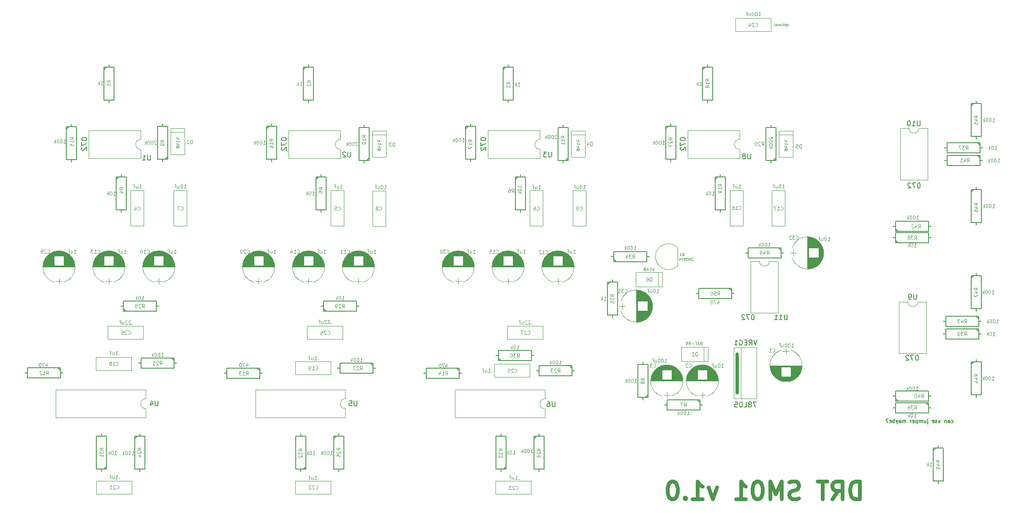
<source format=gbr>
%TF.GenerationSoftware,KiCad,Pcbnew,(2017-09-01 revision 8d1475135)-makepkg*%
%TF.CreationDate,2017-09-04T13:55:26-07:00*%
%TF.ProjectId,SM01,534D30312E6B696361645F7063620000,rev?*%
%TF.SameCoordinates,Original*%
%TF.FileFunction,Legend,Bot*%
%TF.FilePolarity,Positive*%
%FSLAX46Y46*%
G04 Gerber Fmt 4.6, Leading zero omitted, Abs format (unit mm)*
G04 Created by KiCad (PCBNEW (2017-09-01 revision 8d1475135)-makepkg) date 09/04/17 13:55:26*
%MOMM*%
%LPD*%
G01*
G04 APERTURE LIST*
%ADD10C,0.187500*%
%ADD11C,0.125000*%
%ADD12C,0.750000*%
%ADD13C,0.150000*%
%ADD14C,0.120000*%
%ADD15C,0.700000*%
%ADD16C,0.100000*%
%ADD17C,0.190500*%
G04 APERTURE END LIST*
D10*
X188838285Y17031928D02*
X188909714Y16996214D01*
X189052571Y16996214D01*
X189124000Y17031928D01*
X189159714Y17067642D01*
X189195428Y17139071D01*
X189195428Y17353357D01*
X189159714Y17424785D01*
X189124000Y17460500D01*
X189052571Y17496214D01*
X188909714Y17496214D01*
X188838285Y17460500D01*
X188195428Y16996214D02*
X188195428Y17389071D01*
X188231142Y17460500D01*
X188302571Y17496214D01*
X188445428Y17496214D01*
X188516857Y17460500D01*
X188195428Y17031928D02*
X188266857Y16996214D01*
X188445428Y16996214D01*
X188516857Y17031928D01*
X188552571Y17103357D01*
X188552571Y17174785D01*
X188516857Y17246214D01*
X188445428Y17281928D01*
X188266857Y17281928D01*
X188195428Y17317642D01*
X187838285Y17496214D02*
X187838285Y16996214D01*
X187838285Y17424785D02*
X187802571Y17460500D01*
X187731142Y17496214D01*
X187624000Y17496214D01*
X187552571Y17460500D01*
X187516857Y17389071D01*
X187516857Y16996214D01*
X186266857Y17496214D02*
X186266857Y16996214D01*
X186588285Y17496214D02*
X186588285Y17103357D01*
X186552571Y17031928D01*
X186481142Y16996214D01*
X186374000Y16996214D01*
X186302571Y17031928D01*
X186266857Y17067642D01*
X185945428Y17031928D02*
X185874000Y16996214D01*
X185731142Y16996214D01*
X185659714Y17031928D01*
X185624000Y17103357D01*
X185624000Y17139071D01*
X185659714Y17210500D01*
X185731142Y17246214D01*
X185838285Y17246214D01*
X185909714Y17281928D01*
X185945428Y17353357D01*
X185945428Y17389071D01*
X185909714Y17460500D01*
X185838285Y17496214D01*
X185731142Y17496214D01*
X185659714Y17460500D01*
X185016857Y17031928D02*
X185088285Y16996214D01*
X185231142Y16996214D01*
X185302571Y17031928D01*
X185338285Y17103357D01*
X185338285Y17389071D01*
X185302571Y17460500D01*
X185231142Y17496214D01*
X185088285Y17496214D01*
X185016857Y17460500D01*
X184981142Y17389071D01*
X184981142Y17317642D01*
X185338285Y17246214D01*
X184088285Y17496214D02*
X184088285Y16853357D01*
X184124000Y16781928D01*
X184195428Y16746214D01*
X184231142Y16746214D01*
X184088285Y17746214D02*
X184124000Y17710500D01*
X184088285Y17674785D01*
X184052571Y17710500D01*
X184088285Y17746214D01*
X184088285Y17674785D01*
X183409714Y17496214D02*
X183409714Y16996214D01*
X183731142Y17496214D02*
X183731142Y17103357D01*
X183695428Y17031928D01*
X183624000Y16996214D01*
X183516857Y16996214D01*
X183445428Y17031928D01*
X183409714Y17067642D01*
X183052571Y16996214D02*
X183052571Y17496214D01*
X183052571Y17424785D02*
X183016857Y17460500D01*
X182945428Y17496214D01*
X182838285Y17496214D01*
X182766857Y17460500D01*
X182731142Y17389071D01*
X182731142Y16996214D01*
X182731142Y17389071D02*
X182695428Y17460500D01*
X182624000Y17496214D01*
X182516857Y17496214D01*
X182445428Y17460500D01*
X182409714Y17389071D01*
X182409714Y16996214D01*
X182052571Y17496214D02*
X182052571Y16746214D01*
X182052571Y17460500D02*
X181981142Y17496214D01*
X181838285Y17496214D01*
X181766857Y17460500D01*
X181731142Y17424785D01*
X181695428Y17353357D01*
X181695428Y17139071D01*
X181731142Y17067642D01*
X181766857Y17031928D01*
X181838285Y16996214D01*
X181981142Y16996214D01*
X182052571Y17031928D01*
X181088285Y17031928D02*
X181159714Y16996214D01*
X181302571Y16996214D01*
X181374000Y17031928D01*
X181409714Y17103357D01*
X181409714Y17389071D01*
X181374000Y17460500D01*
X181302571Y17496214D01*
X181159714Y17496214D01*
X181088285Y17460500D01*
X181052571Y17389071D01*
X181052571Y17317642D01*
X181409714Y17246214D01*
X180731142Y16996214D02*
X180731142Y17496214D01*
X180731142Y17353357D02*
X180695428Y17424785D01*
X180659714Y17460500D01*
X180588285Y17496214D01*
X180516857Y17496214D01*
X179695428Y16996214D02*
X179695428Y17496214D01*
X179695428Y17424785D02*
X179659714Y17460500D01*
X179588285Y17496214D01*
X179481142Y17496214D01*
X179409714Y17460500D01*
X179374000Y17389071D01*
X179374000Y16996214D01*
X179374000Y17389071D02*
X179338285Y17460500D01*
X179266857Y17496214D01*
X179159714Y17496214D01*
X179088285Y17460500D01*
X179052571Y17389071D01*
X179052571Y16996214D01*
X178374000Y16996214D02*
X178374000Y17389071D01*
X178409714Y17460500D01*
X178481142Y17496214D01*
X178624000Y17496214D01*
X178695428Y17460500D01*
X178374000Y17031928D02*
X178445428Y16996214D01*
X178624000Y16996214D01*
X178695428Y17031928D01*
X178731142Y17103357D01*
X178731142Y17174785D01*
X178695428Y17246214D01*
X178624000Y17281928D01*
X178445428Y17281928D01*
X178374000Y17317642D01*
X178088285Y17496214D02*
X177909714Y16996214D01*
X177731142Y17496214D02*
X177909714Y16996214D01*
X177981142Y16817642D01*
X178016857Y16781928D01*
X178088285Y16746214D01*
X177445428Y16996214D02*
X177445428Y17746214D01*
X177445428Y17460500D02*
X177374000Y17496214D01*
X177231142Y17496214D01*
X177159714Y17460500D01*
X177124000Y17424785D01*
X177088285Y17353357D01*
X177088285Y17139071D01*
X177124000Y17067642D01*
X177159714Y17031928D01*
X177231142Y16996214D01*
X177374000Y16996214D01*
X177445428Y17031928D01*
X176481142Y17031928D02*
X176552571Y16996214D01*
X176695428Y16996214D01*
X176766857Y17031928D01*
X176802571Y17103357D01*
X176802571Y17389071D01*
X176766857Y17460500D01*
X176695428Y17496214D01*
X176552571Y17496214D01*
X176481142Y17460500D01*
X176445428Y17389071D01*
X176445428Y17317642D01*
X176802571Y17246214D01*
X176016857Y17067642D02*
X175981142Y17031928D01*
X176016857Y16996214D01*
X176052571Y17031928D01*
X176016857Y17067642D01*
X176016857Y16996214D01*
X176159714Y17710500D02*
X176088285Y17746214D01*
X175909714Y17746214D01*
X175838285Y17710500D01*
X175802571Y17639071D01*
X175802571Y17567642D01*
X175838285Y17496214D01*
X175874000Y17460500D01*
X175945428Y17424785D01*
X175981142Y17389071D01*
X176016857Y17317642D01*
X176016857Y17281928D01*
D11*
X156082833Y96611309D02*
X156130452Y96635119D01*
X156154261Y96658928D01*
X156178071Y96706547D01*
X156178071Y96849404D01*
X156154261Y96897023D01*
X156130452Y96920833D01*
X156082833Y96944642D01*
X156011404Y96944642D01*
X155963785Y96920833D01*
X155939976Y96897023D01*
X155916166Y96849404D01*
X155916166Y96706547D01*
X155939976Y96658928D01*
X155963785Y96635119D01*
X156011404Y96611309D01*
X156082833Y96611309D01*
X155701880Y96944642D02*
X155701880Y96444642D01*
X155701880Y96920833D02*
X155654261Y96944642D01*
X155559023Y96944642D01*
X155511404Y96920833D01*
X155487595Y96897023D01*
X155463785Y96849404D01*
X155463785Y96706547D01*
X155487595Y96658928D01*
X155511404Y96635119D01*
X155559023Y96611309D01*
X155654261Y96611309D01*
X155701880Y96635119D01*
X155320928Y96944642D02*
X155130452Y96944642D01*
X155249500Y97111309D02*
X155249500Y96682738D01*
X155225690Y96635119D01*
X155178071Y96611309D01*
X155130452Y96611309D01*
X154963785Y96611309D02*
X154963785Y96944642D01*
X154963785Y97111309D02*
X154987595Y97087500D01*
X154963785Y97063690D01*
X154939976Y97087500D01*
X154963785Y97111309D01*
X154963785Y97063690D01*
X154654261Y96611309D02*
X154701880Y96635119D01*
X154725690Y96658928D01*
X154749500Y96706547D01*
X154749500Y96849404D01*
X154725690Y96897023D01*
X154701880Y96920833D01*
X154654261Y96944642D01*
X154582833Y96944642D01*
X154535214Y96920833D01*
X154511404Y96897023D01*
X154487595Y96849404D01*
X154487595Y96706547D01*
X154511404Y96658928D01*
X154535214Y96635119D01*
X154582833Y96611309D01*
X154654261Y96611309D01*
X154273309Y96944642D02*
X154273309Y96611309D01*
X154273309Y96897023D02*
X154249500Y96920833D01*
X154201880Y96944642D01*
X154130452Y96944642D01*
X154082833Y96920833D01*
X154059023Y96873214D01*
X154059023Y96611309D01*
X153606642Y96611309D02*
X153606642Y96873214D01*
X153630452Y96920833D01*
X153678071Y96944642D01*
X153773309Y96944642D01*
X153820928Y96920833D01*
X153606642Y96635119D02*
X153654261Y96611309D01*
X153773309Y96611309D01*
X153820928Y96635119D01*
X153844738Y96682738D01*
X153844738Y96730357D01*
X153820928Y96777976D01*
X153773309Y96801785D01*
X153654261Y96801785D01*
X153606642Y96825595D01*
X153297119Y96611309D02*
X153344738Y96635119D01*
X153368547Y96682738D01*
X153368547Y97111309D01*
D12*
X170487166Y1718666D02*
X170487166Y5218666D01*
X169653833Y5218666D01*
X169153833Y5052000D01*
X168820500Y4718666D01*
X168653833Y4385333D01*
X168487166Y3718666D01*
X168487166Y3218666D01*
X168653833Y2552000D01*
X168820500Y2218666D01*
X169153833Y1885333D01*
X169653833Y1718666D01*
X170487166Y1718666D01*
X164987166Y1718666D02*
X166153833Y3385333D01*
X166987166Y1718666D02*
X166987166Y5218666D01*
X165653833Y5218666D01*
X165320500Y5052000D01*
X165153833Y4885333D01*
X164987166Y4552000D01*
X164987166Y4051999D01*
X165153833Y3718666D01*
X165320500Y3552000D01*
X165653833Y3385333D01*
X166987166Y3385333D01*
X163987166Y5218666D02*
X161987166Y5218666D01*
X162987166Y1718666D02*
X162987166Y5218666D01*
X158320500Y1885333D02*
X157820500Y1718666D01*
X156987166Y1718666D01*
X156653833Y1885333D01*
X156487166Y2052000D01*
X156320500Y2385333D01*
X156320500Y2718666D01*
X156487166Y3052000D01*
X156653833Y3218666D01*
X156987166Y3385333D01*
X157653833Y3552000D01*
X157987166Y3718666D01*
X158153833Y3885333D01*
X158320500Y4218666D01*
X158320500Y4552000D01*
X158153833Y4885333D01*
X157987166Y5052000D01*
X157653833Y5218666D01*
X156820500Y5218666D01*
X156320500Y5052000D01*
X154820500Y1718666D02*
X154820500Y5218666D01*
X153653833Y2718666D01*
X152487166Y5218666D01*
X152487166Y1718666D01*
X150153833Y5218666D02*
X149820500Y5218666D01*
X149487166Y5052000D01*
X149320500Y4885333D01*
X149153833Y4552000D01*
X148987166Y3885333D01*
X148987166Y3052000D01*
X149153833Y2385333D01*
X149320500Y2052000D01*
X149487166Y1885333D01*
X149820500Y1718666D01*
X150153833Y1718666D01*
X150487166Y1885333D01*
X150653833Y2052000D01*
X150820500Y2385333D01*
X150987166Y3052000D01*
X150987166Y3885333D01*
X150820500Y4552000D01*
X150653833Y4885333D01*
X150487166Y5052000D01*
X150153833Y5218666D01*
X145653833Y1718666D02*
X147653833Y1718666D01*
X146653833Y1718666D02*
X146653833Y5218666D01*
X146987166Y4718666D01*
X147320500Y4385333D01*
X147653833Y4218666D01*
X141820500Y4051999D02*
X140987166Y1718666D01*
X140153833Y4051999D01*
X136987166Y1718666D02*
X138987166Y1718666D01*
X137987166Y1718666D02*
X137987166Y5218666D01*
X138320500Y4718666D01*
X138653833Y4385333D01*
X138987166Y4218666D01*
X135487166Y2052000D02*
X135320500Y1885333D01*
X135487166Y1718666D01*
X135653833Y1885333D01*
X135487166Y2052000D01*
X135487166Y1718666D01*
X133153833Y5218666D02*
X132820500Y5218666D01*
X132487166Y5052000D01*
X132320500Y4885333D01*
X132153833Y4552000D01*
X131987166Y3885333D01*
X131987166Y3052000D01*
X132153833Y2385333D01*
X132320500Y2052000D01*
X132487166Y1885333D01*
X132820500Y1718666D01*
X133153833Y1718666D01*
X133487166Y1885333D01*
X133653833Y2052000D01*
X133820500Y2385333D01*
X133987166Y3052000D01*
X133987166Y3885333D01*
X133820500Y4552000D01*
X133653833Y4885333D01*
X133487166Y5052000D01*
X133153833Y5218666D01*
D13*
%TO.C,R3*%
X100000000Y88810000D02*
X100000000Y88302000D01*
X100000000Y81190000D02*
X100000000Y81698000D01*
X100000000Y81698000D02*
X98984000Y81698000D01*
X98984000Y81698000D02*
X98984000Y88302000D01*
X98984000Y88302000D02*
X101016000Y88302000D01*
X101016000Y88302000D02*
X101016000Y81698000D01*
X101016000Y81698000D02*
X100000000Y81698000D01*
X99492000Y88302000D02*
X98984000Y87794000D01*
D14*
%TO.C,U4*%
X27390000Y21810000D02*
G75*
G03X27390000Y19810000I0J-1000000D01*
G01*
X27390000Y23580000D02*
X27390000Y21810000D01*
X9370000Y23580000D02*
X27390000Y23580000D01*
X9370000Y18040000D02*
X9370000Y23580000D01*
X27390000Y18040000D02*
X9370000Y18040000D01*
X27390000Y19810000D02*
X27390000Y18040000D01*
D13*
%TO.C,R50*%
X145288000Y42926000D02*
X144780000Y42926000D01*
X137668000Y42926000D02*
X138176000Y42926000D01*
X138176000Y42926000D02*
X138176000Y43942000D01*
X138176000Y43942000D02*
X144780000Y43942000D01*
X144780000Y43942000D02*
X144780000Y41910000D01*
X144780000Y41910000D02*
X138176000Y41910000D01*
X138176000Y41910000D02*
X138176000Y42926000D01*
X144780000Y43434000D02*
X144272000Y43942000D01*
D14*
%TO.C,C18*%
X24510000Y27550000D02*
X24510000Y30170000D01*
X17390000Y27550000D02*
X17390000Y30170000D01*
X17390000Y30170000D02*
X24510000Y30170000D01*
X17390000Y27550000D02*
X24510000Y27550000D01*
%TO.C,C27*%
X99858000Y33742000D02*
X106978000Y33742000D01*
X99858000Y36362000D02*
X106978000Y36362000D01*
X99858000Y33742000D02*
X99858000Y36362000D01*
X106978000Y33742000D02*
X106978000Y36362000D01*
%TO.C,C26*%
X66846000Y33742000D02*
X66846000Y36362000D01*
X59726000Y33742000D02*
X59726000Y36362000D01*
X59726000Y36362000D02*
X66846000Y36362000D01*
X59726000Y33742000D02*
X66846000Y33742000D01*
%TO.C,C25*%
X19768000Y33742000D02*
X26888000Y33742000D01*
X19768000Y36362000D02*
X26888000Y36362000D01*
X19768000Y33742000D02*
X19768000Y36362000D01*
X26888000Y33742000D02*
X26888000Y36362000D01*
%TO.C,C24*%
X145578000Y98084000D02*
X145578000Y95464000D01*
X152698000Y98084000D02*
X152698000Y95464000D01*
X152698000Y95464000D02*
X145578000Y95464000D01*
X152698000Y98084000D02*
X145578000Y98084000D01*
%TO.C,C23*%
X97492000Y2690000D02*
X104612000Y2690000D01*
X97492000Y5310000D02*
X104612000Y5310000D01*
X97492000Y2690000D02*
X97492000Y5310000D01*
X104612000Y2690000D02*
X104612000Y5310000D01*
%TO.C,C22*%
X64480000Y2690000D02*
X64480000Y5310000D01*
X57360000Y2690000D02*
X57360000Y5310000D01*
X57360000Y5310000D02*
X64480000Y5310000D01*
X57360000Y2690000D02*
X64480000Y2690000D01*
%TO.C,C21*%
X17482000Y2690000D02*
X24602000Y2690000D01*
X17482000Y5310000D02*
X24602000Y5310000D01*
X17482000Y2690000D02*
X17482000Y5310000D01*
X24602000Y2690000D02*
X24602000Y5310000D01*
%TO.C,C20*%
X104358000Y26122000D02*
X104358000Y28742000D01*
X97238000Y26122000D02*
X97238000Y28742000D01*
X97238000Y28742000D02*
X104358000Y28742000D01*
X97238000Y26122000D02*
X104358000Y26122000D01*
%TO.C,C19*%
X57360000Y26630000D02*
X64480000Y26630000D01*
X57360000Y29250000D02*
X64480000Y29250000D01*
X57360000Y26630000D02*
X57360000Y29250000D01*
X64480000Y26630000D02*
X64480000Y29250000D01*
%TO.C,C17*%
X152868000Y56424000D02*
X155488000Y56424000D01*
X152868000Y63544000D02*
X155488000Y63544000D01*
X155488000Y63544000D02*
X155488000Y56424000D01*
X152868000Y63544000D02*
X152868000Y56424000D01*
%TO.C,C16*%
X144486000Y63544000D02*
X144486000Y56424000D01*
X147106000Y63544000D02*
X147106000Y56424000D01*
X144486000Y63544000D02*
X147106000Y63544000D01*
X144486000Y56424000D02*
X147106000Y56424000D01*
%TO.C,C9*%
X112990000Y56424000D02*
X115610000Y56424000D01*
X112990000Y63544000D02*
X115610000Y63544000D01*
X115610000Y63544000D02*
X115610000Y56424000D01*
X112990000Y63544000D02*
X112990000Y56424000D01*
%TO.C,C8*%
X72858000Y63464000D02*
X72858000Y56344000D01*
X75478000Y63464000D02*
X75478000Y56344000D01*
X72858000Y63464000D02*
X75478000Y63464000D01*
X72858000Y56344000D02*
X75478000Y56344000D01*
%TO.C,C7*%
X32980000Y56460000D02*
X35600000Y56460000D01*
X32980000Y63580000D02*
X35600000Y63580000D01*
X35600000Y63580000D02*
X35600000Y56460000D01*
X32980000Y63580000D02*
X32980000Y56460000D01*
%TO.C,C6*%
X104354000Y63544000D02*
X104354000Y56424000D01*
X106974000Y63544000D02*
X106974000Y56424000D01*
X104354000Y63544000D02*
X106974000Y63544000D01*
X104354000Y56424000D02*
X106974000Y56424000D01*
%TO.C,C5*%
X64476000Y56424000D02*
X67096000Y56424000D01*
X64476000Y63544000D02*
X67096000Y63544000D01*
X67096000Y63544000D02*
X67096000Y56424000D01*
X64476000Y63544000D02*
X64476000Y56424000D01*
%TO.C,C4*%
X24344000Y63544000D02*
X24344000Y56424000D01*
X26964000Y63544000D02*
X26964000Y56424000D01*
X24344000Y63544000D02*
X26964000Y63544000D01*
X24344000Y56424000D02*
X26964000Y56424000D01*
%TO.C,C1*%
X156681357Y25379560D02*
G75*
G02X154722000Y25379764I-979357J3088440D01*
G01*
X156681357Y25379560D02*
G75*
G03X156682000Y31556236I-979357J3088440D01*
G01*
X154722643Y25379560D02*
G75*
G02X154722000Y31556236I979357J3088440D01*
G01*
X155052000Y31318000D02*
X156352000Y31318000D01*
X155702000Y31918000D02*
X155702000Y30718000D01*
X155234000Y25267000D02*
X156170000Y25267000D01*
X155026000Y25307000D02*
X156378000Y25307000D01*
X154868000Y25347000D02*
X156536000Y25347000D01*
X154736000Y25387000D02*
X156668000Y25387000D01*
X154621000Y25427000D02*
X156783000Y25427000D01*
X154518000Y25467000D02*
X156886000Y25467000D01*
X154424000Y25507000D02*
X156980000Y25507000D01*
X154338000Y25547000D02*
X157066000Y25547000D01*
X154257000Y25587000D02*
X157147000Y25587000D01*
X154182000Y25627000D02*
X157222000Y25627000D01*
X154111000Y25667000D02*
X157293000Y25667000D01*
X154044000Y25707000D02*
X157360000Y25707000D01*
X153981000Y25747000D02*
X157423000Y25747000D01*
X153921000Y25787000D02*
X157483000Y25787000D01*
X153863000Y25827000D02*
X157541000Y25827000D01*
X153808000Y25867000D02*
X157596000Y25867000D01*
X153756000Y25907000D02*
X157648000Y25907000D01*
X153705000Y25947000D02*
X157699000Y25947000D01*
X153657000Y25987000D02*
X157747000Y25987000D01*
X153610000Y26027000D02*
X157794000Y26027000D01*
X153565000Y26067000D02*
X157839000Y26067000D01*
X153522000Y26107000D02*
X157882000Y26107000D01*
X153480000Y26147000D02*
X157924000Y26147000D01*
X153440000Y26187000D02*
X157964000Y26187000D01*
X153401000Y26227000D02*
X158003000Y26227000D01*
X156682000Y26267000D02*
X158041000Y26267000D01*
X153363000Y26267000D02*
X154722000Y26267000D01*
X156682000Y26307000D02*
X158077000Y26307000D01*
X153327000Y26307000D02*
X154722000Y26307000D01*
X156682000Y26347000D02*
X158113000Y26347000D01*
X153291000Y26347000D02*
X154722000Y26347000D01*
X156682000Y26387000D02*
X158147000Y26387000D01*
X153257000Y26387000D02*
X154722000Y26387000D01*
X156682000Y26427000D02*
X158180000Y26427000D01*
X153224000Y26427000D02*
X154722000Y26427000D01*
X156682000Y26467000D02*
X158212000Y26467000D01*
X153192000Y26467000D02*
X154722000Y26467000D01*
X156682000Y26507000D02*
X158242000Y26507000D01*
X153162000Y26507000D02*
X154722000Y26507000D01*
X156682000Y26547000D02*
X158272000Y26547000D01*
X153132000Y26547000D02*
X154722000Y26547000D01*
X156682000Y26587000D02*
X158301000Y26587000D01*
X153103000Y26587000D02*
X154722000Y26587000D01*
X156682000Y26627000D02*
X158329000Y26627000D01*
X153075000Y26627000D02*
X154722000Y26627000D01*
X156682000Y26667000D02*
X158356000Y26667000D01*
X153048000Y26667000D02*
X154722000Y26667000D01*
X156682000Y26707000D02*
X158383000Y26707000D01*
X153021000Y26707000D02*
X154722000Y26707000D01*
X156682000Y26747000D02*
X158408000Y26747000D01*
X152996000Y26747000D02*
X154722000Y26747000D01*
X156682000Y26787000D02*
X158433000Y26787000D01*
X152971000Y26787000D02*
X154722000Y26787000D01*
X156682000Y26827000D02*
X158457000Y26827000D01*
X152947000Y26827000D02*
X154722000Y26827000D01*
X156682000Y26867000D02*
X158480000Y26867000D01*
X152924000Y26867000D02*
X154722000Y26867000D01*
X156682000Y26907000D02*
X158502000Y26907000D01*
X152902000Y26907000D02*
X154722000Y26907000D01*
X156682000Y26947000D02*
X158524000Y26947000D01*
X152880000Y26947000D02*
X154722000Y26947000D01*
X156682000Y26987000D02*
X158545000Y26987000D01*
X152859000Y26987000D02*
X154722000Y26987000D01*
X156682000Y27027000D02*
X158565000Y27027000D01*
X152839000Y27027000D02*
X154722000Y27027000D01*
X156682000Y27067000D02*
X158584000Y27067000D01*
X152820000Y27067000D02*
X154722000Y27067000D01*
X156682000Y27107000D02*
X158603000Y27107000D01*
X152801000Y27107000D02*
X154722000Y27107000D01*
X156682000Y27147000D02*
X158621000Y27147000D01*
X152783000Y27147000D02*
X154722000Y27147000D01*
X156682000Y27187000D02*
X158639000Y27187000D01*
X152765000Y27187000D02*
X154722000Y27187000D01*
X156682000Y27227000D02*
X158656000Y27227000D01*
X152748000Y27227000D02*
X154722000Y27227000D01*
X156682000Y27267000D02*
X158672000Y27267000D01*
X152732000Y27267000D02*
X154722000Y27267000D01*
X156682000Y27307000D02*
X158688000Y27307000D01*
X152716000Y27307000D02*
X154722000Y27307000D01*
X156682000Y27347000D02*
X158703000Y27347000D01*
X152701000Y27347000D02*
X154722000Y27347000D01*
X156682000Y27387000D02*
X158717000Y27387000D01*
X152687000Y27387000D02*
X154722000Y27387000D01*
X156682000Y27427000D02*
X158731000Y27427000D01*
X152673000Y27427000D02*
X154722000Y27427000D01*
X156682000Y27467000D02*
X158744000Y27467000D01*
X152660000Y27467000D02*
X154722000Y27467000D01*
X156682000Y27507000D02*
X158757000Y27507000D01*
X152647000Y27507000D02*
X154722000Y27507000D01*
X156682000Y27547000D02*
X158769000Y27547000D01*
X152635000Y27547000D02*
X154722000Y27547000D01*
X156682000Y27587000D02*
X158781000Y27587000D01*
X152623000Y27587000D02*
X154722000Y27587000D01*
X156682000Y27627000D02*
X158792000Y27627000D01*
X152612000Y27627000D02*
X154722000Y27627000D01*
X156682000Y27667000D02*
X158802000Y27667000D01*
X152602000Y27667000D02*
X154722000Y27667000D01*
X156682000Y27707000D02*
X158812000Y27707000D01*
X152592000Y27707000D02*
X154722000Y27707000D01*
X156682000Y27747000D02*
X158821000Y27747000D01*
X152583000Y27747000D02*
X154722000Y27747000D01*
X156682000Y27788000D02*
X158830000Y27788000D01*
X152574000Y27788000D02*
X154722000Y27788000D01*
X156682000Y27828000D02*
X158839000Y27828000D01*
X152565000Y27828000D02*
X154722000Y27828000D01*
X156682000Y27868000D02*
X158846000Y27868000D01*
X152558000Y27868000D02*
X154722000Y27868000D01*
X156682000Y27908000D02*
X158854000Y27908000D01*
X152550000Y27908000D02*
X154722000Y27908000D01*
X156682000Y27948000D02*
X158860000Y27948000D01*
X152544000Y27948000D02*
X154722000Y27948000D01*
X156682000Y27988000D02*
X158867000Y27988000D01*
X152537000Y27988000D02*
X154722000Y27988000D01*
X156682000Y28028000D02*
X158872000Y28028000D01*
X152532000Y28028000D02*
X154722000Y28028000D01*
X156682000Y28068000D02*
X158878000Y28068000D01*
X152526000Y28068000D02*
X154722000Y28068000D01*
X156682000Y28108000D02*
X158882000Y28108000D01*
X152522000Y28108000D02*
X154722000Y28108000D01*
X156682000Y28148000D02*
X158887000Y28148000D01*
X152517000Y28148000D02*
X154722000Y28148000D01*
X156682000Y28188000D02*
X158890000Y28188000D01*
X152514000Y28188000D02*
X154722000Y28188000D01*
X152510000Y28228000D02*
X158894000Y28228000D01*
X152508000Y28268000D02*
X158896000Y28268000D01*
X152505000Y28308000D02*
X158899000Y28308000D01*
X152504000Y28348000D02*
X158900000Y28348000D01*
X152502000Y28388000D02*
X158902000Y28388000D01*
X152502000Y28428000D02*
X158902000Y28428000D01*
X152502000Y28468000D02*
X158902000Y28468000D01*
%TO.C,C2*%
X142138000Y25380000D02*
X135738000Y25380000D01*
X142138000Y25420000D02*
X135738000Y25420000D01*
X142138000Y25460000D02*
X135738000Y25460000D01*
X142136000Y25500000D02*
X135740000Y25500000D01*
X142135000Y25540000D02*
X135741000Y25540000D01*
X142132000Y25580000D02*
X135744000Y25580000D01*
X142130000Y25620000D02*
X135746000Y25620000D01*
X142126000Y25660000D02*
X139918000Y25660000D01*
X137958000Y25660000D02*
X135750000Y25660000D01*
X142123000Y25700000D02*
X139918000Y25700000D01*
X137958000Y25700000D02*
X135753000Y25700000D01*
X142118000Y25740000D02*
X139918000Y25740000D01*
X137958000Y25740000D02*
X135758000Y25740000D01*
X142114000Y25780000D02*
X139918000Y25780000D01*
X137958000Y25780000D02*
X135762000Y25780000D01*
X142108000Y25820000D02*
X139918000Y25820000D01*
X137958000Y25820000D02*
X135768000Y25820000D01*
X142103000Y25860000D02*
X139918000Y25860000D01*
X137958000Y25860000D02*
X135773000Y25860000D01*
X142096000Y25900000D02*
X139918000Y25900000D01*
X137958000Y25900000D02*
X135780000Y25900000D01*
X142090000Y25940000D02*
X139918000Y25940000D01*
X137958000Y25940000D02*
X135786000Y25940000D01*
X142082000Y25980000D02*
X139918000Y25980000D01*
X137958000Y25980000D02*
X135794000Y25980000D01*
X142075000Y26020000D02*
X139918000Y26020000D01*
X137958000Y26020000D02*
X135801000Y26020000D01*
X142066000Y26060000D02*
X139918000Y26060000D01*
X137958000Y26060000D02*
X135810000Y26060000D01*
X142057000Y26101000D02*
X139918000Y26101000D01*
X137958000Y26101000D02*
X135819000Y26101000D01*
X142048000Y26141000D02*
X139918000Y26141000D01*
X137958000Y26141000D02*
X135828000Y26141000D01*
X142038000Y26181000D02*
X139918000Y26181000D01*
X137958000Y26181000D02*
X135838000Y26181000D01*
X142028000Y26221000D02*
X139918000Y26221000D01*
X137958000Y26221000D02*
X135848000Y26221000D01*
X142017000Y26261000D02*
X139918000Y26261000D01*
X137958000Y26261000D02*
X135859000Y26261000D01*
X142005000Y26301000D02*
X139918000Y26301000D01*
X137958000Y26301000D02*
X135871000Y26301000D01*
X141993000Y26341000D02*
X139918000Y26341000D01*
X137958000Y26341000D02*
X135883000Y26341000D01*
X141980000Y26381000D02*
X139918000Y26381000D01*
X137958000Y26381000D02*
X135896000Y26381000D01*
X141967000Y26421000D02*
X139918000Y26421000D01*
X137958000Y26421000D02*
X135909000Y26421000D01*
X141953000Y26461000D02*
X139918000Y26461000D01*
X137958000Y26461000D02*
X135923000Y26461000D01*
X141939000Y26501000D02*
X139918000Y26501000D01*
X137958000Y26501000D02*
X135937000Y26501000D01*
X141924000Y26541000D02*
X139918000Y26541000D01*
X137958000Y26541000D02*
X135952000Y26541000D01*
X141908000Y26581000D02*
X139918000Y26581000D01*
X137958000Y26581000D02*
X135968000Y26581000D01*
X141892000Y26621000D02*
X139918000Y26621000D01*
X137958000Y26621000D02*
X135984000Y26621000D01*
X141875000Y26661000D02*
X139918000Y26661000D01*
X137958000Y26661000D02*
X136001000Y26661000D01*
X141857000Y26701000D02*
X139918000Y26701000D01*
X137958000Y26701000D02*
X136019000Y26701000D01*
X141839000Y26741000D02*
X139918000Y26741000D01*
X137958000Y26741000D02*
X136037000Y26741000D01*
X141820000Y26781000D02*
X139918000Y26781000D01*
X137958000Y26781000D02*
X136056000Y26781000D01*
X141801000Y26821000D02*
X139918000Y26821000D01*
X137958000Y26821000D02*
X136075000Y26821000D01*
X141781000Y26861000D02*
X139918000Y26861000D01*
X137958000Y26861000D02*
X136095000Y26861000D01*
X141760000Y26901000D02*
X139918000Y26901000D01*
X137958000Y26901000D02*
X136116000Y26901000D01*
X141738000Y26941000D02*
X139918000Y26941000D01*
X137958000Y26941000D02*
X136138000Y26941000D01*
X141716000Y26981000D02*
X139918000Y26981000D01*
X137958000Y26981000D02*
X136160000Y26981000D01*
X141693000Y27021000D02*
X139918000Y27021000D01*
X137958000Y27021000D02*
X136183000Y27021000D01*
X141669000Y27061000D02*
X139918000Y27061000D01*
X137958000Y27061000D02*
X136207000Y27061000D01*
X141644000Y27101000D02*
X139918000Y27101000D01*
X137958000Y27101000D02*
X136232000Y27101000D01*
X141619000Y27141000D02*
X139918000Y27141000D01*
X137958000Y27141000D02*
X136257000Y27141000D01*
X141592000Y27181000D02*
X139918000Y27181000D01*
X137958000Y27181000D02*
X136284000Y27181000D01*
X141565000Y27221000D02*
X139918000Y27221000D01*
X137958000Y27221000D02*
X136311000Y27221000D01*
X141537000Y27261000D02*
X139918000Y27261000D01*
X137958000Y27261000D02*
X136339000Y27261000D01*
X141508000Y27301000D02*
X139918000Y27301000D01*
X137958000Y27301000D02*
X136368000Y27301000D01*
X141478000Y27341000D02*
X139918000Y27341000D01*
X137958000Y27341000D02*
X136398000Y27341000D01*
X141448000Y27381000D02*
X139918000Y27381000D01*
X137958000Y27381000D02*
X136428000Y27381000D01*
X141416000Y27421000D02*
X139918000Y27421000D01*
X137958000Y27421000D02*
X136460000Y27421000D01*
X141383000Y27461000D02*
X139918000Y27461000D01*
X137958000Y27461000D02*
X136493000Y27461000D01*
X141349000Y27501000D02*
X139918000Y27501000D01*
X137958000Y27501000D02*
X136527000Y27501000D01*
X141313000Y27541000D02*
X139918000Y27541000D01*
X137958000Y27541000D02*
X136563000Y27541000D01*
X141277000Y27581000D02*
X139918000Y27581000D01*
X137958000Y27581000D02*
X136599000Y27581000D01*
X141239000Y27621000D02*
X136637000Y27621000D01*
X141200000Y27661000D02*
X136676000Y27661000D01*
X141160000Y27701000D02*
X136716000Y27701000D01*
X141118000Y27741000D02*
X136758000Y27741000D01*
X141075000Y27781000D02*
X136801000Y27781000D01*
X141030000Y27821000D02*
X136846000Y27821000D01*
X140983000Y27861000D02*
X136893000Y27861000D01*
X140935000Y27901000D02*
X136941000Y27901000D01*
X140884000Y27941000D02*
X136992000Y27941000D01*
X140832000Y27981000D02*
X137044000Y27981000D01*
X140777000Y28021000D02*
X137099000Y28021000D01*
X140719000Y28061000D02*
X137157000Y28061000D01*
X140659000Y28101000D02*
X137217000Y28101000D01*
X140596000Y28141000D02*
X137280000Y28141000D01*
X140529000Y28181000D02*
X137347000Y28181000D01*
X140458000Y28221000D02*
X137418000Y28221000D01*
X140383000Y28261000D02*
X137493000Y28261000D01*
X140302000Y28301000D02*
X137574000Y28301000D01*
X140216000Y28341000D02*
X137660000Y28341000D01*
X140122000Y28381000D02*
X137754000Y28381000D01*
X140019000Y28421000D02*
X137857000Y28421000D01*
X139904000Y28461000D02*
X137972000Y28461000D01*
X139772000Y28501000D02*
X138104000Y28501000D01*
X139614000Y28541000D02*
X138262000Y28541000D01*
X139406000Y28581000D02*
X138470000Y28581000D01*
X138938000Y21930000D02*
X138938000Y23130000D01*
X139588000Y22530000D02*
X138288000Y22530000D01*
X139917357Y28468440D02*
G75*
G02X139918000Y22291764I-979357J-3088440D01*
G01*
X137958643Y28468440D02*
G75*
G03X137958000Y22291764I979357J-3088440D01*
G01*
X137958643Y28468440D02*
G75*
G02X139918000Y28468236I979357J-3088440D01*
G01*
%TO.C,C3*%
X130846643Y28468440D02*
G75*
G02X132806000Y28468236I979357J-3088440D01*
G01*
X130846643Y28468440D02*
G75*
G03X130846000Y22291764I979357J-3088440D01*
G01*
X132805357Y28468440D02*
G75*
G02X132806000Y22291764I-979357J-3088440D01*
G01*
X132476000Y22530000D02*
X131176000Y22530000D01*
X131826000Y21930000D02*
X131826000Y23130000D01*
X132294000Y28581000D02*
X131358000Y28581000D01*
X132502000Y28541000D02*
X131150000Y28541000D01*
X132660000Y28501000D02*
X130992000Y28501000D01*
X132792000Y28461000D02*
X130860000Y28461000D01*
X132907000Y28421000D02*
X130745000Y28421000D01*
X133010000Y28381000D02*
X130642000Y28381000D01*
X133104000Y28341000D02*
X130548000Y28341000D01*
X133190000Y28301000D02*
X130462000Y28301000D01*
X133271000Y28261000D02*
X130381000Y28261000D01*
X133346000Y28221000D02*
X130306000Y28221000D01*
X133417000Y28181000D02*
X130235000Y28181000D01*
X133484000Y28141000D02*
X130168000Y28141000D01*
X133547000Y28101000D02*
X130105000Y28101000D01*
X133607000Y28061000D02*
X130045000Y28061000D01*
X133665000Y28021000D02*
X129987000Y28021000D01*
X133720000Y27981000D02*
X129932000Y27981000D01*
X133772000Y27941000D02*
X129880000Y27941000D01*
X133823000Y27901000D02*
X129829000Y27901000D01*
X133871000Y27861000D02*
X129781000Y27861000D01*
X133918000Y27821000D02*
X129734000Y27821000D01*
X133963000Y27781000D02*
X129689000Y27781000D01*
X134006000Y27741000D02*
X129646000Y27741000D01*
X134048000Y27701000D02*
X129604000Y27701000D01*
X134088000Y27661000D02*
X129564000Y27661000D01*
X134127000Y27621000D02*
X129525000Y27621000D01*
X130846000Y27581000D02*
X129487000Y27581000D01*
X134165000Y27581000D02*
X132806000Y27581000D01*
X130846000Y27541000D02*
X129451000Y27541000D01*
X134201000Y27541000D02*
X132806000Y27541000D01*
X130846000Y27501000D02*
X129415000Y27501000D01*
X134237000Y27501000D02*
X132806000Y27501000D01*
X130846000Y27461000D02*
X129381000Y27461000D01*
X134271000Y27461000D02*
X132806000Y27461000D01*
X130846000Y27421000D02*
X129348000Y27421000D01*
X134304000Y27421000D02*
X132806000Y27421000D01*
X130846000Y27381000D02*
X129316000Y27381000D01*
X134336000Y27381000D02*
X132806000Y27381000D01*
X130846000Y27341000D02*
X129286000Y27341000D01*
X134366000Y27341000D02*
X132806000Y27341000D01*
X130846000Y27301000D02*
X129256000Y27301000D01*
X134396000Y27301000D02*
X132806000Y27301000D01*
X130846000Y27261000D02*
X129227000Y27261000D01*
X134425000Y27261000D02*
X132806000Y27261000D01*
X130846000Y27221000D02*
X129199000Y27221000D01*
X134453000Y27221000D02*
X132806000Y27221000D01*
X130846000Y27181000D02*
X129172000Y27181000D01*
X134480000Y27181000D02*
X132806000Y27181000D01*
X130846000Y27141000D02*
X129145000Y27141000D01*
X134507000Y27141000D02*
X132806000Y27141000D01*
X130846000Y27101000D02*
X129120000Y27101000D01*
X134532000Y27101000D02*
X132806000Y27101000D01*
X130846000Y27061000D02*
X129095000Y27061000D01*
X134557000Y27061000D02*
X132806000Y27061000D01*
X130846000Y27021000D02*
X129071000Y27021000D01*
X134581000Y27021000D02*
X132806000Y27021000D01*
X130846000Y26981000D02*
X129048000Y26981000D01*
X134604000Y26981000D02*
X132806000Y26981000D01*
X130846000Y26941000D02*
X129026000Y26941000D01*
X134626000Y26941000D02*
X132806000Y26941000D01*
X130846000Y26901000D02*
X129004000Y26901000D01*
X134648000Y26901000D02*
X132806000Y26901000D01*
X130846000Y26861000D02*
X128983000Y26861000D01*
X134669000Y26861000D02*
X132806000Y26861000D01*
X130846000Y26821000D02*
X128963000Y26821000D01*
X134689000Y26821000D02*
X132806000Y26821000D01*
X130846000Y26781000D02*
X128944000Y26781000D01*
X134708000Y26781000D02*
X132806000Y26781000D01*
X130846000Y26741000D02*
X128925000Y26741000D01*
X134727000Y26741000D02*
X132806000Y26741000D01*
X130846000Y26701000D02*
X128907000Y26701000D01*
X134745000Y26701000D02*
X132806000Y26701000D01*
X130846000Y26661000D02*
X128889000Y26661000D01*
X134763000Y26661000D02*
X132806000Y26661000D01*
X130846000Y26621000D02*
X128872000Y26621000D01*
X134780000Y26621000D02*
X132806000Y26621000D01*
X130846000Y26581000D02*
X128856000Y26581000D01*
X134796000Y26581000D02*
X132806000Y26581000D01*
X130846000Y26541000D02*
X128840000Y26541000D01*
X134812000Y26541000D02*
X132806000Y26541000D01*
X130846000Y26501000D02*
X128825000Y26501000D01*
X134827000Y26501000D02*
X132806000Y26501000D01*
X130846000Y26461000D02*
X128811000Y26461000D01*
X134841000Y26461000D02*
X132806000Y26461000D01*
X130846000Y26421000D02*
X128797000Y26421000D01*
X134855000Y26421000D02*
X132806000Y26421000D01*
X130846000Y26381000D02*
X128784000Y26381000D01*
X134868000Y26381000D02*
X132806000Y26381000D01*
X130846000Y26341000D02*
X128771000Y26341000D01*
X134881000Y26341000D02*
X132806000Y26341000D01*
X130846000Y26301000D02*
X128759000Y26301000D01*
X134893000Y26301000D02*
X132806000Y26301000D01*
X130846000Y26261000D02*
X128747000Y26261000D01*
X134905000Y26261000D02*
X132806000Y26261000D01*
X130846000Y26221000D02*
X128736000Y26221000D01*
X134916000Y26221000D02*
X132806000Y26221000D01*
X130846000Y26181000D02*
X128726000Y26181000D01*
X134926000Y26181000D02*
X132806000Y26181000D01*
X130846000Y26141000D02*
X128716000Y26141000D01*
X134936000Y26141000D02*
X132806000Y26141000D01*
X130846000Y26101000D02*
X128707000Y26101000D01*
X134945000Y26101000D02*
X132806000Y26101000D01*
X130846000Y26060000D02*
X128698000Y26060000D01*
X134954000Y26060000D02*
X132806000Y26060000D01*
X130846000Y26020000D02*
X128689000Y26020000D01*
X134963000Y26020000D02*
X132806000Y26020000D01*
X130846000Y25980000D02*
X128682000Y25980000D01*
X134970000Y25980000D02*
X132806000Y25980000D01*
X130846000Y25940000D02*
X128674000Y25940000D01*
X134978000Y25940000D02*
X132806000Y25940000D01*
X130846000Y25900000D02*
X128668000Y25900000D01*
X134984000Y25900000D02*
X132806000Y25900000D01*
X130846000Y25860000D02*
X128661000Y25860000D01*
X134991000Y25860000D02*
X132806000Y25860000D01*
X130846000Y25820000D02*
X128656000Y25820000D01*
X134996000Y25820000D02*
X132806000Y25820000D01*
X130846000Y25780000D02*
X128650000Y25780000D01*
X135002000Y25780000D02*
X132806000Y25780000D01*
X130846000Y25740000D02*
X128646000Y25740000D01*
X135006000Y25740000D02*
X132806000Y25740000D01*
X130846000Y25700000D02*
X128641000Y25700000D01*
X135011000Y25700000D02*
X132806000Y25700000D01*
X130846000Y25660000D02*
X128638000Y25660000D01*
X135014000Y25660000D02*
X132806000Y25660000D01*
X135018000Y25620000D02*
X128634000Y25620000D01*
X135020000Y25580000D02*
X128632000Y25580000D01*
X135023000Y25540000D02*
X128629000Y25540000D01*
X135024000Y25500000D02*
X128628000Y25500000D01*
X135026000Y25460000D02*
X128626000Y25460000D01*
X135026000Y25420000D02*
X128626000Y25420000D01*
X135026000Y25380000D02*
X128626000Y25380000D01*
%TO.C,C28*%
X13200000Y48250000D02*
X6800000Y48250000D01*
X13200000Y48290000D02*
X6800000Y48290000D01*
X13200000Y48330000D02*
X6800000Y48330000D01*
X13198000Y48370000D02*
X6802000Y48370000D01*
X13197000Y48410000D02*
X6803000Y48410000D01*
X13194000Y48450000D02*
X6806000Y48450000D01*
X13192000Y48490000D02*
X6808000Y48490000D01*
X13188000Y48530000D02*
X10980000Y48530000D01*
X9020000Y48530000D02*
X6812000Y48530000D01*
X13185000Y48570000D02*
X10980000Y48570000D01*
X9020000Y48570000D02*
X6815000Y48570000D01*
X13180000Y48610000D02*
X10980000Y48610000D01*
X9020000Y48610000D02*
X6820000Y48610000D01*
X13176000Y48650000D02*
X10980000Y48650000D01*
X9020000Y48650000D02*
X6824000Y48650000D01*
X13170000Y48690000D02*
X10980000Y48690000D01*
X9020000Y48690000D02*
X6830000Y48690000D01*
X13165000Y48730000D02*
X10980000Y48730000D01*
X9020000Y48730000D02*
X6835000Y48730000D01*
X13158000Y48770000D02*
X10980000Y48770000D01*
X9020000Y48770000D02*
X6842000Y48770000D01*
X13152000Y48810000D02*
X10980000Y48810000D01*
X9020000Y48810000D02*
X6848000Y48810000D01*
X13144000Y48850000D02*
X10980000Y48850000D01*
X9020000Y48850000D02*
X6856000Y48850000D01*
X13137000Y48890000D02*
X10980000Y48890000D01*
X9020000Y48890000D02*
X6863000Y48890000D01*
X13128000Y48930000D02*
X10980000Y48930000D01*
X9020000Y48930000D02*
X6872000Y48930000D01*
X13119000Y48971000D02*
X10980000Y48971000D01*
X9020000Y48971000D02*
X6881000Y48971000D01*
X13110000Y49011000D02*
X10980000Y49011000D01*
X9020000Y49011000D02*
X6890000Y49011000D01*
X13100000Y49051000D02*
X10980000Y49051000D01*
X9020000Y49051000D02*
X6900000Y49051000D01*
X13090000Y49091000D02*
X10980000Y49091000D01*
X9020000Y49091000D02*
X6910000Y49091000D01*
X13079000Y49131000D02*
X10980000Y49131000D01*
X9020000Y49131000D02*
X6921000Y49131000D01*
X13067000Y49171000D02*
X10980000Y49171000D01*
X9020000Y49171000D02*
X6933000Y49171000D01*
X13055000Y49211000D02*
X10980000Y49211000D01*
X9020000Y49211000D02*
X6945000Y49211000D01*
X13042000Y49251000D02*
X10980000Y49251000D01*
X9020000Y49251000D02*
X6958000Y49251000D01*
X13029000Y49291000D02*
X10980000Y49291000D01*
X9020000Y49291000D02*
X6971000Y49291000D01*
X13015000Y49331000D02*
X10980000Y49331000D01*
X9020000Y49331000D02*
X6985000Y49331000D01*
X13001000Y49371000D02*
X10980000Y49371000D01*
X9020000Y49371000D02*
X6999000Y49371000D01*
X12986000Y49411000D02*
X10980000Y49411000D01*
X9020000Y49411000D02*
X7014000Y49411000D01*
X12970000Y49451000D02*
X10980000Y49451000D01*
X9020000Y49451000D02*
X7030000Y49451000D01*
X12954000Y49491000D02*
X10980000Y49491000D01*
X9020000Y49491000D02*
X7046000Y49491000D01*
X12937000Y49531000D02*
X10980000Y49531000D01*
X9020000Y49531000D02*
X7063000Y49531000D01*
X12919000Y49571000D02*
X10980000Y49571000D01*
X9020000Y49571000D02*
X7081000Y49571000D01*
X12901000Y49611000D02*
X10980000Y49611000D01*
X9020000Y49611000D02*
X7099000Y49611000D01*
X12882000Y49651000D02*
X10980000Y49651000D01*
X9020000Y49651000D02*
X7118000Y49651000D01*
X12863000Y49691000D02*
X10980000Y49691000D01*
X9020000Y49691000D02*
X7137000Y49691000D01*
X12843000Y49731000D02*
X10980000Y49731000D01*
X9020000Y49731000D02*
X7157000Y49731000D01*
X12822000Y49771000D02*
X10980000Y49771000D01*
X9020000Y49771000D02*
X7178000Y49771000D01*
X12800000Y49811000D02*
X10980000Y49811000D01*
X9020000Y49811000D02*
X7200000Y49811000D01*
X12778000Y49851000D02*
X10980000Y49851000D01*
X9020000Y49851000D02*
X7222000Y49851000D01*
X12755000Y49891000D02*
X10980000Y49891000D01*
X9020000Y49891000D02*
X7245000Y49891000D01*
X12731000Y49931000D02*
X10980000Y49931000D01*
X9020000Y49931000D02*
X7269000Y49931000D01*
X12706000Y49971000D02*
X10980000Y49971000D01*
X9020000Y49971000D02*
X7294000Y49971000D01*
X12681000Y50011000D02*
X10980000Y50011000D01*
X9020000Y50011000D02*
X7319000Y50011000D01*
X12654000Y50051000D02*
X10980000Y50051000D01*
X9020000Y50051000D02*
X7346000Y50051000D01*
X12627000Y50091000D02*
X10980000Y50091000D01*
X9020000Y50091000D02*
X7373000Y50091000D01*
X12599000Y50131000D02*
X10980000Y50131000D01*
X9020000Y50131000D02*
X7401000Y50131000D01*
X12570000Y50171000D02*
X10980000Y50171000D01*
X9020000Y50171000D02*
X7430000Y50171000D01*
X12540000Y50211000D02*
X10980000Y50211000D01*
X9020000Y50211000D02*
X7460000Y50211000D01*
X12510000Y50251000D02*
X10980000Y50251000D01*
X9020000Y50251000D02*
X7490000Y50251000D01*
X12478000Y50291000D02*
X10980000Y50291000D01*
X9020000Y50291000D02*
X7522000Y50291000D01*
X12445000Y50331000D02*
X10980000Y50331000D01*
X9020000Y50331000D02*
X7555000Y50331000D01*
X12411000Y50371000D02*
X10980000Y50371000D01*
X9020000Y50371000D02*
X7589000Y50371000D01*
X12375000Y50411000D02*
X10980000Y50411000D01*
X9020000Y50411000D02*
X7625000Y50411000D01*
X12339000Y50451000D02*
X10980000Y50451000D01*
X9020000Y50451000D02*
X7661000Y50451000D01*
X12301000Y50491000D02*
X7699000Y50491000D01*
X12262000Y50531000D02*
X7738000Y50531000D01*
X12222000Y50571000D02*
X7778000Y50571000D01*
X12180000Y50611000D02*
X7820000Y50611000D01*
X12137000Y50651000D02*
X7863000Y50651000D01*
X12092000Y50691000D02*
X7908000Y50691000D01*
X12045000Y50731000D02*
X7955000Y50731000D01*
X11997000Y50771000D02*
X8003000Y50771000D01*
X11946000Y50811000D02*
X8054000Y50811000D01*
X11894000Y50851000D02*
X8106000Y50851000D01*
X11839000Y50891000D02*
X8161000Y50891000D01*
X11781000Y50931000D02*
X8219000Y50931000D01*
X11721000Y50971000D02*
X8279000Y50971000D01*
X11658000Y51011000D02*
X8342000Y51011000D01*
X11591000Y51051000D02*
X8409000Y51051000D01*
X11520000Y51091000D02*
X8480000Y51091000D01*
X11445000Y51131000D02*
X8555000Y51131000D01*
X11364000Y51171000D02*
X8636000Y51171000D01*
X11278000Y51211000D02*
X8722000Y51211000D01*
X11184000Y51251000D02*
X8816000Y51251000D01*
X11081000Y51291000D02*
X8919000Y51291000D01*
X10966000Y51331000D02*
X9034000Y51331000D01*
X10834000Y51371000D02*
X9166000Y51371000D01*
X10676000Y51411000D02*
X9324000Y51411000D01*
X10468000Y51451000D02*
X9532000Y51451000D01*
X10000000Y44800000D02*
X10000000Y46000000D01*
X10650000Y45400000D02*
X9350000Y45400000D01*
X10979357Y51338440D02*
G75*
G02X10980000Y45161764I-979357J-3088440D01*
G01*
X9020643Y51338440D02*
G75*
G03X9020000Y45161764I979357J-3088440D01*
G01*
X9020643Y51338440D02*
G75*
G02X10980000Y51338236I979357J-3088440D01*
G01*
%TO.C,C30*%
X89020643Y51338440D02*
G75*
G02X90980000Y51338236I979357J-3088440D01*
G01*
X89020643Y51338440D02*
G75*
G03X89020000Y45161764I979357J-3088440D01*
G01*
X90979357Y51338440D02*
G75*
G02X90980000Y45161764I-979357J-3088440D01*
G01*
X90650000Y45400000D02*
X89350000Y45400000D01*
X90000000Y44800000D02*
X90000000Y46000000D01*
X90468000Y51451000D02*
X89532000Y51451000D01*
X90676000Y51411000D02*
X89324000Y51411000D01*
X90834000Y51371000D02*
X89166000Y51371000D01*
X90966000Y51331000D02*
X89034000Y51331000D01*
X91081000Y51291000D02*
X88919000Y51291000D01*
X91184000Y51251000D02*
X88816000Y51251000D01*
X91278000Y51211000D02*
X88722000Y51211000D01*
X91364000Y51171000D02*
X88636000Y51171000D01*
X91445000Y51131000D02*
X88555000Y51131000D01*
X91520000Y51091000D02*
X88480000Y51091000D01*
X91591000Y51051000D02*
X88409000Y51051000D01*
X91658000Y51011000D02*
X88342000Y51011000D01*
X91721000Y50971000D02*
X88279000Y50971000D01*
X91781000Y50931000D02*
X88219000Y50931000D01*
X91839000Y50891000D02*
X88161000Y50891000D01*
X91894000Y50851000D02*
X88106000Y50851000D01*
X91946000Y50811000D02*
X88054000Y50811000D01*
X91997000Y50771000D02*
X88003000Y50771000D01*
X92045000Y50731000D02*
X87955000Y50731000D01*
X92092000Y50691000D02*
X87908000Y50691000D01*
X92137000Y50651000D02*
X87863000Y50651000D01*
X92180000Y50611000D02*
X87820000Y50611000D01*
X92222000Y50571000D02*
X87778000Y50571000D01*
X92262000Y50531000D02*
X87738000Y50531000D01*
X92301000Y50491000D02*
X87699000Y50491000D01*
X89020000Y50451000D02*
X87661000Y50451000D01*
X92339000Y50451000D02*
X90980000Y50451000D01*
X89020000Y50411000D02*
X87625000Y50411000D01*
X92375000Y50411000D02*
X90980000Y50411000D01*
X89020000Y50371000D02*
X87589000Y50371000D01*
X92411000Y50371000D02*
X90980000Y50371000D01*
X89020000Y50331000D02*
X87555000Y50331000D01*
X92445000Y50331000D02*
X90980000Y50331000D01*
X89020000Y50291000D02*
X87522000Y50291000D01*
X92478000Y50291000D02*
X90980000Y50291000D01*
X89020000Y50251000D02*
X87490000Y50251000D01*
X92510000Y50251000D02*
X90980000Y50251000D01*
X89020000Y50211000D02*
X87460000Y50211000D01*
X92540000Y50211000D02*
X90980000Y50211000D01*
X89020000Y50171000D02*
X87430000Y50171000D01*
X92570000Y50171000D02*
X90980000Y50171000D01*
X89020000Y50131000D02*
X87401000Y50131000D01*
X92599000Y50131000D02*
X90980000Y50131000D01*
X89020000Y50091000D02*
X87373000Y50091000D01*
X92627000Y50091000D02*
X90980000Y50091000D01*
X89020000Y50051000D02*
X87346000Y50051000D01*
X92654000Y50051000D02*
X90980000Y50051000D01*
X89020000Y50011000D02*
X87319000Y50011000D01*
X92681000Y50011000D02*
X90980000Y50011000D01*
X89020000Y49971000D02*
X87294000Y49971000D01*
X92706000Y49971000D02*
X90980000Y49971000D01*
X89020000Y49931000D02*
X87269000Y49931000D01*
X92731000Y49931000D02*
X90980000Y49931000D01*
X89020000Y49891000D02*
X87245000Y49891000D01*
X92755000Y49891000D02*
X90980000Y49891000D01*
X89020000Y49851000D02*
X87222000Y49851000D01*
X92778000Y49851000D02*
X90980000Y49851000D01*
X89020000Y49811000D02*
X87200000Y49811000D01*
X92800000Y49811000D02*
X90980000Y49811000D01*
X89020000Y49771000D02*
X87178000Y49771000D01*
X92822000Y49771000D02*
X90980000Y49771000D01*
X89020000Y49731000D02*
X87157000Y49731000D01*
X92843000Y49731000D02*
X90980000Y49731000D01*
X89020000Y49691000D02*
X87137000Y49691000D01*
X92863000Y49691000D02*
X90980000Y49691000D01*
X89020000Y49651000D02*
X87118000Y49651000D01*
X92882000Y49651000D02*
X90980000Y49651000D01*
X89020000Y49611000D02*
X87099000Y49611000D01*
X92901000Y49611000D02*
X90980000Y49611000D01*
X89020000Y49571000D02*
X87081000Y49571000D01*
X92919000Y49571000D02*
X90980000Y49571000D01*
X89020000Y49531000D02*
X87063000Y49531000D01*
X92937000Y49531000D02*
X90980000Y49531000D01*
X89020000Y49491000D02*
X87046000Y49491000D01*
X92954000Y49491000D02*
X90980000Y49491000D01*
X89020000Y49451000D02*
X87030000Y49451000D01*
X92970000Y49451000D02*
X90980000Y49451000D01*
X89020000Y49411000D02*
X87014000Y49411000D01*
X92986000Y49411000D02*
X90980000Y49411000D01*
X89020000Y49371000D02*
X86999000Y49371000D01*
X93001000Y49371000D02*
X90980000Y49371000D01*
X89020000Y49331000D02*
X86985000Y49331000D01*
X93015000Y49331000D02*
X90980000Y49331000D01*
X89020000Y49291000D02*
X86971000Y49291000D01*
X93029000Y49291000D02*
X90980000Y49291000D01*
X89020000Y49251000D02*
X86958000Y49251000D01*
X93042000Y49251000D02*
X90980000Y49251000D01*
X89020000Y49211000D02*
X86945000Y49211000D01*
X93055000Y49211000D02*
X90980000Y49211000D01*
X89020000Y49171000D02*
X86933000Y49171000D01*
X93067000Y49171000D02*
X90980000Y49171000D01*
X89020000Y49131000D02*
X86921000Y49131000D01*
X93079000Y49131000D02*
X90980000Y49131000D01*
X89020000Y49091000D02*
X86910000Y49091000D01*
X93090000Y49091000D02*
X90980000Y49091000D01*
X89020000Y49051000D02*
X86900000Y49051000D01*
X93100000Y49051000D02*
X90980000Y49051000D01*
X89020000Y49011000D02*
X86890000Y49011000D01*
X93110000Y49011000D02*
X90980000Y49011000D01*
X89020000Y48971000D02*
X86881000Y48971000D01*
X93119000Y48971000D02*
X90980000Y48971000D01*
X89020000Y48930000D02*
X86872000Y48930000D01*
X93128000Y48930000D02*
X90980000Y48930000D01*
X89020000Y48890000D02*
X86863000Y48890000D01*
X93137000Y48890000D02*
X90980000Y48890000D01*
X89020000Y48850000D02*
X86856000Y48850000D01*
X93144000Y48850000D02*
X90980000Y48850000D01*
X89020000Y48810000D02*
X86848000Y48810000D01*
X93152000Y48810000D02*
X90980000Y48810000D01*
X89020000Y48770000D02*
X86842000Y48770000D01*
X93158000Y48770000D02*
X90980000Y48770000D01*
X89020000Y48730000D02*
X86835000Y48730000D01*
X93165000Y48730000D02*
X90980000Y48730000D01*
X89020000Y48690000D02*
X86830000Y48690000D01*
X93170000Y48690000D02*
X90980000Y48690000D01*
X89020000Y48650000D02*
X86824000Y48650000D01*
X93176000Y48650000D02*
X90980000Y48650000D01*
X89020000Y48610000D02*
X86820000Y48610000D01*
X93180000Y48610000D02*
X90980000Y48610000D01*
X89020000Y48570000D02*
X86815000Y48570000D01*
X93185000Y48570000D02*
X90980000Y48570000D01*
X89020000Y48530000D02*
X86812000Y48530000D01*
X93188000Y48530000D02*
X90980000Y48530000D01*
X93192000Y48490000D02*
X86808000Y48490000D01*
X93194000Y48450000D02*
X86806000Y48450000D01*
X93197000Y48410000D02*
X86803000Y48410000D01*
X93198000Y48370000D02*
X86802000Y48370000D01*
X93200000Y48330000D02*
X86800000Y48330000D01*
X93200000Y48290000D02*
X86800000Y48290000D01*
X93200000Y48250000D02*
X86800000Y48250000D01*
%TO.C,C31*%
X125710000Y37186000D02*
X125710000Y43586000D01*
X125750000Y37186000D02*
X125750000Y43586000D01*
X125790000Y37186000D02*
X125790000Y43586000D01*
X125830000Y37188000D02*
X125830000Y43584000D01*
X125870000Y37189000D02*
X125870000Y43583000D01*
X125910000Y37192000D02*
X125910000Y43580000D01*
X125950000Y37194000D02*
X125950000Y43578000D01*
X125990000Y37198000D02*
X125990000Y39406000D01*
X125990000Y41366000D02*
X125990000Y43574000D01*
X126030000Y37201000D02*
X126030000Y39406000D01*
X126030000Y41366000D02*
X126030000Y43571000D01*
X126070000Y37206000D02*
X126070000Y39406000D01*
X126070000Y41366000D02*
X126070000Y43566000D01*
X126110000Y37210000D02*
X126110000Y39406000D01*
X126110000Y41366000D02*
X126110000Y43562000D01*
X126150000Y37216000D02*
X126150000Y39406000D01*
X126150000Y41366000D02*
X126150000Y43556000D01*
X126190000Y37221000D02*
X126190000Y39406000D01*
X126190000Y41366000D02*
X126190000Y43551000D01*
X126230000Y37228000D02*
X126230000Y39406000D01*
X126230000Y41366000D02*
X126230000Y43544000D01*
X126270000Y37234000D02*
X126270000Y39406000D01*
X126270000Y41366000D02*
X126270000Y43538000D01*
X126310000Y37242000D02*
X126310000Y39406000D01*
X126310000Y41366000D02*
X126310000Y43530000D01*
X126350000Y37249000D02*
X126350000Y39406000D01*
X126350000Y41366000D02*
X126350000Y43523000D01*
X126390000Y37258000D02*
X126390000Y39406000D01*
X126390000Y41366000D02*
X126390000Y43514000D01*
X126431000Y37267000D02*
X126431000Y39406000D01*
X126431000Y41366000D02*
X126431000Y43505000D01*
X126471000Y37276000D02*
X126471000Y39406000D01*
X126471000Y41366000D02*
X126471000Y43496000D01*
X126511000Y37286000D02*
X126511000Y39406000D01*
X126511000Y41366000D02*
X126511000Y43486000D01*
X126551000Y37296000D02*
X126551000Y39406000D01*
X126551000Y41366000D02*
X126551000Y43476000D01*
X126591000Y37307000D02*
X126591000Y39406000D01*
X126591000Y41366000D02*
X126591000Y43465000D01*
X126631000Y37319000D02*
X126631000Y39406000D01*
X126631000Y41366000D02*
X126631000Y43453000D01*
X126671000Y37331000D02*
X126671000Y39406000D01*
X126671000Y41366000D02*
X126671000Y43441000D01*
X126711000Y37344000D02*
X126711000Y39406000D01*
X126711000Y41366000D02*
X126711000Y43428000D01*
X126751000Y37357000D02*
X126751000Y39406000D01*
X126751000Y41366000D02*
X126751000Y43415000D01*
X126791000Y37371000D02*
X126791000Y39406000D01*
X126791000Y41366000D02*
X126791000Y43401000D01*
X126831000Y37385000D02*
X126831000Y39406000D01*
X126831000Y41366000D02*
X126831000Y43387000D01*
X126871000Y37400000D02*
X126871000Y39406000D01*
X126871000Y41366000D02*
X126871000Y43372000D01*
X126911000Y37416000D02*
X126911000Y39406000D01*
X126911000Y41366000D02*
X126911000Y43356000D01*
X126951000Y37432000D02*
X126951000Y39406000D01*
X126951000Y41366000D02*
X126951000Y43340000D01*
X126991000Y37449000D02*
X126991000Y39406000D01*
X126991000Y41366000D02*
X126991000Y43323000D01*
X127031000Y37467000D02*
X127031000Y39406000D01*
X127031000Y41366000D02*
X127031000Y43305000D01*
X127071000Y37485000D02*
X127071000Y39406000D01*
X127071000Y41366000D02*
X127071000Y43287000D01*
X127111000Y37504000D02*
X127111000Y39406000D01*
X127111000Y41366000D02*
X127111000Y43268000D01*
X127151000Y37523000D02*
X127151000Y39406000D01*
X127151000Y41366000D02*
X127151000Y43249000D01*
X127191000Y37543000D02*
X127191000Y39406000D01*
X127191000Y41366000D02*
X127191000Y43229000D01*
X127231000Y37564000D02*
X127231000Y39406000D01*
X127231000Y41366000D02*
X127231000Y43208000D01*
X127271000Y37586000D02*
X127271000Y39406000D01*
X127271000Y41366000D02*
X127271000Y43186000D01*
X127311000Y37608000D02*
X127311000Y39406000D01*
X127311000Y41366000D02*
X127311000Y43164000D01*
X127351000Y37631000D02*
X127351000Y39406000D01*
X127351000Y41366000D02*
X127351000Y43141000D01*
X127391000Y37655000D02*
X127391000Y39406000D01*
X127391000Y41366000D02*
X127391000Y43117000D01*
X127431000Y37680000D02*
X127431000Y39406000D01*
X127431000Y41366000D02*
X127431000Y43092000D01*
X127471000Y37705000D02*
X127471000Y39406000D01*
X127471000Y41366000D02*
X127471000Y43067000D01*
X127511000Y37732000D02*
X127511000Y39406000D01*
X127511000Y41366000D02*
X127511000Y43040000D01*
X127551000Y37759000D02*
X127551000Y39406000D01*
X127551000Y41366000D02*
X127551000Y43013000D01*
X127591000Y37787000D02*
X127591000Y39406000D01*
X127591000Y41366000D02*
X127591000Y42985000D01*
X127631000Y37816000D02*
X127631000Y39406000D01*
X127631000Y41366000D02*
X127631000Y42956000D01*
X127671000Y37846000D02*
X127671000Y39406000D01*
X127671000Y41366000D02*
X127671000Y42926000D01*
X127711000Y37876000D02*
X127711000Y39406000D01*
X127711000Y41366000D02*
X127711000Y42896000D01*
X127751000Y37908000D02*
X127751000Y39406000D01*
X127751000Y41366000D02*
X127751000Y42864000D01*
X127791000Y37941000D02*
X127791000Y39406000D01*
X127791000Y41366000D02*
X127791000Y42831000D01*
X127831000Y37975000D02*
X127831000Y39406000D01*
X127831000Y41366000D02*
X127831000Y42797000D01*
X127871000Y38011000D02*
X127871000Y39406000D01*
X127871000Y41366000D02*
X127871000Y42761000D01*
X127911000Y38047000D02*
X127911000Y39406000D01*
X127911000Y41366000D02*
X127911000Y42725000D01*
X127951000Y38085000D02*
X127951000Y42687000D01*
X127991000Y38124000D02*
X127991000Y42648000D01*
X128031000Y38164000D02*
X128031000Y42608000D01*
X128071000Y38206000D02*
X128071000Y42566000D01*
X128111000Y38249000D02*
X128111000Y42523000D01*
X128151000Y38294000D02*
X128151000Y42478000D01*
X128191000Y38341000D02*
X128191000Y42431000D01*
X128231000Y38389000D02*
X128231000Y42383000D01*
X128271000Y38440000D02*
X128271000Y42332000D01*
X128311000Y38492000D02*
X128311000Y42280000D01*
X128351000Y38547000D02*
X128351000Y42225000D01*
X128391000Y38605000D02*
X128391000Y42167000D01*
X128431000Y38665000D02*
X128431000Y42107000D01*
X128471000Y38728000D02*
X128471000Y42044000D01*
X128511000Y38795000D02*
X128511000Y41977000D01*
X128551000Y38866000D02*
X128551000Y41906000D01*
X128591000Y38941000D02*
X128591000Y41831000D01*
X128631000Y39022000D02*
X128631000Y41750000D01*
X128671000Y39108000D02*
X128671000Y41664000D01*
X128711000Y39202000D02*
X128711000Y41570000D01*
X128751000Y39305000D02*
X128751000Y41467000D01*
X128791000Y39420000D02*
X128791000Y41352000D01*
X128831000Y39552000D02*
X128831000Y41220000D01*
X128871000Y39710000D02*
X128871000Y41062000D01*
X128911000Y39918000D02*
X128911000Y40854000D01*
X122260000Y40386000D02*
X123460000Y40386000D01*
X122860000Y39736000D02*
X122860000Y41036000D01*
X128798440Y39406643D02*
G75*
G02X122621764Y39406000I-3088440J979357D01*
G01*
X128798440Y41365357D02*
G75*
G03X122621764Y41366000I-3088440J-979357D01*
G01*
X128798440Y41365357D02*
G75*
G02X128798236Y39406000I-3088440J-979357D01*
G01*
%TO.C,C32*%
X163088440Y52033357D02*
G75*
G02X163088236Y50074000I-3088440J-979357D01*
G01*
X163088440Y52033357D02*
G75*
G03X156911764Y52034000I-3088440J-979357D01*
G01*
X163088440Y50074643D02*
G75*
G02X156911764Y50074000I-3088440J979357D01*
G01*
X157150000Y50404000D02*
X157150000Y51704000D01*
X156550000Y51054000D02*
X157750000Y51054000D01*
X163201000Y50586000D02*
X163201000Y51522000D01*
X163161000Y50378000D02*
X163161000Y51730000D01*
X163121000Y50220000D02*
X163121000Y51888000D01*
X163081000Y50088000D02*
X163081000Y52020000D01*
X163041000Y49973000D02*
X163041000Y52135000D01*
X163001000Y49870000D02*
X163001000Y52238000D01*
X162961000Y49776000D02*
X162961000Y52332000D01*
X162921000Y49690000D02*
X162921000Y52418000D01*
X162881000Y49609000D02*
X162881000Y52499000D01*
X162841000Y49534000D02*
X162841000Y52574000D01*
X162801000Y49463000D02*
X162801000Y52645000D01*
X162761000Y49396000D02*
X162761000Y52712000D01*
X162721000Y49333000D02*
X162721000Y52775000D01*
X162681000Y49273000D02*
X162681000Y52835000D01*
X162641000Y49215000D02*
X162641000Y52893000D01*
X162601000Y49160000D02*
X162601000Y52948000D01*
X162561000Y49108000D02*
X162561000Y53000000D01*
X162521000Y49057000D02*
X162521000Y53051000D01*
X162481000Y49009000D02*
X162481000Y53099000D01*
X162441000Y48962000D02*
X162441000Y53146000D01*
X162401000Y48917000D02*
X162401000Y53191000D01*
X162361000Y48874000D02*
X162361000Y53234000D01*
X162321000Y48832000D02*
X162321000Y53276000D01*
X162281000Y48792000D02*
X162281000Y53316000D01*
X162241000Y48753000D02*
X162241000Y53355000D01*
X162201000Y52034000D02*
X162201000Y53393000D01*
X162201000Y48715000D02*
X162201000Y50074000D01*
X162161000Y52034000D02*
X162161000Y53429000D01*
X162161000Y48679000D02*
X162161000Y50074000D01*
X162121000Y52034000D02*
X162121000Y53465000D01*
X162121000Y48643000D02*
X162121000Y50074000D01*
X162081000Y52034000D02*
X162081000Y53499000D01*
X162081000Y48609000D02*
X162081000Y50074000D01*
X162041000Y52034000D02*
X162041000Y53532000D01*
X162041000Y48576000D02*
X162041000Y50074000D01*
X162001000Y52034000D02*
X162001000Y53564000D01*
X162001000Y48544000D02*
X162001000Y50074000D01*
X161961000Y52034000D02*
X161961000Y53594000D01*
X161961000Y48514000D02*
X161961000Y50074000D01*
X161921000Y52034000D02*
X161921000Y53624000D01*
X161921000Y48484000D02*
X161921000Y50074000D01*
X161881000Y52034000D02*
X161881000Y53653000D01*
X161881000Y48455000D02*
X161881000Y50074000D01*
X161841000Y52034000D02*
X161841000Y53681000D01*
X161841000Y48427000D02*
X161841000Y50074000D01*
X161801000Y52034000D02*
X161801000Y53708000D01*
X161801000Y48400000D02*
X161801000Y50074000D01*
X161761000Y52034000D02*
X161761000Y53735000D01*
X161761000Y48373000D02*
X161761000Y50074000D01*
X161721000Y52034000D02*
X161721000Y53760000D01*
X161721000Y48348000D02*
X161721000Y50074000D01*
X161681000Y52034000D02*
X161681000Y53785000D01*
X161681000Y48323000D02*
X161681000Y50074000D01*
X161641000Y52034000D02*
X161641000Y53809000D01*
X161641000Y48299000D02*
X161641000Y50074000D01*
X161601000Y52034000D02*
X161601000Y53832000D01*
X161601000Y48276000D02*
X161601000Y50074000D01*
X161561000Y52034000D02*
X161561000Y53854000D01*
X161561000Y48254000D02*
X161561000Y50074000D01*
X161521000Y52034000D02*
X161521000Y53876000D01*
X161521000Y48232000D02*
X161521000Y50074000D01*
X161481000Y52034000D02*
X161481000Y53897000D01*
X161481000Y48211000D02*
X161481000Y50074000D01*
X161441000Y52034000D02*
X161441000Y53917000D01*
X161441000Y48191000D02*
X161441000Y50074000D01*
X161401000Y52034000D02*
X161401000Y53936000D01*
X161401000Y48172000D02*
X161401000Y50074000D01*
X161361000Y52034000D02*
X161361000Y53955000D01*
X161361000Y48153000D02*
X161361000Y50074000D01*
X161321000Y52034000D02*
X161321000Y53973000D01*
X161321000Y48135000D02*
X161321000Y50074000D01*
X161281000Y52034000D02*
X161281000Y53991000D01*
X161281000Y48117000D02*
X161281000Y50074000D01*
X161241000Y52034000D02*
X161241000Y54008000D01*
X161241000Y48100000D02*
X161241000Y50074000D01*
X161201000Y52034000D02*
X161201000Y54024000D01*
X161201000Y48084000D02*
X161201000Y50074000D01*
X161161000Y52034000D02*
X161161000Y54040000D01*
X161161000Y48068000D02*
X161161000Y50074000D01*
X161121000Y52034000D02*
X161121000Y54055000D01*
X161121000Y48053000D02*
X161121000Y50074000D01*
X161081000Y52034000D02*
X161081000Y54069000D01*
X161081000Y48039000D02*
X161081000Y50074000D01*
X161041000Y52034000D02*
X161041000Y54083000D01*
X161041000Y48025000D02*
X161041000Y50074000D01*
X161001000Y52034000D02*
X161001000Y54096000D01*
X161001000Y48012000D02*
X161001000Y50074000D01*
X160961000Y52034000D02*
X160961000Y54109000D01*
X160961000Y47999000D02*
X160961000Y50074000D01*
X160921000Y52034000D02*
X160921000Y54121000D01*
X160921000Y47987000D02*
X160921000Y50074000D01*
X160881000Y52034000D02*
X160881000Y54133000D01*
X160881000Y47975000D02*
X160881000Y50074000D01*
X160841000Y52034000D02*
X160841000Y54144000D01*
X160841000Y47964000D02*
X160841000Y50074000D01*
X160801000Y52034000D02*
X160801000Y54154000D01*
X160801000Y47954000D02*
X160801000Y50074000D01*
X160761000Y52034000D02*
X160761000Y54164000D01*
X160761000Y47944000D02*
X160761000Y50074000D01*
X160721000Y52034000D02*
X160721000Y54173000D01*
X160721000Y47935000D02*
X160721000Y50074000D01*
X160680000Y52034000D02*
X160680000Y54182000D01*
X160680000Y47926000D02*
X160680000Y50074000D01*
X160640000Y52034000D02*
X160640000Y54191000D01*
X160640000Y47917000D02*
X160640000Y50074000D01*
X160600000Y52034000D02*
X160600000Y54198000D01*
X160600000Y47910000D02*
X160600000Y50074000D01*
X160560000Y52034000D02*
X160560000Y54206000D01*
X160560000Y47902000D02*
X160560000Y50074000D01*
X160520000Y52034000D02*
X160520000Y54212000D01*
X160520000Y47896000D02*
X160520000Y50074000D01*
X160480000Y52034000D02*
X160480000Y54219000D01*
X160480000Y47889000D02*
X160480000Y50074000D01*
X160440000Y52034000D02*
X160440000Y54224000D01*
X160440000Y47884000D02*
X160440000Y50074000D01*
X160400000Y52034000D02*
X160400000Y54230000D01*
X160400000Y47878000D02*
X160400000Y50074000D01*
X160360000Y52034000D02*
X160360000Y54234000D01*
X160360000Y47874000D02*
X160360000Y50074000D01*
X160320000Y52034000D02*
X160320000Y54239000D01*
X160320000Y47869000D02*
X160320000Y50074000D01*
X160280000Y52034000D02*
X160280000Y54242000D01*
X160280000Y47866000D02*
X160280000Y50074000D01*
X160240000Y47862000D02*
X160240000Y54246000D01*
X160200000Y47860000D02*
X160200000Y54248000D01*
X160160000Y47857000D02*
X160160000Y54251000D01*
X160120000Y47856000D02*
X160120000Y54252000D01*
X160080000Y47854000D02*
X160080000Y54254000D01*
X160040000Y47854000D02*
X160040000Y54254000D01*
X160000000Y47854000D02*
X160000000Y54254000D01*
%TO.C,C29*%
X53200000Y48250000D02*
X46800000Y48250000D01*
X53200000Y48290000D02*
X46800000Y48290000D01*
X53200000Y48330000D02*
X46800000Y48330000D01*
X53198000Y48370000D02*
X46802000Y48370000D01*
X53197000Y48410000D02*
X46803000Y48410000D01*
X53194000Y48450000D02*
X46806000Y48450000D01*
X53192000Y48490000D02*
X46808000Y48490000D01*
X53188000Y48530000D02*
X50980000Y48530000D01*
X49020000Y48530000D02*
X46812000Y48530000D01*
X53185000Y48570000D02*
X50980000Y48570000D01*
X49020000Y48570000D02*
X46815000Y48570000D01*
X53180000Y48610000D02*
X50980000Y48610000D01*
X49020000Y48610000D02*
X46820000Y48610000D01*
X53176000Y48650000D02*
X50980000Y48650000D01*
X49020000Y48650000D02*
X46824000Y48650000D01*
X53170000Y48690000D02*
X50980000Y48690000D01*
X49020000Y48690000D02*
X46830000Y48690000D01*
X53165000Y48730000D02*
X50980000Y48730000D01*
X49020000Y48730000D02*
X46835000Y48730000D01*
X53158000Y48770000D02*
X50980000Y48770000D01*
X49020000Y48770000D02*
X46842000Y48770000D01*
X53152000Y48810000D02*
X50980000Y48810000D01*
X49020000Y48810000D02*
X46848000Y48810000D01*
X53144000Y48850000D02*
X50980000Y48850000D01*
X49020000Y48850000D02*
X46856000Y48850000D01*
X53137000Y48890000D02*
X50980000Y48890000D01*
X49020000Y48890000D02*
X46863000Y48890000D01*
X53128000Y48930000D02*
X50980000Y48930000D01*
X49020000Y48930000D02*
X46872000Y48930000D01*
X53119000Y48971000D02*
X50980000Y48971000D01*
X49020000Y48971000D02*
X46881000Y48971000D01*
X53110000Y49011000D02*
X50980000Y49011000D01*
X49020000Y49011000D02*
X46890000Y49011000D01*
X53100000Y49051000D02*
X50980000Y49051000D01*
X49020000Y49051000D02*
X46900000Y49051000D01*
X53090000Y49091000D02*
X50980000Y49091000D01*
X49020000Y49091000D02*
X46910000Y49091000D01*
X53079000Y49131000D02*
X50980000Y49131000D01*
X49020000Y49131000D02*
X46921000Y49131000D01*
X53067000Y49171000D02*
X50980000Y49171000D01*
X49020000Y49171000D02*
X46933000Y49171000D01*
X53055000Y49211000D02*
X50980000Y49211000D01*
X49020000Y49211000D02*
X46945000Y49211000D01*
X53042000Y49251000D02*
X50980000Y49251000D01*
X49020000Y49251000D02*
X46958000Y49251000D01*
X53029000Y49291000D02*
X50980000Y49291000D01*
X49020000Y49291000D02*
X46971000Y49291000D01*
X53015000Y49331000D02*
X50980000Y49331000D01*
X49020000Y49331000D02*
X46985000Y49331000D01*
X53001000Y49371000D02*
X50980000Y49371000D01*
X49020000Y49371000D02*
X46999000Y49371000D01*
X52986000Y49411000D02*
X50980000Y49411000D01*
X49020000Y49411000D02*
X47014000Y49411000D01*
X52970000Y49451000D02*
X50980000Y49451000D01*
X49020000Y49451000D02*
X47030000Y49451000D01*
X52954000Y49491000D02*
X50980000Y49491000D01*
X49020000Y49491000D02*
X47046000Y49491000D01*
X52937000Y49531000D02*
X50980000Y49531000D01*
X49020000Y49531000D02*
X47063000Y49531000D01*
X52919000Y49571000D02*
X50980000Y49571000D01*
X49020000Y49571000D02*
X47081000Y49571000D01*
X52901000Y49611000D02*
X50980000Y49611000D01*
X49020000Y49611000D02*
X47099000Y49611000D01*
X52882000Y49651000D02*
X50980000Y49651000D01*
X49020000Y49651000D02*
X47118000Y49651000D01*
X52863000Y49691000D02*
X50980000Y49691000D01*
X49020000Y49691000D02*
X47137000Y49691000D01*
X52843000Y49731000D02*
X50980000Y49731000D01*
X49020000Y49731000D02*
X47157000Y49731000D01*
X52822000Y49771000D02*
X50980000Y49771000D01*
X49020000Y49771000D02*
X47178000Y49771000D01*
X52800000Y49811000D02*
X50980000Y49811000D01*
X49020000Y49811000D02*
X47200000Y49811000D01*
X52778000Y49851000D02*
X50980000Y49851000D01*
X49020000Y49851000D02*
X47222000Y49851000D01*
X52755000Y49891000D02*
X50980000Y49891000D01*
X49020000Y49891000D02*
X47245000Y49891000D01*
X52731000Y49931000D02*
X50980000Y49931000D01*
X49020000Y49931000D02*
X47269000Y49931000D01*
X52706000Y49971000D02*
X50980000Y49971000D01*
X49020000Y49971000D02*
X47294000Y49971000D01*
X52681000Y50011000D02*
X50980000Y50011000D01*
X49020000Y50011000D02*
X47319000Y50011000D01*
X52654000Y50051000D02*
X50980000Y50051000D01*
X49020000Y50051000D02*
X47346000Y50051000D01*
X52627000Y50091000D02*
X50980000Y50091000D01*
X49020000Y50091000D02*
X47373000Y50091000D01*
X52599000Y50131000D02*
X50980000Y50131000D01*
X49020000Y50131000D02*
X47401000Y50131000D01*
X52570000Y50171000D02*
X50980000Y50171000D01*
X49020000Y50171000D02*
X47430000Y50171000D01*
X52540000Y50211000D02*
X50980000Y50211000D01*
X49020000Y50211000D02*
X47460000Y50211000D01*
X52510000Y50251000D02*
X50980000Y50251000D01*
X49020000Y50251000D02*
X47490000Y50251000D01*
X52478000Y50291000D02*
X50980000Y50291000D01*
X49020000Y50291000D02*
X47522000Y50291000D01*
X52445000Y50331000D02*
X50980000Y50331000D01*
X49020000Y50331000D02*
X47555000Y50331000D01*
X52411000Y50371000D02*
X50980000Y50371000D01*
X49020000Y50371000D02*
X47589000Y50371000D01*
X52375000Y50411000D02*
X50980000Y50411000D01*
X49020000Y50411000D02*
X47625000Y50411000D01*
X52339000Y50451000D02*
X50980000Y50451000D01*
X49020000Y50451000D02*
X47661000Y50451000D01*
X52301000Y50491000D02*
X47699000Y50491000D01*
X52262000Y50531000D02*
X47738000Y50531000D01*
X52222000Y50571000D02*
X47778000Y50571000D01*
X52180000Y50611000D02*
X47820000Y50611000D01*
X52137000Y50651000D02*
X47863000Y50651000D01*
X52092000Y50691000D02*
X47908000Y50691000D01*
X52045000Y50731000D02*
X47955000Y50731000D01*
X51997000Y50771000D02*
X48003000Y50771000D01*
X51946000Y50811000D02*
X48054000Y50811000D01*
X51894000Y50851000D02*
X48106000Y50851000D01*
X51839000Y50891000D02*
X48161000Y50891000D01*
X51781000Y50931000D02*
X48219000Y50931000D01*
X51721000Y50971000D02*
X48279000Y50971000D01*
X51658000Y51011000D02*
X48342000Y51011000D01*
X51591000Y51051000D02*
X48409000Y51051000D01*
X51520000Y51091000D02*
X48480000Y51091000D01*
X51445000Y51131000D02*
X48555000Y51131000D01*
X51364000Y51171000D02*
X48636000Y51171000D01*
X51278000Y51211000D02*
X48722000Y51211000D01*
X51184000Y51251000D02*
X48816000Y51251000D01*
X51081000Y51291000D02*
X48919000Y51291000D01*
X50966000Y51331000D02*
X49034000Y51331000D01*
X50834000Y51371000D02*
X49166000Y51371000D01*
X50676000Y51411000D02*
X49324000Y51411000D01*
X50468000Y51451000D02*
X49532000Y51451000D01*
X50000000Y44800000D02*
X50000000Y46000000D01*
X50650000Y45400000D02*
X49350000Y45400000D01*
X50979357Y51338440D02*
G75*
G02X50980000Y45161764I-979357J-3088440D01*
G01*
X49020643Y51338440D02*
G75*
G03X49020000Y45161764I979357J-3088440D01*
G01*
X49020643Y51338440D02*
G75*
G02X50980000Y51338236I979357J-3088440D01*
G01*
%TO.C,C15*%
X99020643Y51338440D02*
G75*
G02X100980000Y51338236I979357J-3088440D01*
G01*
X99020643Y51338440D02*
G75*
G03X99020000Y45161764I979357J-3088440D01*
G01*
X100979357Y51338440D02*
G75*
G02X100980000Y45161764I-979357J-3088440D01*
G01*
X100650000Y45400000D02*
X99350000Y45400000D01*
X100000000Y44800000D02*
X100000000Y46000000D01*
X100468000Y51451000D02*
X99532000Y51451000D01*
X100676000Y51411000D02*
X99324000Y51411000D01*
X100834000Y51371000D02*
X99166000Y51371000D01*
X100966000Y51331000D02*
X99034000Y51331000D01*
X101081000Y51291000D02*
X98919000Y51291000D01*
X101184000Y51251000D02*
X98816000Y51251000D01*
X101278000Y51211000D02*
X98722000Y51211000D01*
X101364000Y51171000D02*
X98636000Y51171000D01*
X101445000Y51131000D02*
X98555000Y51131000D01*
X101520000Y51091000D02*
X98480000Y51091000D01*
X101591000Y51051000D02*
X98409000Y51051000D01*
X101658000Y51011000D02*
X98342000Y51011000D01*
X101721000Y50971000D02*
X98279000Y50971000D01*
X101781000Y50931000D02*
X98219000Y50931000D01*
X101839000Y50891000D02*
X98161000Y50891000D01*
X101894000Y50851000D02*
X98106000Y50851000D01*
X101946000Y50811000D02*
X98054000Y50811000D01*
X101997000Y50771000D02*
X98003000Y50771000D01*
X102045000Y50731000D02*
X97955000Y50731000D01*
X102092000Y50691000D02*
X97908000Y50691000D01*
X102137000Y50651000D02*
X97863000Y50651000D01*
X102180000Y50611000D02*
X97820000Y50611000D01*
X102222000Y50571000D02*
X97778000Y50571000D01*
X102262000Y50531000D02*
X97738000Y50531000D01*
X102301000Y50491000D02*
X97699000Y50491000D01*
X99020000Y50451000D02*
X97661000Y50451000D01*
X102339000Y50451000D02*
X100980000Y50451000D01*
X99020000Y50411000D02*
X97625000Y50411000D01*
X102375000Y50411000D02*
X100980000Y50411000D01*
X99020000Y50371000D02*
X97589000Y50371000D01*
X102411000Y50371000D02*
X100980000Y50371000D01*
X99020000Y50331000D02*
X97555000Y50331000D01*
X102445000Y50331000D02*
X100980000Y50331000D01*
X99020000Y50291000D02*
X97522000Y50291000D01*
X102478000Y50291000D02*
X100980000Y50291000D01*
X99020000Y50251000D02*
X97490000Y50251000D01*
X102510000Y50251000D02*
X100980000Y50251000D01*
X99020000Y50211000D02*
X97460000Y50211000D01*
X102540000Y50211000D02*
X100980000Y50211000D01*
X99020000Y50171000D02*
X97430000Y50171000D01*
X102570000Y50171000D02*
X100980000Y50171000D01*
X99020000Y50131000D02*
X97401000Y50131000D01*
X102599000Y50131000D02*
X100980000Y50131000D01*
X99020000Y50091000D02*
X97373000Y50091000D01*
X102627000Y50091000D02*
X100980000Y50091000D01*
X99020000Y50051000D02*
X97346000Y50051000D01*
X102654000Y50051000D02*
X100980000Y50051000D01*
X99020000Y50011000D02*
X97319000Y50011000D01*
X102681000Y50011000D02*
X100980000Y50011000D01*
X99020000Y49971000D02*
X97294000Y49971000D01*
X102706000Y49971000D02*
X100980000Y49971000D01*
X99020000Y49931000D02*
X97269000Y49931000D01*
X102731000Y49931000D02*
X100980000Y49931000D01*
X99020000Y49891000D02*
X97245000Y49891000D01*
X102755000Y49891000D02*
X100980000Y49891000D01*
X99020000Y49851000D02*
X97222000Y49851000D01*
X102778000Y49851000D02*
X100980000Y49851000D01*
X99020000Y49811000D02*
X97200000Y49811000D01*
X102800000Y49811000D02*
X100980000Y49811000D01*
X99020000Y49771000D02*
X97178000Y49771000D01*
X102822000Y49771000D02*
X100980000Y49771000D01*
X99020000Y49731000D02*
X97157000Y49731000D01*
X102843000Y49731000D02*
X100980000Y49731000D01*
X99020000Y49691000D02*
X97137000Y49691000D01*
X102863000Y49691000D02*
X100980000Y49691000D01*
X99020000Y49651000D02*
X97118000Y49651000D01*
X102882000Y49651000D02*
X100980000Y49651000D01*
X99020000Y49611000D02*
X97099000Y49611000D01*
X102901000Y49611000D02*
X100980000Y49611000D01*
X99020000Y49571000D02*
X97081000Y49571000D01*
X102919000Y49571000D02*
X100980000Y49571000D01*
X99020000Y49531000D02*
X97063000Y49531000D01*
X102937000Y49531000D02*
X100980000Y49531000D01*
X99020000Y49491000D02*
X97046000Y49491000D01*
X102954000Y49491000D02*
X100980000Y49491000D01*
X99020000Y49451000D02*
X97030000Y49451000D01*
X102970000Y49451000D02*
X100980000Y49451000D01*
X99020000Y49411000D02*
X97014000Y49411000D01*
X102986000Y49411000D02*
X100980000Y49411000D01*
X99020000Y49371000D02*
X96999000Y49371000D01*
X103001000Y49371000D02*
X100980000Y49371000D01*
X99020000Y49331000D02*
X96985000Y49331000D01*
X103015000Y49331000D02*
X100980000Y49331000D01*
X99020000Y49291000D02*
X96971000Y49291000D01*
X103029000Y49291000D02*
X100980000Y49291000D01*
X99020000Y49251000D02*
X96958000Y49251000D01*
X103042000Y49251000D02*
X100980000Y49251000D01*
X99020000Y49211000D02*
X96945000Y49211000D01*
X103055000Y49211000D02*
X100980000Y49211000D01*
X99020000Y49171000D02*
X96933000Y49171000D01*
X103067000Y49171000D02*
X100980000Y49171000D01*
X99020000Y49131000D02*
X96921000Y49131000D01*
X103079000Y49131000D02*
X100980000Y49131000D01*
X99020000Y49091000D02*
X96910000Y49091000D01*
X103090000Y49091000D02*
X100980000Y49091000D01*
X99020000Y49051000D02*
X96900000Y49051000D01*
X103100000Y49051000D02*
X100980000Y49051000D01*
X99020000Y49011000D02*
X96890000Y49011000D01*
X103110000Y49011000D02*
X100980000Y49011000D01*
X99020000Y48971000D02*
X96881000Y48971000D01*
X103119000Y48971000D02*
X100980000Y48971000D01*
X99020000Y48930000D02*
X96872000Y48930000D01*
X103128000Y48930000D02*
X100980000Y48930000D01*
X99020000Y48890000D02*
X96863000Y48890000D01*
X103137000Y48890000D02*
X100980000Y48890000D01*
X99020000Y48850000D02*
X96856000Y48850000D01*
X103144000Y48850000D02*
X100980000Y48850000D01*
X99020000Y48810000D02*
X96848000Y48810000D01*
X103152000Y48810000D02*
X100980000Y48810000D01*
X99020000Y48770000D02*
X96842000Y48770000D01*
X103158000Y48770000D02*
X100980000Y48770000D01*
X99020000Y48730000D02*
X96835000Y48730000D01*
X103165000Y48730000D02*
X100980000Y48730000D01*
X99020000Y48690000D02*
X96830000Y48690000D01*
X103170000Y48690000D02*
X100980000Y48690000D01*
X99020000Y48650000D02*
X96824000Y48650000D01*
X103176000Y48650000D02*
X100980000Y48650000D01*
X99020000Y48610000D02*
X96820000Y48610000D01*
X103180000Y48610000D02*
X100980000Y48610000D01*
X99020000Y48570000D02*
X96815000Y48570000D01*
X103185000Y48570000D02*
X100980000Y48570000D01*
X99020000Y48530000D02*
X96812000Y48530000D01*
X103188000Y48530000D02*
X100980000Y48530000D01*
X103192000Y48490000D02*
X96808000Y48490000D01*
X103194000Y48450000D02*
X96806000Y48450000D01*
X103197000Y48410000D02*
X96803000Y48410000D01*
X103198000Y48370000D02*
X96802000Y48370000D01*
X103200000Y48330000D02*
X96800000Y48330000D01*
X103200000Y48290000D02*
X96800000Y48290000D01*
X103200000Y48250000D02*
X96800000Y48250000D01*
%TO.C,C10*%
X33200000Y48250000D02*
X26800000Y48250000D01*
X33200000Y48290000D02*
X26800000Y48290000D01*
X33200000Y48330000D02*
X26800000Y48330000D01*
X33198000Y48370000D02*
X26802000Y48370000D01*
X33197000Y48410000D02*
X26803000Y48410000D01*
X33194000Y48450000D02*
X26806000Y48450000D01*
X33192000Y48490000D02*
X26808000Y48490000D01*
X33188000Y48530000D02*
X30980000Y48530000D01*
X29020000Y48530000D02*
X26812000Y48530000D01*
X33185000Y48570000D02*
X30980000Y48570000D01*
X29020000Y48570000D02*
X26815000Y48570000D01*
X33180000Y48610000D02*
X30980000Y48610000D01*
X29020000Y48610000D02*
X26820000Y48610000D01*
X33176000Y48650000D02*
X30980000Y48650000D01*
X29020000Y48650000D02*
X26824000Y48650000D01*
X33170000Y48690000D02*
X30980000Y48690000D01*
X29020000Y48690000D02*
X26830000Y48690000D01*
X33165000Y48730000D02*
X30980000Y48730000D01*
X29020000Y48730000D02*
X26835000Y48730000D01*
X33158000Y48770000D02*
X30980000Y48770000D01*
X29020000Y48770000D02*
X26842000Y48770000D01*
X33152000Y48810000D02*
X30980000Y48810000D01*
X29020000Y48810000D02*
X26848000Y48810000D01*
X33144000Y48850000D02*
X30980000Y48850000D01*
X29020000Y48850000D02*
X26856000Y48850000D01*
X33137000Y48890000D02*
X30980000Y48890000D01*
X29020000Y48890000D02*
X26863000Y48890000D01*
X33128000Y48930000D02*
X30980000Y48930000D01*
X29020000Y48930000D02*
X26872000Y48930000D01*
X33119000Y48971000D02*
X30980000Y48971000D01*
X29020000Y48971000D02*
X26881000Y48971000D01*
X33110000Y49011000D02*
X30980000Y49011000D01*
X29020000Y49011000D02*
X26890000Y49011000D01*
X33100000Y49051000D02*
X30980000Y49051000D01*
X29020000Y49051000D02*
X26900000Y49051000D01*
X33090000Y49091000D02*
X30980000Y49091000D01*
X29020000Y49091000D02*
X26910000Y49091000D01*
X33079000Y49131000D02*
X30980000Y49131000D01*
X29020000Y49131000D02*
X26921000Y49131000D01*
X33067000Y49171000D02*
X30980000Y49171000D01*
X29020000Y49171000D02*
X26933000Y49171000D01*
X33055000Y49211000D02*
X30980000Y49211000D01*
X29020000Y49211000D02*
X26945000Y49211000D01*
X33042000Y49251000D02*
X30980000Y49251000D01*
X29020000Y49251000D02*
X26958000Y49251000D01*
X33029000Y49291000D02*
X30980000Y49291000D01*
X29020000Y49291000D02*
X26971000Y49291000D01*
X33015000Y49331000D02*
X30980000Y49331000D01*
X29020000Y49331000D02*
X26985000Y49331000D01*
X33001000Y49371000D02*
X30980000Y49371000D01*
X29020000Y49371000D02*
X26999000Y49371000D01*
X32986000Y49411000D02*
X30980000Y49411000D01*
X29020000Y49411000D02*
X27014000Y49411000D01*
X32970000Y49451000D02*
X30980000Y49451000D01*
X29020000Y49451000D02*
X27030000Y49451000D01*
X32954000Y49491000D02*
X30980000Y49491000D01*
X29020000Y49491000D02*
X27046000Y49491000D01*
X32937000Y49531000D02*
X30980000Y49531000D01*
X29020000Y49531000D02*
X27063000Y49531000D01*
X32919000Y49571000D02*
X30980000Y49571000D01*
X29020000Y49571000D02*
X27081000Y49571000D01*
X32901000Y49611000D02*
X30980000Y49611000D01*
X29020000Y49611000D02*
X27099000Y49611000D01*
X32882000Y49651000D02*
X30980000Y49651000D01*
X29020000Y49651000D02*
X27118000Y49651000D01*
X32863000Y49691000D02*
X30980000Y49691000D01*
X29020000Y49691000D02*
X27137000Y49691000D01*
X32843000Y49731000D02*
X30980000Y49731000D01*
X29020000Y49731000D02*
X27157000Y49731000D01*
X32822000Y49771000D02*
X30980000Y49771000D01*
X29020000Y49771000D02*
X27178000Y49771000D01*
X32800000Y49811000D02*
X30980000Y49811000D01*
X29020000Y49811000D02*
X27200000Y49811000D01*
X32778000Y49851000D02*
X30980000Y49851000D01*
X29020000Y49851000D02*
X27222000Y49851000D01*
X32755000Y49891000D02*
X30980000Y49891000D01*
X29020000Y49891000D02*
X27245000Y49891000D01*
X32731000Y49931000D02*
X30980000Y49931000D01*
X29020000Y49931000D02*
X27269000Y49931000D01*
X32706000Y49971000D02*
X30980000Y49971000D01*
X29020000Y49971000D02*
X27294000Y49971000D01*
X32681000Y50011000D02*
X30980000Y50011000D01*
X29020000Y50011000D02*
X27319000Y50011000D01*
X32654000Y50051000D02*
X30980000Y50051000D01*
X29020000Y50051000D02*
X27346000Y50051000D01*
X32627000Y50091000D02*
X30980000Y50091000D01*
X29020000Y50091000D02*
X27373000Y50091000D01*
X32599000Y50131000D02*
X30980000Y50131000D01*
X29020000Y50131000D02*
X27401000Y50131000D01*
X32570000Y50171000D02*
X30980000Y50171000D01*
X29020000Y50171000D02*
X27430000Y50171000D01*
X32540000Y50211000D02*
X30980000Y50211000D01*
X29020000Y50211000D02*
X27460000Y50211000D01*
X32510000Y50251000D02*
X30980000Y50251000D01*
X29020000Y50251000D02*
X27490000Y50251000D01*
X32478000Y50291000D02*
X30980000Y50291000D01*
X29020000Y50291000D02*
X27522000Y50291000D01*
X32445000Y50331000D02*
X30980000Y50331000D01*
X29020000Y50331000D02*
X27555000Y50331000D01*
X32411000Y50371000D02*
X30980000Y50371000D01*
X29020000Y50371000D02*
X27589000Y50371000D01*
X32375000Y50411000D02*
X30980000Y50411000D01*
X29020000Y50411000D02*
X27625000Y50411000D01*
X32339000Y50451000D02*
X30980000Y50451000D01*
X29020000Y50451000D02*
X27661000Y50451000D01*
X32301000Y50491000D02*
X27699000Y50491000D01*
X32262000Y50531000D02*
X27738000Y50531000D01*
X32222000Y50571000D02*
X27778000Y50571000D01*
X32180000Y50611000D02*
X27820000Y50611000D01*
X32137000Y50651000D02*
X27863000Y50651000D01*
X32092000Y50691000D02*
X27908000Y50691000D01*
X32045000Y50731000D02*
X27955000Y50731000D01*
X31997000Y50771000D02*
X28003000Y50771000D01*
X31946000Y50811000D02*
X28054000Y50811000D01*
X31894000Y50851000D02*
X28106000Y50851000D01*
X31839000Y50891000D02*
X28161000Y50891000D01*
X31781000Y50931000D02*
X28219000Y50931000D01*
X31721000Y50971000D02*
X28279000Y50971000D01*
X31658000Y51011000D02*
X28342000Y51011000D01*
X31591000Y51051000D02*
X28409000Y51051000D01*
X31520000Y51091000D02*
X28480000Y51091000D01*
X31445000Y51131000D02*
X28555000Y51131000D01*
X31364000Y51171000D02*
X28636000Y51171000D01*
X31278000Y51211000D02*
X28722000Y51211000D01*
X31184000Y51251000D02*
X28816000Y51251000D01*
X31081000Y51291000D02*
X28919000Y51291000D01*
X30966000Y51331000D02*
X29034000Y51331000D01*
X30834000Y51371000D02*
X29166000Y51371000D01*
X30676000Y51411000D02*
X29324000Y51411000D01*
X30468000Y51451000D02*
X29532000Y51451000D01*
X30000000Y44800000D02*
X30000000Y46000000D01*
X30650000Y45400000D02*
X29350000Y45400000D01*
X30979357Y51338440D02*
G75*
G02X30980000Y45161764I-979357J-3088440D01*
G01*
X29020643Y51338440D02*
G75*
G03X29020000Y45161764I979357J-3088440D01*
G01*
X29020643Y51338440D02*
G75*
G02X30980000Y51338236I979357J-3088440D01*
G01*
%TO.C,C11*%
X69020643Y51338440D02*
G75*
G02X70980000Y51338236I979357J-3088440D01*
G01*
X69020643Y51338440D02*
G75*
G03X69020000Y45161764I979357J-3088440D01*
G01*
X70979357Y51338440D02*
G75*
G02X70980000Y45161764I-979357J-3088440D01*
G01*
X70650000Y45400000D02*
X69350000Y45400000D01*
X70000000Y44800000D02*
X70000000Y46000000D01*
X70468000Y51451000D02*
X69532000Y51451000D01*
X70676000Y51411000D02*
X69324000Y51411000D01*
X70834000Y51371000D02*
X69166000Y51371000D01*
X70966000Y51331000D02*
X69034000Y51331000D01*
X71081000Y51291000D02*
X68919000Y51291000D01*
X71184000Y51251000D02*
X68816000Y51251000D01*
X71278000Y51211000D02*
X68722000Y51211000D01*
X71364000Y51171000D02*
X68636000Y51171000D01*
X71445000Y51131000D02*
X68555000Y51131000D01*
X71520000Y51091000D02*
X68480000Y51091000D01*
X71591000Y51051000D02*
X68409000Y51051000D01*
X71658000Y51011000D02*
X68342000Y51011000D01*
X71721000Y50971000D02*
X68279000Y50971000D01*
X71781000Y50931000D02*
X68219000Y50931000D01*
X71839000Y50891000D02*
X68161000Y50891000D01*
X71894000Y50851000D02*
X68106000Y50851000D01*
X71946000Y50811000D02*
X68054000Y50811000D01*
X71997000Y50771000D02*
X68003000Y50771000D01*
X72045000Y50731000D02*
X67955000Y50731000D01*
X72092000Y50691000D02*
X67908000Y50691000D01*
X72137000Y50651000D02*
X67863000Y50651000D01*
X72180000Y50611000D02*
X67820000Y50611000D01*
X72222000Y50571000D02*
X67778000Y50571000D01*
X72262000Y50531000D02*
X67738000Y50531000D01*
X72301000Y50491000D02*
X67699000Y50491000D01*
X69020000Y50451000D02*
X67661000Y50451000D01*
X72339000Y50451000D02*
X70980000Y50451000D01*
X69020000Y50411000D02*
X67625000Y50411000D01*
X72375000Y50411000D02*
X70980000Y50411000D01*
X69020000Y50371000D02*
X67589000Y50371000D01*
X72411000Y50371000D02*
X70980000Y50371000D01*
X69020000Y50331000D02*
X67555000Y50331000D01*
X72445000Y50331000D02*
X70980000Y50331000D01*
X69020000Y50291000D02*
X67522000Y50291000D01*
X72478000Y50291000D02*
X70980000Y50291000D01*
X69020000Y50251000D02*
X67490000Y50251000D01*
X72510000Y50251000D02*
X70980000Y50251000D01*
X69020000Y50211000D02*
X67460000Y50211000D01*
X72540000Y50211000D02*
X70980000Y50211000D01*
X69020000Y50171000D02*
X67430000Y50171000D01*
X72570000Y50171000D02*
X70980000Y50171000D01*
X69020000Y50131000D02*
X67401000Y50131000D01*
X72599000Y50131000D02*
X70980000Y50131000D01*
X69020000Y50091000D02*
X67373000Y50091000D01*
X72627000Y50091000D02*
X70980000Y50091000D01*
X69020000Y50051000D02*
X67346000Y50051000D01*
X72654000Y50051000D02*
X70980000Y50051000D01*
X69020000Y50011000D02*
X67319000Y50011000D01*
X72681000Y50011000D02*
X70980000Y50011000D01*
X69020000Y49971000D02*
X67294000Y49971000D01*
X72706000Y49971000D02*
X70980000Y49971000D01*
X69020000Y49931000D02*
X67269000Y49931000D01*
X72731000Y49931000D02*
X70980000Y49931000D01*
X69020000Y49891000D02*
X67245000Y49891000D01*
X72755000Y49891000D02*
X70980000Y49891000D01*
X69020000Y49851000D02*
X67222000Y49851000D01*
X72778000Y49851000D02*
X70980000Y49851000D01*
X69020000Y49811000D02*
X67200000Y49811000D01*
X72800000Y49811000D02*
X70980000Y49811000D01*
X69020000Y49771000D02*
X67178000Y49771000D01*
X72822000Y49771000D02*
X70980000Y49771000D01*
X69020000Y49731000D02*
X67157000Y49731000D01*
X72843000Y49731000D02*
X70980000Y49731000D01*
X69020000Y49691000D02*
X67137000Y49691000D01*
X72863000Y49691000D02*
X70980000Y49691000D01*
X69020000Y49651000D02*
X67118000Y49651000D01*
X72882000Y49651000D02*
X70980000Y49651000D01*
X69020000Y49611000D02*
X67099000Y49611000D01*
X72901000Y49611000D02*
X70980000Y49611000D01*
X69020000Y49571000D02*
X67081000Y49571000D01*
X72919000Y49571000D02*
X70980000Y49571000D01*
X69020000Y49531000D02*
X67063000Y49531000D01*
X72937000Y49531000D02*
X70980000Y49531000D01*
X69020000Y49491000D02*
X67046000Y49491000D01*
X72954000Y49491000D02*
X70980000Y49491000D01*
X69020000Y49451000D02*
X67030000Y49451000D01*
X72970000Y49451000D02*
X70980000Y49451000D01*
X69020000Y49411000D02*
X67014000Y49411000D01*
X72986000Y49411000D02*
X70980000Y49411000D01*
X69020000Y49371000D02*
X66999000Y49371000D01*
X73001000Y49371000D02*
X70980000Y49371000D01*
X69020000Y49331000D02*
X66985000Y49331000D01*
X73015000Y49331000D02*
X70980000Y49331000D01*
X69020000Y49291000D02*
X66971000Y49291000D01*
X73029000Y49291000D02*
X70980000Y49291000D01*
X69020000Y49251000D02*
X66958000Y49251000D01*
X73042000Y49251000D02*
X70980000Y49251000D01*
X69020000Y49211000D02*
X66945000Y49211000D01*
X73055000Y49211000D02*
X70980000Y49211000D01*
X69020000Y49171000D02*
X66933000Y49171000D01*
X73067000Y49171000D02*
X70980000Y49171000D01*
X69020000Y49131000D02*
X66921000Y49131000D01*
X73079000Y49131000D02*
X70980000Y49131000D01*
X69020000Y49091000D02*
X66910000Y49091000D01*
X73090000Y49091000D02*
X70980000Y49091000D01*
X69020000Y49051000D02*
X66900000Y49051000D01*
X73100000Y49051000D02*
X70980000Y49051000D01*
X69020000Y49011000D02*
X66890000Y49011000D01*
X73110000Y49011000D02*
X70980000Y49011000D01*
X69020000Y48971000D02*
X66881000Y48971000D01*
X73119000Y48971000D02*
X70980000Y48971000D01*
X69020000Y48930000D02*
X66872000Y48930000D01*
X73128000Y48930000D02*
X70980000Y48930000D01*
X69020000Y48890000D02*
X66863000Y48890000D01*
X73137000Y48890000D02*
X70980000Y48890000D01*
X69020000Y48850000D02*
X66856000Y48850000D01*
X73144000Y48850000D02*
X70980000Y48850000D01*
X69020000Y48810000D02*
X66848000Y48810000D01*
X73152000Y48810000D02*
X70980000Y48810000D01*
X69020000Y48770000D02*
X66842000Y48770000D01*
X73158000Y48770000D02*
X70980000Y48770000D01*
X69020000Y48730000D02*
X66835000Y48730000D01*
X73165000Y48730000D02*
X70980000Y48730000D01*
X69020000Y48690000D02*
X66830000Y48690000D01*
X73170000Y48690000D02*
X70980000Y48690000D01*
X69020000Y48650000D02*
X66824000Y48650000D01*
X73176000Y48650000D02*
X70980000Y48650000D01*
X69020000Y48610000D02*
X66820000Y48610000D01*
X73180000Y48610000D02*
X70980000Y48610000D01*
X69020000Y48570000D02*
X66815000Y48570000D01*
X73185000Y48570000D02*
X70980000Y48570000D01*
X69020000Y48530000D02*
X66812000Y48530000D01*
X73188000Y48530000D02*
X70980000Y48530000D01*
X73192000Y48490000D02*
X66808000Y48490000D01*
X73194000Y48450000D02*
X66806000Y48450000D01*
X73197000Y48410000D02*
X66803000Y48410000D01*
X73198000Y48370000D02*
X66802000Y48370000D01*
X73200000Y48330000D02*
X66800000Y48330000D01*
X73200000Y48290000D02*
X66800000Y48290000D01*
X73200000Y48250000D02*
X66800000Y48250000D01*
%TO.C,C12*%
X113200000Y48250000D02*
X106800000Y48250000D01*
X113200000Y48290000D02*
X106800000Y48290000D01*
X113200000Y48330000D02*
X106800000Y48330000D01*
X113198000Y48370000D02*
X106802000Y48370000D01*
X113197000Y48410000D02*
X106803000Y48410000D01*
X113194000Y48450000D02*
X106806000Y48450000D01*
X113192000Y48490000D02*
X106808000Y48490000D01*
X113188000Y48530000D02*
X110980000Y48530000D01*
X109020000Y48530000D02*
X106812000Y48530000D01*
X113185000Y48570000D02*
X110980000Y48570000D01*
X109020000Y48570000D02*
X106815000Y48570000D01*
X113180000Y48610000D02*
X110980000Y48610000D01*
X109020000Y48610000D02*
X106820000Y48610000D01*
X113176000Y48650000D02*
X110980000Y48650000D01*
X109020000Y48650000D02*
X106824000Y48650000D01*
X113170000Y48690000D02*
X110980000Y48690000D01*
X109020000Y48690000D02*
X106830000Y48690000D01*
X113165000Y48730000D02*
X110980000Y48730000D01*
X109020000Y48730000D02*
X106835000Y48730000D01*
X113158000Y48770000D02*
X110980000Y48770000D01*
X109020000Y48770000D02*
X106842000Y48770000D01*
X113152000Y48810000D02*
X110980000Y48810000D01*
X109020000Y48810000D02*
X106848000Y48810000D01*
X113144000Y48850000D02*
X110980000Y48850000D01*
X109020000Y48850000D02*
X106856000Y48850000D01*
X113137000Y48890000D02*
X110980000Y48890000D01*
X109020000Y48890000D02*
X106863000Y48890000D01*
X113128000Y48930000D02*
X110980000Y48930000D01*
X109020000Y48930000D02*
X106872000Y48930000D01*
X113119000Y48971000D02*
X110980000Y48971000D01*
X109020000Y48971000D02*
X106881000Y48971000D01*
X113110000Y49011000D02*
X110980000Y49011000D01*
X109020000Y49011000D02*
X106890000Y49011000D01*
X113100000Y49051000D02*
X110980000Y49051000D01*
X109020000Y49051000D02*
X106900000Y49051000D01*
X113090000Y49091000D02*
X110980000Y49091000D01*
X109020000Y49091000D02*
X106910000Y49091000D01*
X113079000Y49131000D02*
X110980000Y49131000D01*
X109020000Y49131000D02*
X106921000Y49131000D01*
X113067000Y49171000D02*
X110980000Y49171000D01*
X109020000Y49171000D02*
X106933000Y49171000D01*
X113055000Y49211000D02*
X110980000Y49211000D01*
X109020000Y49211000D02*
X106945000Y49211000D01*
X113042000Y49251000D02*
X110980000Y49251000D01*
X109020000Y49251000D02*
X106958000Y49251000D01*
X113029000Y49291000D02*
X110980000Y49291000D01*
X109020000Y49291000D02*
X106971000Y49291000D01*
X113015000Y49331000D02*
X110980000Y49331000D01*
X109020000Y49331000D02*
X106985000Y49331000D01*
X113001000Y49371000D02*
X110980000Y49371000D01*
X109020000Y49371000D02*
X106999000Y49371000D01*
X112986000Y49411000D02*
X110980000Y49411000D01*
X109020000Y49411000D02*
X107014000Y49411000D01*
X112970000Y49451000D02*
X110980000Y49451000D01*
X109020000Y49451000D02*
X107030000Y49451000D01*
X112954000Y49491000D02*
X110980000Y49491000D01*
X109020000Y49491000D02*
X107046000Y49491000D01*
X112937000Y49531000D02*
X110980000Y49531000D01*
X109020000Y49531000D02*
X107063000Y49531000D01*
X112919000Y49571000D02*
X110980000Y49571000D01*
X109020000Y49571000D02*
X107081000Y49571000D01*
X112901000Y49611000D02*
X110980000Y49611000D01*
X109020000Y49611000D02*
X107099000Y49611000D01*
X112882000Y49651000D02*
X110980000Y49651000D01*
X109020000Y49651000D02*
X107118000Y49651000D01*
X112863000Y49691000D02*
X110980000Y49691000D01*
X109020000Y49691000D02*
X107137000Y49691000D01*
X112843000Y49731000D02*
X110980000Y49731000D01*
X109020000Y49731000D02*
X107157000Y49731000D01*
X112822000Y49771000D02*
X110980000Y49771000D01*
X109020000Y49771000D02*
X107178000Y49771000D01*
X112800000Y49811000D02*
X110980000Y49811000D01*
X109020000Y49811000D02*
X107200000Y49811000D01*
X112778000Y49851000D02*
X110980000Y49851000D01*
X109020000Y49851000D02*
X107222000Y49851000D01*
X112755000Y49891000D02*
X110980000Y49891000D01*
X109020000Y49891000D02*
X107245000Y49891000D01*
X112731000Y49931000D02*
X110980000Y49931000D01*
X109020000Y49931000D02*
X107269000Y49931000D01*
X112706000Y49971000D02*
X110980000Y49971000D01*
X109020000Y49971000D02*
X107294000Y49971000D01*
X112681000Y50011000D02*
X110980000Y50011000D01*
X109020000Y50011000D02*
X107319000Y50011000D01*
X112654000Y50051000D02*
X110980000Y50051000D01*
X109020000Y50051000D02*
X107346000Y50051000D01*
X112627000Y50091000D02*
X110980000Y50091000D01*
X109020000Y50091000D02*
X107373000Y50091000D01*
X112599000Y50131000D02*
X110980000Y50131000D01*
X109020000Y50131000D02*
X107401000Y50131000D01*
X112570000Y50171000D02*
X110980000Y50171000D01*
X109020000Y50171000D02*
X107430000Y50171000D01*
X112540000Y50211000D02*
X110980000Y50211000D01*
X109020000Y50211000D02*
X107460000Y50211000D01*
X112510000Y50251000D02*
X110980000Y50251000D01*
X109020000Y50251000D02*
X107490000Y50251000D01*
X112478000Y50291000D02*
X110980000Y50291000D01*
X109020000Y50291000D02*
X107522000Y50291000D01*
X112445000Y50331000D02*
X110980000Y50331000D01*
X109020000Y50331000D02*
X107555000Y50331000D01*
X112411000Y50371000D02*
X110980000Y50371000D01*
X109020000Y50371000D02*
X107589000Y50371000D01*
X112375000Y50411000D02*
X110980000Y50411000D01*
X109020000Y50411000D02*
X107625000Y50411000D01*
X112339000Y50451000D02*
X110980000Y50451000D01*
X109020000Y50451000D02*
X107661000Y50451000D01*
X112301000Y50491000D02*
X107699000Y50491000D01*
X112262000Y50531000D02*
X107738000Y50531000D01*
X112222000Y50571000D02*
X107778000Y50571000D01*
X112180000Y50611000D02*
X107820000Y50611000D01*
X112137000Y50651000D02*
X107863000Y50651000D01*
X112092000Y50691000D02*
X107908000Y50691000D01*
X112045000Y50731000D02*
X107955000Y50731000D01*
X111997000Y50771000D02*
X108003000Y50771000D01*
X111946000Y50811000D02*
X108054000Y50811000D01*
X111894000Y50851000D02*
X108106000Y50851000D01*
X111839000Y50891000D02*
X108161000Y50891000D01*
X111781000Y50931000D02*
X108219000Y50931000D01*
X111721000Y50971000D02*
X108279000Y50971000D01*
X111658000Y51011000D02*
X108342000Y51011000D01*
X111591000Y51051000D02*
X108409000Y51051000D01*
X111520000Y51091000D02*
X108480000Y51091000D01*
X111445000Y51131000D02*
X108555000Y51131000D01*
X111364000Y51171000D02*
X108636000Y51171000D01*
X111278000Y51211000D02*
X108722000Y51211000D01*
X111184000Y51251000D02*
X108816000Y51251000D01*
X111081000Y51291000D02*
X108919000Y51291000D01*
X110966000Y51331000D02*
X109034000Y51331000D01*
X110834000Y51371000D02*
X109166000Y51371000D01*
X110676000Y51411000D02*
X109324000Y51411000D01*
X110468000Y51451000D02*
X109532000Y51451000D01*
X110000000Y44800000D02*
X110000000Y46000000D01*
X110650000Y45400000D02*
X109350000Y45400000D01*
X110979357Y51338440D02*
G75*
G02X110980000Y45161764I-979357J-3088440D01*
G01*
X109020643Y51338440D02*
G75*
G03X109020000Y45161764I979357J-3088440D01*
G01*
X109020643Y51338440D02*
G75*
G02X110980000Y51338236I979357J-3088440D01*
G01*
%TO.C,C13*%
X19020643Y51338440D02*
G75*
G02X20980000Y51338236I979357J-3088440D01*
G01*
X19020643Y51338440D02*
G75*
G03X19020000Y45161764I979357J-3088440D01*
G01*
X20979357Y51338440D02*
G75*
G02X20980000Y45161764I-979357J-3088440D01*
G01*
X20650000Y45400000D02*
X19350000Y45400000D01*
X20000000Y44800000D02*
X20000000Y46000000D01*
X20468000Y51451000D02*
X19532000Y51451000D01*
X20676000Y51411000D02*
X19324000Y51411000D01*
X20834000Y51371000D02*
X19166000Y51371000D01*
X20966000Y51331000D02*
X19034000Y51331000D01*
X21081000Y51291000D02*
X18919000Y51291000D01*
X21184000Y51251000D02*
X18816000Y51251000D01*
X21278000Y51211000D02*
X18722000Y51211000D01*
X21364000Y51171000D02*
X18636000Y51171000D01*
X21445000Y51131000D02*
X18555000Y51131000D01*
X21520000Y51091000D02*
X18480000Y51091000D01*
X21591000Y51051000D02*
X18409000Y51051000D01*
X21658000Y51011000D02*
X18342000Y51011000D01*
X21721000Y50971000D02*
X18279000Y50971000D01*
X21781000Y50931000D02*
X18219000Y50931000D01*
X21839000Y50891000D02*
X18161000Y50891000D01*
X21894000Y50851000D02*
X18106000Y50851000D01*
X21946000Y50811000D02*
X18054000Y50811000D01*
X21997000Y50771000D02*
X18003000Y50771000D01*
X22045000Y50731000D02*
X17955000Y50731000D01*
X22092000Y50691000D02*
X17908000Y50691000D01*
X22137000Y50651000D02*
X17863000Y50651000D01*
X22180000Y50611000D02*
X17820000Y50611000D01*
X22222000Y50571000D02*
X17778000Y50571000D01*
X22262000Y50531000D02*
X17738000Y50531000D01*
X22301000Y50491000D02*
X17699000Y50491000D01*
X19020000Y50451000D02*
X17661000Y50451000D01*
X22339000Y50451000D02*
X20980000Y50451000D01*
X19020000Y50411000D02*
X17625000Y50411000D01*
X22375000Y50411000D02*
X20980000Y50411000D01*
X19020000Y50371000D02*
X17589000Y50371000D01*
X22411000Y50371000D02*
X20980000Y50371000D01*
X19020000Y50331000D02*
X17555000Y50331000D01*
X22445000Y50331000D02*
X20980000Y50331000D01*
X19020000Y50291000D02*
X17522000Y50291000D01*
X22478000Y50291000D02*
X20980000Y50291000D01*
X19020000Y50251000D02*
X17490000Y50251000D01*
X22510000Y50251000D02*
X20980000Y50251000D01*
X19020000Y50211000D02*
X17460000Y50211000D01*
X22540000Y50211000D02*
X20980000Y50211000D01*
X19020000Y50171000D02*
X17430000Y50171000D01*
X22570000Y50171000D02*
X20980000Y50171000D01*
X19020000Y50131000D02*
X17401000Y50131000D01*
X22599000Y50131000D02*
X20980000Y50131000D01*
X19020000Y50091000D02*
X17373000Y50091000D01*
X22627000Y50091000D02*
X20980000Y50091000D01*
X19020000Y50051000D02*
X17346000Y50051000D01*
X22654000Y50051000D02*
X20980000Y50051000D01*
X19020000Y50011000D02*
X17319000Y50011000D01*
X22681000Y50011000D02*
X20980000Y50011000D01*
X19020000Y49971000D02*
X17294000Y49971000D01*
X22706000Y49971000D02*
X20980000Y49971000D01*
X19020000Y49931000D02*
X17269000Y49931000D01*
X22731000Y49931000D02*
X20980000Y49931000D01*
X19020000Y49891000D02*
X17245000Y49891000D01*
X22755000Y49891000D02*
X20980000Y49891000D01*
X19020000Y49851000D02*
X17222000Y49851000D01*
X22778000Y49851000D02*
X20980000Y49851000D01*
X19020000Y49811000D02*
X17200000Y49811000D01*
X22800000Y49811000D02*
X20980000Y49811000D01*
X19020000Y49771000D02*
X17178000Y49771000D01*
X22822000Y49771000D02*
X20980000Y49771000D01*
X19020000Y49731000D02*
X17157000Y49731000D01*
X22843000Y49731000D02*
X20980000Y49731000D01*
X19020000Y49691000D02*
X17137000Y49691000D01*
X22863000Y49691000D02*
X20980000Y49691000D01*
X19020000Y49651000D02*
X17118000Y49651000D01*
X22882000Y49651000D02*
X20980000Y49651000D01*
X19020000Y49611000D02*
X17099000Y49611000D01*
X22901000Y49611000D02*
X20980000Y49611000D01*
X19020000Y49571000D02*
X17081000Y49571000D01*
X22919000Y49571000D02*
X20980000Y49571000D01*
X19020000Y49531000D02*
X17063000Y49531000D01*
X22937000Y49531000D02*
X20980000Y49531000D01*
X19020000Y49491000D02*
X17046000Y49491000D01*
X22954000Y49491000D02*
X20980000Y49491000D01*
X19020000Y49451000D02*
X17030000Y49451000D01*
X22970000Y49451000D02*
X20980000Y49451000D01*
X19020000Y49411000D02*
X17014000Y49411000D01*
X22986000Y49411000D02*
X20980000Y49411000D01*
X19020000Y49371000D02*
X16999000Y49371000D01*
X23001000Y49371000D02*
X20980000Y49371000D01*
X19020000Y49331000D02*
X16985000Y49331000D01*
X23015000Y49331000D02*
X20980000Y49331000D01*
X19020000Y49291000D02*
X16971000Y49291000D01*
X23029000Y49291000D02*
X20980000Y49291000D01*
X19020000Y49251000D02*
X16958000Y49251000D01*
X23042000Y49251000D02*
X20980000Y49251000D01*
X19020000Y49211000D02*
X16945000Y49211000D01*
X23055000Y49211000D02*
X20980000Y49211000D01*
X19020000Y49171000D02*
X16933000Y49171000D01*
X23067000Y49171000D02*
X20980000Y49171000D01*
X19020000Y49131000D02*
X16921000Y49131000D01*
X23079000Y49131000D02*
X20980000Y49131000D01*
X19020000Y49091000D02*
X16910000Y49091000D01*
X23090000Y49091000D02*
X20980000Y49091000D01*
X19020000Y49051000D02*
X16900000Y49051000D01*
X23100000Y49051000D02*
X20980000Y49051000D01*
X19020000Y49011000D02*
X16890000Y49011000D01*
X23110000Y49011000D02*
X20980000Y49011000D01*
X19020000Y48971000D02*
X16881000Y48971000D01*
X23119000Y48971000D02*
X20980000Y48971000D01*
X19020000Y48930000D02*
X16872000Y48930000D01*
X23128000Y48930000D02*
X20980000Y48930000D01*
X19020000Y48890000D02*
X16863000Y48890000D01*
X23137000Y48890000D02*
X20980000Y48890000D01*
X19020000Y48850000D02*
X16856000Y48850000D01*
X23144000Y48850000D02*
X20980000Y48850000D01*
X19020000Y48810000D02*
X16848000Y48810000D01*
X23152000Y48810000D02*
X20980000Y48810000D01*
X19020000Y48770000D02*
X16842000Y48770000D01*
X23158000Y48770000D02*
X20980000Y48770000D01*
X19020000Y48730000D02*
X16835000Y48730000D01*
X23165000Y48730000D02*
X20980000Y48730000D01*
X19020000Y48690000D02*
X16830000Y48690000D01*
X23170000Y48690000D02*
X20980000Y48690000D01*
X19020000Y48650000D02*
X16824000Y48650000D01*
X23176000Y48650000D02*
X20980000Y48650000D01*
X19020000Y48610000D02*
X16820000Y48610000D01*
X23180000Y48610000D02*
X20980000Y48610000D01*
X19020000Y48570000D02*
X16815000Y48570000D01*
X23185000Y48570000D02*
X20980000Y48570000D01*
X19020000Y48530000D02*
X16812000Y48530000D01*
X23188000Y48530000D02*
X20980000Y48530000D01*
X23192000Y48490000D02*
X16808000Y48490000D01*
X23194000Y48450000D02*
X16806000Y48450000D01*
X23197000Y48410000D02*
X16803000Y48410000D01*
X23198000Y48370000D02*
X16802000Y48370000D01*
X23200000Y48330000D02*
X16800000Y48330000D01*
X23200000Y48290000D02*
X16800000Y48290000D01*
X23200000Y48250000D02*
X16800000Y48250000D01*
%TO.C,C14*%
X63200000Y48250000D02*
X56800000Y48250000D01*
X63200000Y48290000D02*
X56800000Y48290000D01*
X63200000Y48330000D02*
X56800000Y48330000D01*
X63198000Y48370000D02*
X56802000Y48370000D01*
X63197000Y48410000D02*
X56803000Y48410000D01*
X63194000Y48450000D02*
X56806000Y48450000D01*
X63192000Y48490000D02*
X56808000Y48490000D01*
X63188000Y48530000D02*
X60980000Y48530000D01*
X59020000Y48530000D02*
X56812000Y48530000D01*
X63185000Y48570000D02*
X60980000Y48570000D01*
X59020000Y48570000D02*
X56815000Y48570000D01*
X63180000Y48610000D02*
X60980000Y48610000D01*
X59020000Y48610000D02*
X56820000Y48610000D01*
X63176000Y48650000D02*
X60980000Y48650000D01*
X59020000Y48650000D02*
X56824000Y48650000D01*
X63170000Y48690000D02*
X60980000Y48690000D01*
X59020000Y48690000D02*
X56830000Y48690000D01*
X63165000Y48730000D02*
X60980000Y48730000D01*
X59020000Y48730000D02*
X56835000Y48730000D01*
X63158000Y48770000D02*
X60980000Y48770000D01*
X59020000Y48770000D02*
X56842000Y48770000D01*
X63152000Y48810000D02*
X60980000Y48810000D01*
X59020000Y48810000D02*
X56848000Y48810000D01*
X63144000Y48850000D02*
X60980000Y48850000D01*
X59020000Y48850000D02*
X56856000Y48850000D01*
X63137000Y48890000D02*
X60980000Y48890000D01*
X59020000Y48890000D02*
X56863000Y48890000D01*
X63128000Y48930000D02*
X60980000Y48930000D01*
X59020000Y48930000D02*
X56872000Y48930000D01*
X63119000Y48971000D02*
X60980000Y48971000D01*
X59020000Y48971000D02*
X56881000Y48971000D01*
X63110000Y49011000D02*
X60980000Y49011000D01*
X59020000Y49011000D02*
X56890000Y49011000D01*
X63100000Y49051000D02*
X60980000Y49051000D01*
X59020000Y49051000D02*
X56900000Y49051000D01*
X63090000Y49091000D02*
X60980000Y49091000D01*
X59020000Y49091000D02*
X56910000Y49091000D01*
X63079000Y49131000D02*
X60980000Y49131000D01*
X59020000Y49131000D02*
X56921000Y49131000D01*
X63067000Y49171000D02*
X60980000Y49171000D01*
X59020000Y49171000D02*
X56933000Y49171000D01*
X63055000Y49211000D02*
X60980000Y49211000D01*
X59020000Y49211000D02*
X56945000Y49211000D01*
X63042000Y49251000D02*
X60980000Y49251000D01*
X59020000Y49251000D02*
X56958000Y49251000D01*
X63029000Y49291000D02*
X60980000Y49291000D01*
X59020000Y49291000D02*
X56971000Y49291000D01*
X63015000Y49331000D02*
X60980000Y49331000D01*
X59020000Y49331000D02*
X56985000Y49331000D01*
X63001000Y49371000D02*
X60980000Y49371000D01*
X59020000Y49371000D02*
X56999000Y49371000D01*
X62986000Y49411000D02*
X60980000Y49411000D01*
X59020000Y49411000D02*
X57014000Y49411000D01*
X62970000Y49451000D02*
X60980000Y49451000D01*
X59020000Y49451000D02*
X57030000Y49451000D01*
X62954000Y49491000D02*
X60980000Y49491000D01*
X59020000Y49491000D02*
X57046000Y49491000D01*
X62937000Y49531000D02*
X60980000Y49531000D01*
X59020000Y49531000D02*
X57063000Y49531000D01*
X62919000Y49571000D02*
X60980000Y49571000D01*
X59020000Y49571000D02*
X57081000Y49571000D01*
X62901000Y49611000D02*
X60980000Y49611000D01*
X59020000Y49611000D02*
X57099000Y49611000D01*
X62882000Y49651000D02*
X60980000Y49651000D01*
X59020000Y49651000D02*
X57118000Y49651000D01*
X62863000Y49691000D02*
X60980000Y49691000D01*
X59020000Y49691000D02*
X57137000Y49691000D01*
X62843000Y49731000D02*
X60980000Y49731000D01*
X59020000Y49731000D02*
X57157000Y49731000D01*
X62822000Y49771000D02*
X60980000Y49771000D01*
X59020000Y49771000D02*
X57178000Y49771000D01*
X62800000Y49811000D02*
X60980000Y49811000D01*
X59020000Y49811000D02*
X57200000Y49811000D01*
X62778000Y49851000D02*
X60980000Y49851000D01*
X59020000Y49851000D02*
X57222000Y49851000D01*
X62755000Y49891000D02*
X60980000Y49891000D01*
X59020000Y49891000D02*
X57245000Y49891000D01*
X62731000Y49931000D02*
X60980000Y49931000D01*
X59020000Y49931000D02*
X57269000Y49931000D01*
X62706000Y49971000D02*
X60980000Y49971000D01*
X59020000Y49971000D02*
X57294000Y49971000D01*
X62681000Y50011000D02*
X60980000Y50011000D01*
X59020000Y50011000D02*
X57319000Y50011000D01*
X62654000Y50051000D02*
X60980000Y50051000D01*
X59020000Y50051000D02*
X57346000Y50051000D01*
X62627000Y50091000D02*
X60980000Y50091000D01*
X59020000Y50091000D02*
X57373000Y50091000D01*
X62599000Y50131000D02*
X60980000Y50131000D01*
X59020000Y50131000D02*
X57401000Y50131000D01*
X62570000Y50171000D02*
X60980000Y50171000D01*
X59020000Y50171000D02*
X57430000Y50171000D01*
X62540000Y50211000D02*
X60980000Y50211000D01*
X59020000Y50211000D02*
X57460000Y50211000D01*
X62510000Y50251000D02*
X60980000Y50251000D01*
X59020000Y50251000D02*
X57490000Y50251000D01*
X62478000Y50291000D02*
X60980000Y50291000D01*
X59020000Y50291000D02*
X57522000Y50291000D01*
X62445000Y50331000D02*
X60980000Y50331000D01*
X59020000Y50331000D02*
X57555000Y50331000D01*
X62411000Y50371000D02*
X60980000Y50371000D01*
X59020000Y50371000D02*
X57589000Y50371000D01*
X62375000Y50411000D02*
X60980000Y50411000D01*
X59020000Y50411000D02*
X57625000Y50411000D01*
X62339000Y50451000D02*
X60980000Y50451000D01*
X59020000Y50451000D02*
X57661000Y50451000D01*
X62301000Y50491000D02*
X57699000Y50491000D01*
X62262000Y50531000D02*
X57738000Y50531000D01*
X62222000Y50571000D02*
X57778000Y50571000D01*
X62180000Y50611000D02*
X57820000Y50611000D01*
X62137000Y50651000D02*
X57863000Y50651000D01*
X62092000Y50691000D02*
X57908000Y50691000D01*
X62045000Y50731000D02*
X57955000Y50731000D01*
X61997000Y50771000D02*
X58003000Y50771000D01*
X61946000Y50811000D02*
X58054000Y50811000D01*
X61894000Y50851000D02*
X58106000Y50851000D01*
X61839000Y50891000D02*
X58161000Y50891000D01*
X61781000Y50931000D02*
X58219000Y50931000D01*
X61721000Y50971000D02*
X58279000Y50971000D01*
X61658000Y51011000D02*
X58342000Y51011000D01*
X61591000Y51051000D02*
X58409000Y51051000D01*
X61520000Y51091000D02*
X58480000Y51091000D01*
X61445000Y51131000D02*
X58555000Y51131000D01*
X61364000Y51171000D02*
X58636000Y51171000D01*
X61278000Y51211000D02*
X58722000Y51211000D01*
X61184000Y51251000D02*
X58816000Y51251000D01*
X61081000Y51291000D02*
X58919000Y51291000D01*
X60966000Y51331000D02*
X59034000Y51331000D01*
X60834000Y51371000D02*
X59166000Y51371000D01*
X60676000Y51411000D02*
X59324000Y51411000D01*
X60468000Y51451000D02*
X59532000Y51451000D01*
X60000000Y44800000D02*
X60000000Y46000000D01*
X60650000Y45400000D02*
X59350000Y45400000D01*
X60979357Y51338440D02*
G75*
G02X60980000Y45161764I-979357J-3088440D01*
G01*
X59020643Y51338440D02*
G75*
G03X59020000Y45161764I979357J-3088440D01*
G01*
X59020643Y51338440D02*
G75*
G02X60980000Y51338236I979357J-3088440D01*
G01*
%TO.C,U6*%
X107390000Y19810000D02*
X107390000Y18040000D01*
X107390000Y18040000D02*
X89370000Y18040000D01*
X89370000Y18040000D02*
X89370000Y23580000D01*
X89370000Y23580000D02*
X107390000Y23580000D01*
X107390000Y23580000D02*
X107390000Y21810000D01*
X107390000Y21810000D02*
G75*
G03X107390000Y19810000I0J-1000000D01*
G01*
%TO.C,U5*%
X67390000Y21810000D02*
G75*
G03X67390000Y19810000I0J-1000000D01*
G01*
X67390000Y23580000D02*
X67390000Y21810000D01*
X49370000Y23580000D02*
X67390000Y23580000D01*
X49370000Y18040000D02*
X49370000Y23580000D01*
X67390000Y18040000D02*
X49370000Y18040000D01*
X67390000Y19810000D02*
X67390000Y18040000D01*
%TO.C,U3*%
X106390000Y73810000D02*
G75*
G03X106390000Y71810000I0J-1000000D01*
G01*
X106390000Y75580000D02*
X106390000Y73810000D01*
X95990000Y75580000D02*
X106390000Y75580000D01*
X95990000Y70040000D02*
X95990000Y75580000D01*
X106390000Y70040000D02*
X95990000Y70040000D01*
X106390000Y71810000D02*
X106390000Y70040000D01*
%TO.C,U2*%
X66390000Y71810000D02*
X66390000Y70040000D01*
X66390000Y70040000D02*
X55990000Y70040000D01*
X55990000Y70040000D02*
X55990000Y75580000D01*
X55990000Y75580000D02*
X66390000Y75580000D01*
X66390000Y75580000D02*
X66390000Y73810000D01*
X66390000Y73810000D02*
G75*
G03X66390000Y71810000I0J-1000000D01*
G01*
%TO.C,U1*%
X26390000Y73810000D02*
G75*
G03X26390000Y71810000I0J-1000000D01*
G01*
X26390000Y75580000D02*
X26390000Y73810000D01*
X15990000Y75580000D02*
X26390000Y75580000D01*
X15990000Y70040000D02*
X15990000Y75580000D01*
X26390000Y70040000D02*
X15990000Y70040000D01*
X26390000Y71810000D02*
X26390000Y70040000D01*
%TO.C,U8*%
X146390000Y71810000D02*
X146390000Y70040000D01*
X146390000Y70040000D02*
X135990000Y70040000D01*
X135990000Y70040000D02*
X135990000Y75580000D01*
X135990000Y75580000D02*
X146390000Y75580000D01*
X146390000Y75580000D02*
X146390000Y73810000D01*
X146390000Y73810000D02*
G75*
G03X146390000Y71810000I0J-1000000D01*
G01*
%TO.C,U9*%
X180102000Y41268000D02*
G75*
G03X182102000Y41268000I1000000J0D01*
G01*
X178332000Y41268000D02*
X180102000Y41268000D01*
X178332000Y30868000D02*
X178332000Y41268000D01*
X183872000Y30868000D02*
X178332000Y30868000D01*
X183872000Y41268000D02*
X183872000Y30868000D01*
X182102000Y41268000D02*
X183872000Y41268000D01*
%TO.C,U10*%
X182356000Y76066000D02*
X184126000Y76066000D01*
X184126000Y76066000D02*
X184126000Y65666000D01*
X184126000Y65666000D02*
X178586000Y65666000D01*
X178586000Y65666000D02*
X178586000Y76066000D01*
X178586000Y76066000D02*
X180356000Y76066000D01*
X180356000Y76066000D02*
G75*
G03X182356000Y76066000I1000000J0D01*
G01*
%TO.C,U11*%
X150384000Y49396000D02*
G75*
G03X152384000Y49396000I1000000J0D01*
G01*
X148614000Y49396000D02*
X150384000Y49396000D01*
X148614000Y38996000D02*
X148614000Y49396000D01*
X154154000Y38996000D02*
X148614000Y38996000D01*
X154154000Y49396000D02*
X154154000Y38996000D01*
X152384000Y49396000D02*
X154154000Y49396000D01*
%TO.C,D2*%
X32372000Y75226000D02*
X35192000Y75226000D01*
X33782000Y70676000D02*
X33782000Y70746000D01*
X33782000Y76136000D02*
X33782000Y76066000D01*
X32372000Y70746000D02*
X32372000Y76066000D01*
X35192000Y70746000D02*
X32372000Y70746000D01*
X35192000Y76066000D02*
X35192000Y70746000D01*
X32372000Y76066000D02*
X35192000Y76066000D01*
%TO.C,D1*%
X140074000Y32144000D02*
X140074000Y29324000D01*
X140074000Y29324000D02*
X134754000Y29324000D01*
X134754000Y29324000D02*
X134754000Y32144000D01*
X134754000Y32144000D02*
X140074000Y32144000D01*
X140144000Y30734000D02*
X140074000Y30734000D01*
X134684000Y30734000D02*
X134754000Y30734000D01*
X139234000Y32144000D02*
X139234000Y29324000D01*
%TO.C,D5*%
X154292000Y74718000D02*
X157112000Y74718000D01*
X155702000Y70168000D02*
X155702000Y70238000D01*
X155702000Y75628000D02*
X155702000Y75558000D01*
X154292000Y70238000D02*
X154292000Y75558000D01*
X157112000Y70238000D02*
X154292000Y70238000D01*
X157112000Y75558000D02*
X157112000Y70238000D01*
X154292000Y75558000D02*
X157112000Y75558000D01*
%TO.C,D4*%
X112636000Y75558000D02*
X115456000Y75558000D01*
X115456000Y75558000D02*
X115456000Y70238000D01*
X115456000Y70238000D02*
X112636000Y70238000D01*
X112636000Y70238000D02*
X112636000Y75558000D01*
X114046000Y75628000D02*
X114046000Y75558000D01*
X114046000Y70168000D02*
X114046000Y70238000D01*
X112636000Y74718000D02*
X115456000Y74718000D01*
%TO.C,D6*%
X130090000Y47130000D02*
X130090000Y44310000D01*
X125540000Y45720000D02*
X125610000Y45720000D01*
X131000000Y45720000D02*
X130930000Y45720000D01*
X125610000Y47130000D02*
X130930000Y47130000D01*
X125610000Y44310000D02*
X125610000Y47130000D01*
X130930000Y44310000D02*
X125610000Y44310000D01*
X130930000Y47130000D02*
X130930000Y44310000D01*
%TO.C,D3*%
X72758000Y75558000D02*
X75578000Y75558000D01*
X75578000Y75558000D02*
X75578000Y70238000D01*
X75578000Y70238000D02*
X72758000Y70238000D01*
X72758000Y70238000D02*
X72758000Y75558000D01*
X74168000Y75628000D02*
X74168000Y75558000D01*
X74168000Y70168000D02*
X74168000Y70238000D01*
X72758000Y74718000D02*
X75578000Y74718000D01*
%TO.C,VREG1*%
X145208000Y32044000D02*
X145208000Y21804000D01*
X149849000Y32044000D02*
X149849000Y21804000D01*
X145208000Y32044000D02*
X149849000Y32044000D01*
X145208000Y21804000D02*
X149849000Y21804000D01*
X146718000Y32044000D02*
X146718000Y21804000D01*
D15*
X145938000Y30744000D02*
X145938000Y23064000D01*
D13*
%TO.C,R17*%
X92456000Y76962000D02*
X92456000Y76454000D01*
X92456000Y69342000D02*
X92456000Y69850000D01*
X92456000Y69850000D02*
X91440000Y69850000D01*
X91440000Y69850000D02*
X91440000Y76454000D01*
X91440000Y76454000D02*
X93472000Y76454000D01*
X93472000Y76454000D02*
X93472000Y69850000D01*
X93472000Y69850000D02*
X92456000Y69850000D01*
X91948000Y76454000D02*
X91440000Y75946000D01*
%TO.C,R16*%
X52070000Y76454000D02*
X51562000Y75946000D01*
X53594000Y69850000D02*
X52578000Y69850000D01*
X53594000Y76454000D02*
X53594000Y69850000D01*
X51562000Y76454000D02*
X53594000Y76454000D01*
X51562000Y69850000D02*
X51562000Y76454000D01*
X52578000Y69850000D02*
X51562000Y69850000D01*
X52578000Y69342000D02*
X52578000Y69850000D01*
X52578000Y76962000D02*
X52578000Y76454000D01*
%TO.C,R18*%
X140000000Y88810000D02*
X140000000Y88302000D01*
X140000000Y81190000D02*
X140000000Y81698000D01*
X140000000Y81698000D02*
X138984000Y81698000D01*
X138984000Y81698000D02*
X138984000Y88302000D01*
X138984000Y88302000D02*
X141016000Y88302000D01*
X141016000Y88302000D02*
X141016000Y81698000D01*
X141016000Y81698000D02*
X140000000Y81698000D01*
X139492000Y88302000D02*
X138984000Y87794000D01*
%TO.C,R14*%
X90252000Y27432000D02*
X89744000Y27940000D01*
X83648000Y25908000D02*
X83648000Y26924000D01*
X90252000Y25908000D02*
X83648000Y25908000D01*
X90252000Y27940000D02*
X90252000Y25908000D01*
X83648000Y27940000D02*
X90252000Y27940000D01*
X83648000Y26924000D02*
X83648000Y27940000D01*
X83140000Y26924000D02*
X83648000Y26924000D01*
X90760000Y26924000D02*
X90252000Y26924000D01*
%TO.C,R13*%
X50760000Y26924000D02*
X50252000Y26924000D01*
X43140000Y26924000D02*
X43648000Y26924000D01*
X43648000Y26924000D02*
X43648000Y27940000D01*
X43648000Y27940000D02*
X50252000Y27940000D01*
X50252000Y27940000D02*
X50252000Y25908000D01*
X50252000Y25908000D02*
X43648000Y25908000D01*
X43648000Y25908000D02*
X43648000Y26924000D01*
X50252000Y27432000D02*
X49744000Y27940000D01*
%TO.C,R12*%
X10252000Y27498000D02*
X9744000Y28006000D01*
X3648000Y25974000D02*
X3648000Y26990000D01*
X10252000Y25974000D02*
X3648000Y25974000D01*
X10252000Y28006000D02*
X10252000Y25974000D01*
X3648000Y28006000D02*
X10252000Y28006000D01*
X3648000Y26990000D02*
X3648000Y28006000D01*
X3140000Y26990000D02*
X3648000Y26990000D01*
X10760000Y26990000D02*
X10252000Y26990000D01*
%TO.C,R11*%
X110998000Y69088000D02*
X110998000Y69596000D01*
X110998000Y76708000D02*
X110998000Y76200000D01*
X110998000Y76200000D02*
X112014000Y76200000D01*
X112014000Y76200000D02*
X112014000Y69596000D01*
X112014000Y69596000D02*
X109982000Y69596000D01*
X109982000Y69596000D02*
X109982000Y76200000D01*
X109982000Y76200000D02*
X110998000Y76200000D01*
X111506000Y69596000D02*
X112014000Y70104000D01*
%TO.C,R10*%
X71628000Y69596000D02*
X72136000Y70104000D01*
X70104000Y76200000D02*
X71120000Y76200000D01*
X70104000Y69596000D02*
X70104000Y76200000D01*
X72136000Y69596000D02*
X70104000Y69596000D01*
X72136000Y76200000D02*
X72136000Y69596000D01*
X71120000Y76200000D02*
X72136000Y76200000D01*
X71120000Y76708000D02*
X71120000Y76200000D01*
X71120000Y69088000D02*
X71120000Y69596000D01*
%TO.C,R9*%
X30734000Y69342000D02*
X30734000Y69850000D01*
X30734000Y76962000D02*
X30734000Y76454000D01*
X30734000Y76454000D02*
X31750000Y76454000D01*
X31750000Y76454000D02*
X31750000Y69850000D01*
X31750000Y69850000D02*
X29718000Y69850000D01*
X29718000Y69850000D02*
X29718000Y76454000D01*
X29718000Y76454000D02*
X30734000Y76454000D01*
X31242000Y69850000D02*
X31750000Y70358000D01*
%TO.C,R8*%
X127508000Y22098000D02*
X128016000Y22606000D01*
X125984000Y28702000D02*
X127000000Y28702000D01*
X125984000Y22098000D02*
X125984000Y28702000D01*
X128016000Y22098000D02*
X125984000Y22098000D01*
X128016000Y28702000D02*
X128016000Y22098000D01*
X127000000Y28702000D02*
X128016000Y28702000D01*
X127000000Y29210000D02*
X127000000Y28702000D01*
X127000000Y21590000D02*
X127000000Y22098000D01*
%TO.C,R7*%
X138938000Y20574000D02*
X138430000Y20574000D01*
X131318000Y20574000D02*
X131826000Y20574000D01*
X131826000Y20574000D02*
X131826000Y21590000D01*
X131826000Y21590000D02*
X138430000Y21590000D01*
X138430000Y21590000D02*
X138430000Y19558000D01*
X138430000Y19558000D02*
X131826000Y19558000D01*
X131826000Y19558000D02*
X131826000Y20574000D01*
X138430000Y21082000D02*
X137922000Y21590000D01*
%TO.C,R6*%
X101992000Y66302000D02*
X101484000Y65794000D01*
X103516000Y59698000D02*
X102500000Y59698000D01*
X103516000Y66302000D02*
X103516000Y59698000D01*
X101484000Y66302000D02*
X103516000Y66302000D01*
X101484000Y59698000D02*
X101484000Y66302000D01*
X102500000Y59698000D02*
X101484000Y59698000D01*
X102500000Y59190000D02*
X102500000Y59698000D01*
X102500000Y66810000D02*
X102500000Y66302000D01*
%TO.C,R5*%
X62484000Y66810000D02*
X62484000Y66302000D01*
X62484000Y59190000D02*
X62484000Y59698000D01*
X62484000Y59698000D02*
X61468000Y59698000D01*
X61468000Y59698000D02*
X61468000Y66302000D01*
X61468000Y66302000D02*
X63500000Y66302000D01*
X63500000Y66302000D02*
X63500000Y59698000D01*
X63500000Y59698000D02*
X62484000Y59698000D01*
X61976000Y66302000D02*
X61468000Y65794000D01*
%TO.C,R4*%
X21992000Y66302000D02*
X21484000Y65794000D01*
X23516000Y59698000D02*
X22500000Y59698000D01*
X23516000Y66302000D02*
X23516000Y59698000D01*
X21484000Y66302000D02*
X23516000Y66302000D01*
X21484000Y59698000D02*
X21484000Y66302000D01*
X22500000Y59698000D02*
X21484000Y59698000D01*
X22500000Y59190000D02*
X22500000Y59698000D01*
X22500000Y66810000D02*
X22500000Y66302000D01*
%TO.C,R2*%
X59492000Y88302000D02*
X58984000Y87794000D01*
X61016000Y81698000D02*
X60000000Y81698000D01*
X61016000Y88302000D02*
X61016000Y81698000D01*
X58984000Y88302000D02*
X61016000Y88302000D01*
X58984000Y81698000D02*
X58984000Y88302000D01*
X60000000Y81698000D02*
X58984000Y81698000D01*
X60000000Y81190000D02*
X60000000Y81698000D01*
X60000000Y88810000D02*
X60000000Y88302000D01*
%TO.C,R1*%
X20000000Y88810000D02*
X20000000Y88302000D01*
X20000000Y81190000D02*
X20000000Y81698000D01*
X20000000Y81698000D02*
X18984000Y81698000D01*
X18984000Y81698000D02*
X18984000Y88302000D01*
X18984000Y88302000D02*
X21016000Y88302000D01*
X21016000Y88302000D02*
X21016000Y81698000D01*
X21016000Y81698000D02*
X20000000Y81698000D01*
X19492000Y88302000D02*
X18984000Y87794000D01*
%TO.C,R15*%
X12012000Y76402000D02*
X11504000Y75894000D01*
X13536000Y69798000D02*
X12520000Y69798000D01*
X13536000Y76402000D02*
X13536000Y69798000D01*
X11504000Y76402000D02*
X13536000Y76402000D01*
X11504000Y69798000D02*
X11504000Y76402000D01*
X12520000Y69798000D02*
X11504000Y69798000D01*
X12520000Y69290000D02*
X12520000Y69798000D01*
X12520000Y76910000D02*
X12520000Y76402000D01*
%TO.C,R19*%
X142500000Y66810000D02*
X142500000Y66302000D01*
X142500000Y59190000D02*
X142500000Y59698000D01*
X142500000Y59698000D02*
X141484000Y59698000D01*
X141484000Y59698000D02*
X141484000Y66302000D01*
X141484000Y66302000D02*
X143516000Y66302000D01*
X143516000Y66302000D02*
X143516000Y59698000D01*
X143516000Y59698000D02*
X142500000Y59698000D01*
X141992000Y66302000D02*
X141484000Y65794000D01*
%TO.C,R20*%
X153162000Y69596000D02*
X153670000Y70104000D01*
X151638000Y76200000D02*
X152654000Y76200000D01*
X151638000Y69596000D02*
X151638000Y76200000D01*
X153670000Y69596000D02*
X151638000Y69596000D01*
X153670000Y76200000D02*
X153670000Y69596000D01*
X152654000Y76200000D02*
X153670000Y76200000D01*
X152654000Y76708000D02*
X152654000Y76200000D01*
X152654000Y69088000D02*
X152654000Y69596000D01*
%TO.C,R21*%
X33528000Y28956000D02*
X33020000Y28956000D01*
X25908000Y28956000D02*
X26416000Y28956000D01*
X26416000Y28956000D02*
X26416000Y29972000D01*
X26416000Y29972000D02*
X33020000Y29972000D01*
X33020000Y29972000D02*
X33020000Y27940000D01*
X33020000Y27940000D02*
X26416000Y27940000D01*
X26416000Y27940000D02*
X26416000Y28956000D01*
X33020000Y29464000D02*
X32512000Y29972000D01*
%TO.C,R22*%
X72898000Y28448000D02*
X72390000Y28956000D01*
X66294000Y26924000D02*
X66294000Y27940000D01*
X72898000Y26924000D02*
X66294000Y26924000D01*
X72898000Y28956000D02*
X72898000Y26924000D01*
X66294000Y28956000D02*
X72898000Y28956000D01*
X66294000Y27940000D02*
X66294000Y28956000D01*
X65786000Y27940000D02*
X66294000Y27940000D01*
X73406000Y27940000D02*
X72898000Y27940000D01*
%TO.C,R23*%
X113284000Y27432000D02*
X112776000Y27432000D01*
X105664000Y27432000D02*
X106172000Y27432000D01*
X106172000Y27432000D02*
X106172000Y28448000D01*
X106172000Y28448000D02*
X112776000Y28448000D01*
X112776000Y28448000D02*
X112776000Y26416000D01*
X112776000Y26416000D02*
X106172000Y26416000D01*
X106172000Y26416000D02*
X106172000Y27432000D01*
X112776000Y27940000D02*
X112268000Y28448000D01*
%TO.C,R24*%
X25654000Y14302000D02*
X25146000Y13794000D01*
X27178000Y7698000D02*
X26162000Y7698000D01*
X27178000Y14302000D02*
X27178000Y7698000D01*
X25146000Y14302000D02*
X27178000Y14302000D01*
X25146000Y7698000D02*
X25146000Y14302000D01*
X26162000Y7698000D02*
X25146000Y7698000D01*
X26162000Y7190000D02*
X26162000Y7698000D01*
X26162000Y14810000D02*
X26162000Y14302000D01*
%TO.C,R25*%
X66040000Y14810000D02*
X66040000Y14302000D01*
X66040000Y7190000D02*
X66040000Y7698000D01*
X66040000Y7698000D02*
X65024000Y7698000D01*
X65024000Y7698000D02*
X65024000Y14302000D01*
X65024000Y14302000D02*
X67056000Y14302000D01*
X67056000Y14302000D02*
X67056000Y7698000D01*
X67056000Y7698000D02*
X66040000Y7698000D01*
X65532000Y14302000D02*
X65024000Y13794000D01*
%TO.C,R49*%
X185674000Y11938000D02*
X185166000Y11430000D01*
X187198000Y5334000D02*
X186182000Y5334000D01*
X187198000Y11938000D02*
X187198000Y5334000D01*
X185166000Y11938000D02*
X187198000Y11938000D01*
X185166000Y5334000D02*
X185166000Y11938000D01*
X186182000Y5334000D02*
X185166000Y5334000D01*
X186182000Y4826000D02*
X186182000Y5334000D01*
X186182000Y12446000D02*
X186182000Y11938000D01*
%TO.C,R48*%
X155194000Y51054000D02*
X154686000Y51054000D01*
X147574000Y51054000D02*
X148082000Y51054000D01*
X148082000Y51054000D02*
X148082000Y52070000D01*
X148082000Y52070000D02*
X154686000Y52070000D01*
X154686000Y52070000D02*
X154686000Y50038000D01*
X154686000Y50038000D02*
X148082000Y50038000D01*
X148082000Y50038000D02*
X148082000Y51054000D01*
X154686000Y51562000D02*
X154178000Y52070000D01*
%TO.C,R47*%
X193294000Y46482000D02*
X192786000Y45974000D01*
X194818000Y39878000D02*
X193802000Y39878000D01*
X194818000Y46482000D02*
X194818000Y39878000D01*
X192786000Y46482000D02*
X194818000Y46482000D01*
X192786000Y39878000D02*
X192786000Y46482000D01*
X193802000Y39878000D02*
X192786000Y39878000D01*
X193802000Y39370000D02*
X193802000Y39878000D01*
X193802000Y46990000D02*
X193802000Y46482000D01*
%TO.C,R46*%
X193802000Y64262000D02*
X193802000Y63754000D01*
X193802000Y56642000D02*
X193802000Y57150000D01*
X193802000Y57150000D02*
X192786000Y57150000D01*
X192786000Y57150000D02*
X192786000Y63754000D01*
X192786000Y63754000D02*
X194818000Y63754000D01*
X194818000Y63754000D02*
X194818000Y57150000D01*
X194818000Y57150000D02*
X193802000Y57150000D01*
X193294000Y63754000D02*
X192786000Y63246000D01*
%TO.C,R45*%
X193294000Y81026000D02*
X192786000Y80518000D01*
X194818000Y74422000D02*
X193802000Y74422000D01*
X194818000Y81026000D02*
X194818000Y74422000D01*
X192786000Y81026000D02*
X194818000Y81026000D01*
X192786000Y74422000D02*
X192786000Y81026000D01*
X193802000Y74422000D02*
X192786000Y74422000D01*
X193802000Y73914000D02*
X193802000Y74422000D01*
X193802000Y81534000D02*
X193802000Y81026000D01*
%TO.C,R44*%
X193802000Y29718000D02*
X193802000Y29210000D01*
X193802000Y22098000D02*
X193802000Y22606000D01*
X193802000Y22606000D02*
X192786000Y22606000D01*
X192786000Y22606000D02*
X192786000Y29210000D01*
X192786000Y29210000D02*
X194818000Y29210000D01*
X194818000Y29210000D02*
X194818000Y22606000D01*
X194818000Y22606000D02*
X193802000Y22606000D01*
X193294000Y29210000D02*
X192786000Y28702000D01*
%TO.C,R43*%
X194310000Y37846000D02*
X193802000Y38354000D01*
X187706000Y36322000D02*
X187706000Y37338000D01*
X194310000Y36322000D02*
X187706000Y36322000D01*
X194310000Y38354000D02*
X194310000Y36322000D01*
X187706000Y38354000D02*
X194310000Y38354000D01*
X187706000Y37338000D02*
X187706000Y38354000D01*
X187198000Y37338000D02*
X187706000Y37338000D01*
X194818000Y37338000D02*
X194310000Y37338000D01*
%TO.C,R26*%
X106172000Y14810000D02*
X106172000Y14302000D01*
X106172000Y7190000D02*
X106172000Y7698000D01*
X106172000Y7698000D02*
X105156000Y7698000D01*
X105156000Y7698000D02*
X105156000Y14302000D01*
X105156000Y14302000D02*
X107188000Y14302000D01*
X107188000Y14302000D02*
X107188000Y7698000D01*
X107188000Y7698000D02*
X106172000Y7698000D01*
X105664000Y14302000D02*
X105156000Y13794000D01*
%TO.C,R27*%
X132080000Y76454000D02*
X131572000Y75946000D01*
X133604000Y69850000D02*
X132588000Y69850000D01*
X133604000Y76454000D02*
X133604000Y69850000D01*
X131572000Y76454000D02*
X133604000Y76454000D01*
X131572000Y69850000D02*
X131572000Y76454000D01*
X132588000Y69850000D02*
X131572000Y69850000D01*
X132588000Y69342000D02*
X132588000Y69850000D01*
X132588000Y76962000D02*
X132588000Y76454000D01*
%TO.C,R28*%
X22352000Y40386000D02*
X22860000Y40386000D01*
X29972000Y40386000D02*
X29464000Y40386000D01*
X29464000Y40386000D02*
X29464000Y39370000D01*
X29464000Y39370000D02*
X22860000Y39370000D01*
X22860000Y39370000D02*
X22860000Y41402000D01*
X22860000Y41402000D02*
X29464000Y41402000D01*
X29464000Y41402000D02*
X29464000Y40386000D01*
X22860000Y39878000D02*
X23368000Y39370000D01*
%TO.C,R29*%
X62992000Y39878000D02*
X63500000Y39370000D01*
X69596000Y41402000D02*
X69596000Y40386000D01*
X62992000Y41402000D02*
X69596000Y41402000D01*
X62992000Y39370000D02*
X62992000Y41402000D01*
X69596000Y39370000D02*
X62992000Y39370000D01*
X69596000Y40386000D02*
X69596000Y39370000D01*
X70104000Y40386000D02*
X69596000Y40386000D01*
X62484000Y40386000D02*
X62992000Y40386000D01*
%TO.C,R30*%
X97536000Y30480000D02*
X98044000Y30480000D01*
X105156000Y30480000D02*
X104648000Y30480000D01*
X104648000Y30480000D02*
X104648000Y29464000D01*
X104648000Y29464000D02*
X98044000Y29464000D01*
X98044000Y29464000D02*
X98044000Y31496000D01*
X98044000Y31496000D02*
X104648000Y31496000D01*
X104648000Y31496000D02*
X104648000Y30480000D01*
X98044000Y29972000D02*
X98552000Y29464000D01*
%TO.C,R31*%
X19008000Y7698000D02*
X19516000Y8206000D01*
X17484000Y14302000D02*
X18500000Y14302000D01*
X17484000Y7698000D02*
X17484000Y14302000D01*
X19516000Y7698000D02*
X17484000Y7698000D01*
X19516000Y14302000D02*
X19516000Y7698000D01*
X18500000Y14302000D02*
X19516000Y14302000D01*
X18500000Y14810000D02*
X18500000Y14302000D01*
X18500000Y7190000D02*
X18500000Y7698000D01*
%TO.C,R32*%
X58420000Y7190000D02*
X58420000Y7698000D01*
X58420000Y14810000D02*
X58420000Y14302000D01*
X58420000Y14302000D02*
X59436000Y14302000D01*
X59436000Y14302000D02*
X59436000Y7698000D01*
X59436000Y7698000D02*
X57404000Y7698000D01*
X57404000Y7698000D02*
X57404000Y14302000D01*
X57404000Y14302000D02*
X58420000Y14302000D01*
X58928000Y7698000D02*
X59436000Y8206000D01*
%TO.C,R33*%
X99060000Y7698000D02*
X99568000Y8206000D01*
X97536000Y14302000D02*
X98552000Y14302000D01*
X97536000Y7698000D02*
X97536000Y14302000D01*
X99568000Y7698000D02*
X97536000Y7698000D01*
X99568000Y14302000D02*
X99568000Y7698000D01*
X98552000Y14302000D02*
X99568000Y14302000D01*
X98552000Y14810000D02*
X98552000Y14302000D01*
X98552000Y7190000D02*
X98552000Y7698000D01*
%TO.C,R34*%
X120650000Y50292000D02*
X121158000Y50292000D01*
X128270000Y50292000D02*
X127762000Y50292000D01*
X127762000Y50292000D02*
X127762000Y49276000D01*
X127762000Y49276000D02*
X121158000Y49276000D01*
X121158000Y49276000D02*
X121158000Y51308000D01*
X121158000Y51308000D02*
X127762000Y51308000D01*
X127762000Y51308000D02*
X127762000Y50292000D01*
X121158000Y49784000D02*
X121666000Y49276000D01*
%TO.C,R35*%
X120396000Y45212000D02*
X119888000Y44704000D01*
X121920000Y38608000D02*
X120904000Y38608000D01*
X121920000Y45212000D02*
X121920000Y38608000D01*
X119888000Y45212000D02*
X121920000Y45212000D01*
X119888000Y38608000D02*
X119888000Y45212000D01*
X120904000Y38608000D02*
X119888000Y38608000D01*
X120904000Y38100000D02*
X120904000Y38608000D01*
X120904000Y45720000D02*
X120904000Y45212000D01*
%TO.C,R36*%
X184810000Y20000000D02*
X184302000Y20000000D01*
X177190000Y20000000D02*
X177698000Y20000000D01*
X177698000Y20000000D02*
X177698000Y21016000D01*
X177698000Y21016000D02*
X184302000Y21016000D01*
X184302000Y21016000D02*
X184302000Y18984000D01*
X184302000Y18984000D02*
X177698000Y18984000D01*
X177698000Y18984000D02*
X177698000Y20000000D01*
X184302000Y20508000D02*
X183794000Y21016000D01*
%TO.C,R37*%
X194564000Y72644000D02*
X194056000Y73152000D01*
X187960000Y71120000D02*
X187960000Y72136000D01*
X194564000Y71120000D02*
X187960000Y71120000D01*
X194564000Y73152000D02*
X194564000Y71120000D01*
X187960000Y73152000D02*
X194564000Y73152000D01*
X187960000Y72136000D02*
X187960000Y73152000D01*
X187452000Y72136000D02*
X187960000Y72136000D01*
X195072000Y72136000D02*
X194564000Y72136000D01*
%TO.C,R38*%
X177190000Y54102000D02*
X177698000Y54102000D01*
X184810000Y54102000D02*
X184302000Y54102000D01*
X184302000Y54102000D02*
X184302000Y53086000D01*
X184302000Y53086000D02*
X177698000Y53086000D01*
X177698000Y53086000D02*
X177698000Y55118000D01*
X177698000Y55118000D02*
X184302000Y55118000D01*
X184302000Y55118000D02*
X184302000Y54102000D01*
X177698000Y53594000D02*
X178206000Y53086000D01*
%TO.C,R39*%
X194310000Y35306000D02*
X193802000Y35814000D01*
X187706000Y33782000D02*
X187706000Y34798000D01*
X194310000Y33782000D02*
X187706000Y33782000D01*
X194310000Y35814000D02*
X194310000Y33782000D01*
X187706000Y35814000D02*
X194310000Y35814000D01*
X187706000Y34798000D02*
X187706000Y35814000D01*
X187198000Y34798000D02*
X187706000Y34798000D01*
X194818000Y34798000D02*
X194310000Y34798000D01*
%TO.C,R40*%
X177190000Y22352000D02*
X177698000Y22352000D01*
X184810000Y22352000D02*
X184302000Y22352000D01*
X184302000Y22352000D02*
X184302000Y21336000D01*
X184302000Y21336000D02*
X177698000Y21336000D01*
X177698000Y21336000D02*
X177698000Y23368000D01*
X177698000Y23368000D02*
X184302000Y23368000D01*
X184302000Y23368000D02*
X184302000Y22352000D01*
X177698000Y21844000D02*
X178206000Y21336000D01*
%TO.C,R41*%
X194564000Y70104000D02*
X194056000Y70612000D01*
X187960000Y68580000D02*
X187960000Y69596000D01*
X194564000Y68580000D02*
X187960000Y68580000D01*
X194564000Y70612000D02*
X194564000Y68580000D01*
X187960000Y70612000D02*
X194564000Y70612000D01*
X187960000Y69596000D02*
X187960000Y70612000D01*
X187452000Y69596000D02*
X187960000Y69596000D01*
X195072000Y69596000D02*
X194564000Y69596000D01*
%TO.C,R42*%
X177190000Y56388000D02*
X177698000Y56388000D01*
X184810000Y56388000D02*
X184302000Y56388000D01*
X184302000Y56388000D02*
X184302000Y55372000D01*
X184302000Y55372000D02*
X177698000Y55372000D01*
X177698000Y55372000D02*
X177698000Y57404000D01*
X177698000Y57404000D02*
X184302000Y57404000D01*
X184302000Y57404000D02*
X184302000Y56388000D01*
X177698000Y55880000D02*
X178206000Y55372000D01*
D14*
%TO.C,Q1*%
X133977840Y48453522D02*
G75*
G02X129539362Y50292000I-1838478J1838478D01*
G01*
X133977840Y52130478D02*
G75*
G03X129539362Y50292000I-1838478J-1838478D01*
G01*
X133989362Y52092000D02*
X133989362Y48492000D01*
%TO.C,R3*%
D16*
X100392666Y84952666D02*
X100059333Y85186000D01*
X100392666Y85352666D02*
X99692666Y85352666D01*
X99692666Y85086000D01*
X99726000Y85019333D01*
X99759333Y84986000D01*
X99826000Y84952666D01*
X99926000Y84952666D01*
X99992666Y84986000D01*
X100026000Y85019333D01*
X100059333Y85086000D01*
X100059333Y85352666D01*
X99692666Y84719333D02*
X99692666Y84286000D01*
X99959333Y84519333D01*
X99959333Y84419333D01*
X99992666Y84352666D01*
X100026000Y84319333D01*
X100092666Y84286000D01*
X100259333Y84286000D01*
X100326000Y84319333D01*
X100359333Y84352666D01*
X100392666Y84419333D01*
X100392666Y84619333D01*
X100359333Y84686000D01*
X100326000Y84719333D01*
X101937333Y84519333D02*
X102337333Y84519333D01*
X102137333Y84519333D02*
X102137333Y85219333D01*
X102204000Y85119333D01*
X102270666Y85052666D01*
X102337333Y85019333D01*
X101637333Y84519333D02*
X101637333Y85219333D01*
X101570666Y84786000D02*
X101370666Y84519333D01*
X101370666Y84986000D02*
X101637333Y84719333D01*
%TO.C,U4*%
D13*
X29844904Y21375619D02*
X29844904Y20566095D01*
X29797285Y20470857D01*
X29749666Y20423238D01*
X29654428Y20375619D01*
X29463952Y20375619D01*
X29368714Y20423238D01*
X29321095Y20470857D01*
X29273476Y20566095D01*
X29273476Y21375619D01*
X28368714Y21042285D02*
X28368714Y20375619D01*
X28606809Y21423238D02*
X28844904Y20708952D01*
X28225857Y20708952D01*
%TO.C,R50*%
D16*
X141928000Y42609333D02*
X142161333Y42942666D01*
X142328000Y42609333D02*
X142328000Y43309333D01*
X142061333Y43309333D01*
X141994666Y43276000D01*
X141961333Y43242666D01*
X141928000Y43176000D01*
X141928000Y43076000D01*
X141961333Y43009333D01*
X141994666Y42976000D01*
X142061333Y42942666D01*
X142328000Y42942666D01*
X141294666Y43309333D02*
X141628000Y43309333D01*
X141661333Y42976000D01*
X141628000Y43009333D01*
X141561333Y43042666D01*
X141394666Y43042666D01*
X141328000Y43009333D01*
X141294666Y42976000D01*
X141261333Y42909333D01*
X141261333Y42742666D01*
X141294666Y42676000D01*
X141328000Y42642666D01*
X141394666Y42609333D01*
X141561333Y42609333D01*
X141628000Y42642666D01*
X141661333Y42676000D01*
X140828000Y43309333D02*
X140761333Y43309333D01*
X140694666Y43276000D01*
X140661333Y43242666D01*
X140628000Y43176000D01*
X140594666Y43042666D01*
X140594666Y42876000D01*
X140628000Y42742666D01*
X140661333Y42676000D01*
X140694666Y42642666D01*
X140761333Y42609333D01*
X140828000Y42609333D01*
X140894666Y42642666D01*
X140928000Y42676000D01*
X140961333Y42742666D01*
X140994666Y42876000D01*
X140994666Y43042666D01*
X140961333Y43176000D01*
X140928000Y43242666D01*
X140894666Y43276000D01*
X140828000Y43309333D01*
X142011333Y41298000D02*
X142011333Y40831333D01*
X142178000Y41564666D02*
X142344666Y41064666D01*
X141911333Y41064666D01*
X141711333Y41531333D02*
X141244666Y41531333D01*
X141544666Y40831333D01*
X140844666Y41531333D02*
X140778000Y41531333D01*
X140711333Y41498000D01*
X140678000Y41464666D01*
X140644666Y41398000D01*
X140611333Y41264666D01*
X140611333Y41098000D01*
X140644666Y40964666D01*
X140678000Y40898000D01*
X140711333Y40864666D01*
X140778000Y40831333D01*
X140844666Y40831333D01*
X140911333Y40864666D01*
X140944666Y40898000D01*
X140978000Y40964666D01*
X141011333Y41098000D01*
X141011333Y41264666D01*
X140978000Y41398000D01*
X140944666Y41464666D01*
X140911333Y41498000D01*
X140844666Y41531333D01*
%TO.C,C18*%
X21440000Y28579000D02*
X21473333Y28545666D01*
X21573333Y28512333D01*
X21640000Y28512333D01*
X21740000Y28545666D01*
X21806666Y28612333D01*
X21840000Y28679000D01*
X21873333Y28812333D01*
X21873333Y28912333D01*
X21840000Y29045666D01*
X21806666Y29112333D01*
X21740000Y29179000D01*
X21640000Y29212333D01*
X21573333Y29212333D01*
X21473333Y29179000D01*
X21440000Y29145666D01*
X20773333Y28512333D02*
X21173333Y28512333D01*
X20973333Y28512333D02*
X20973333Y29212333D01*
X21040000Y29112333D01*
X21106666Y29045666D01*
X21173333Y29012333D01*
X20373333Y28912333D02*
X20440000Y28945666D01*
X20473333Y28979000D01*
X20506666Y29045666D01*
X20506666Y29079000D01*
X20473333Y29145666D01*
X20440000Y29179000D01*
X20373333Y29212333D01*
X20240000Y29212333D01*
X20173333Y29179000D01*
X20140000Y29145666D01*
X20106666Y29079000D01*
X20106666Y29045666D01*
X20140000Y28979000D01*
X20173333Y28945666D01*
X20240000Y28912333D01*
X20373333Y28912333D01*
X20440000Y28879000D01*
X20473333Y28845666D01*
X20506666Y28779000D01*
X20506666Y28645666D01*
X20473333Y28579000D01*
X20440000Y28545666D01*
X20373333Y28512333D01*
X20240000Y28512333D01*
X20173333Y28545666D01*
X20140000Y28579000D01*
X20106666Y28645666D01*
X20106666Y28779000D01*
X20140000Y28845666D01*
X20173333Y28879000D01*
X20240000Y28912333D01*
X22032000Y30738000D02*
X21998666Y30704666D01*
X22032000Y30671333D01*
X22065333Y30704666D01*
X22032000Y30738000D01*
X22032000Y30671333D01*
X21332000Y30671333D02*
X21732000Y30671333D01*
X21532000Y30671333D02*
X21532000Y31371333D01*
X21598666Y31271333D01*
X21665333Y31204666D01*
X21732000Y31171333D01*
X20732000Y31138000D02*
X20732000Y30671333D01*
X21032000Y31138000D02*
X21032000Y30771333D01*
X20998666Y30704666D01*
X20932000Y30671333D01*
X20832000Y30671333D01*
X20765333Y30704666D01*
X20732000Y30738000D01*
X20165333Y31038000D02*
X20398666Y31038000D01*
X20398666Y30671333D02*
X20398666Y31371333D01*
X20065333Y31371333D01*
%TO.C,C27*%
X103955000Y34802000D02*
X103988333Y34768666D01*
X104088333Y34735333D01*
X104155000Y34735333D01*
X104255000Y34768666D01*
X104321666Y34835333D01*
X104355000Y34902000D01*
X104388333Y35035333D01*
X104388333Y35135333D01*
X104355000Y35268666D01*
X104321666Y35335333D01*
X104255000Y35402000D01*
X104155000Y35435333D01*
X104088333Y35435333D01*
X103988333Y35402000D01*
X103955000Y35368666D01*
X103688333Y35368666D02*
X103655000Y35402000D01*
X103588333Y35435333D01*
X103421666Y35435333D01*
X103355000Y35402000D01*
X103321666Y35368666D01*
X103288333Y35302000D01*
X103288333Y35235333D01*
X103321666Y35135333D01*
X103721666Y34735333D01*
X103288333Y34735333D01*
X103055000Y35435333D02*
X102588333Y35435333D01*
X102888333Y34735333D01*
X104741333Y36834000D02*
X104708000Y36800666D01*
X104741333Y36767333D01*
X104774666Y36800666D01*
X104741333Y36834000D01*
X104741333Y36767333D01*
X104441333Y37400666D02*
X104408000Y37434000D01*
X104341333Y37467333D01*
X104174666Y37467333D01*
X104108000Y37434000D01*
X104074666Y37400666D01*
X104041333Y37334000D01*
X104041333Y37267333D01*
X104074666Y37167333D01*
X104474666Y36767333D01*
X104041333Y36767333D01*
X103774666Y37400666D02*
X103741333Y37434000D01*
X103674666Y37467333D01*
X103508000Y37467333D01*
X103441333Y37434000D01*
X103408000Y37400666D01*
X103374666Y37334000D01*
X103374666Y37267333D01*
X103408000Y37167333D01*
X103808000Y36767333D01*
X103374666Y36767333D01*
X102774666Y37234000D02*
X102774666Y36767333D01*
X103074666Y37234000D02*
X103074666Y36867333D01*
X103041333Y36800666D01*
X102974666Y36767333D01*
X102874666Y36767333D01*
X102808000Y36800666D01*
X102774666Y36834000D01*
X102208000Y37134000D02*
X102441333Y37134000D01*
X102441333Y36767333D02*
X102441333Y37467333D01*
X102108000Y37467333D01*
%TO.C,C26*%
X63776000Y34802000D02*
X63809333Y34768666D01*
X63909333Y34735333D01*
X63976000Y34735333D01*
X64076000Y34768666D01*
X64142666Y34835333D01*
X64176000Y34902000D01*
X64209333Y35035333D01*
X64209333Y35135333D01*
X64176000Y35268666D01*
X64142666Y35335333D01*
X64076000Y35402000D01*
X63976000Y35435333D01*
X63909333Y35435333D01*
X63809333Y35402000D01*
X63776000Y35368666D01*
X63509333Y35368666D02*
X63476000Y35402000D01*
X63409333Y35435333D01*
X63242666Y35435333D01*
X63176000Y35402000D01*
X63142666Y35368666D01*
X63109333Y35302000D01*
X63109333Y35235333D01*
X63142666Y35135333D01*
X63542666Y34735333D01*
X63109333Y34735333D01*
X62509333Y35435333D02*
X62642666Y35435333D01*
X62709333Y35402000D01*
X62742666Y35368666D01*
X62809333Y35268666D01*
X62842666Y35135333D01*
X62842666Y34868666D01*
X62809333Y34802000D01*
X62776000Y34768666D01*
X62709333Y34735333D01*
X62576000Y34735333D01*
X62509333Y34768666D01*
X62476000Y34802000D01*
X62442666Y34868666D01*
X62442666Y35035333D01*
X62476000Y35102000D01*
X62509333Y35135333D01*
X62576000Y35168666D01*
X62709333Y35168666D01*
X62776000Y35135333D01*
X62809333Y35102000D01*
X62842666Y35035333D01*
X64609333Y36961000D02*
X64576000Y36927666D01*
X64609333Y36894333D01*
X64642666Y36927666D01*
X64609333Y36961000D01*
X64609333Y36894333D01*
X64309333Y37527666D02*
X64276000Y37561000D01*
X64209333Y37594333D01*
X64042666Y37594333D01*
X63976000Y37561000D01*
X63942666Y37527666D01*
X63909333Y37461000D01*
X63909333Y37394333D01*
X63942666Y37294333D01*
X64342666Y36894333D01*
X63909333Y36894333D01*
X63642666Y37527666D02*
X63609333Y37561000D01*
X63542666Y37594333D01*
X63376000Y37594333D01*
X63309333Y37561000D01*
X63276000Y37527666D01*
X63242666Y37461000D01*
X63242666Y37394333D01*
X63276000Y37294333D01*
X63676000Y36894333D01*
X63242666Y36894333D01*
X62642666Y37361000D02*
X62642666Y36894333D01*
X62942666Y37361000D02*
X62942666Y36994333D01*
X62909333Y36927666D01*
X62842666Y36894333D01*
X62742666Y36894333D01*
X62676000Y36927666D01*
X62642666Y36961000D01*
X62076000Y37261000D02*
X62309333Y37261000D01*
X62309333Y36894333D02*
X62309333Y37594333D01*
X61976000Y37594333D01*
%TO.C,C25*%
X23818000Y34802000D02*
X23851333Y34768666D01*
X23951333Y34735333D01*
X24018000Y34735333D01*
X24118000Y34768666D01*
X24184666Y34835333D01*
X24218000Y34902000D01*
X24251333Y35035333D01*
X24251333Y35135333D01*
X24218000Y35268666D01*
X24184666Y35335333D01*
X24118000Y35402000D01*
X24018000Y35435333D01*
X23951333Y35435333D01*
X23851333Y35402000D01*
X23818000Y35368666D01*
X23551333Y35368666D02*
X23518000Y35402000D01*
X23451333Y35435333D01*
X23284666Y35435333D01*
X23218000Y35402000D01*
X23184666Y35368666D01*
X23151333Y35302000D01*
X23151333Y35235333D01*
X23184666Y35135333D01*
X23584666Y34735333D01*
X23151333Y34735333D01*
X22518000Y35435333D02*
X22851333Y35435333D01*
X22884666Y35102000D01*
X22851333Y35135333D01*
X22784666Y35168666D01*
X22618000Y35168666D01*
X22551333Y35135333D01*
X22518000Y35102000D01*
X22484666Y35035333D01*
X22484666Y34868666D01*
X22518000Y34802000D01*
X22551333Y34768666D01*
X22618000Y34735333D01*
X22784666Y34735333D01*
X22851333Y34768666D01*
X22884666Y34802000D01*
X24651333Y36834000D02*
X24618000Y36800666D01*
X24651333Y36767333D01*
X24684666Y36800666D01*
X24651333Y36834000D01*
X24651333Y36767333D01*
X24351333Y37400666D02*
X24318000Y37434000D01*
X24251333Y37467333D01*
X24084666Y37467333D01*
X24018000Y37434000D01*
X23984666Y37400666D01*
X23951333Y37334000D01*
X23951333Y37267333D01*
X23984666Y37167333D01*
X24384666Y36767333D01*
X23951333Y36767333D01*
X23684666Y37400666D02*
X23651333Y37434000D01*
X23584666Y37467333D01*
X23418000Y37467333D01*
X23351333Y37434000D01*
X23318000Y37400666D01*
X23284666Y37334000D01*
X23284666Y37267333D01*
X23318000Y37167333D01*
X23718000Y36767333D01*
X23284666Y36767333D01*
X22684666Y37234000D02*
X22684666Y36767333D01*
X22984666Y37234000D02*
X22984666Y36867333D01*
X22951333Y36800666D01*
X22884666Y36767333D01*
X22784666Y36767333D01*
X22718000Y36800666D01*
X22684666Y36834000D01*
X22118000Y37134000D02*
X22351333Y37134000D01*
X22351333Y36767333D02*
X22351333Y37467333D01*
X22018000Y37467333D01*
%TO.C,C24*%
X149548000Y96524000D02*
X149581333Y96490666D01*
X149681333Y96457333D01*
X149748000Y96457333D01*
X149848000Y96490666D01*
X149914666Y96557333D01*
X149948000Y96624000D01*
X149981333Y96757333D01*
X149981333Y96857333D01*
X149948000Y96990666D01*
X149914666Y97057333D01*
X149848000Y97124000D01*
X149748000Y97157333D01*
X149681333Y97157333D01*
X149581333Y97124000D01*
X149548000Y97090666D01*
X149281333Y97090666D02*
X149248000Y97124000D01*
X149181333Y97157333D01*
X149014666Y97157333D01*
X148948000Y97124000D01*
X148914666Y97090666D01*
X148881333Y97024000D01*
X148881333Y96957333D01*
X148914666Y96857333D01*
X149314666Y96457333D01*
X148881333Y96457333D01*
X148281333Y96924000D02*
X148281333Y96457333D01*
X148448000Y97190666D02*
X148614666Y96690666D01*
X148181333Y96690666D01*
X150181333Y98616333D02*
X150581333Y98616333D01*
X150381333Y98616333D02*
X150381333Y99316333D01*
X150448000Y99216333D01*
X150514666Y99149666D01*
X150581333Y99116333D01*
X149748000Y99316333D02*
X149681333Y99316333D01*
X149614666Y99283000D01*
X149581333Y99249666D01*
X149548000Y99183000D01*
X149514666Y99049666D01*
X149514666Y98883000D01*
X149548000Y98749666D01*
X149581333Y98683000D01*
X149614666Y98649666D01*
X149681333Y98616333D01*
X149748000Y98616333D01*
X149814666Y98649666D01*
X149848000Y98683000D01*
X149881333Y98749666D01*
X149914666Y98883000D01*
X149914666Y99049666D01*
X149881333Y99183000D01*
X149848000Y99249666D01*
X149814666Y99283000D01*
X149748000Y99316333D01*
X149081333Y99316333D02*
X149014666Y99316333D01*
X148948000Y99283000D01*
X148914666Y99249666D01*
X148881333Y99183000D01*
X148848000Y99049666D01*
X148848000Y98883000D01*
X148881333Y98749666D01*
X148914666Y98683000D01*
X148948000Y98649666D01*
X149014666Y98616333D01*
X149081333Y98616333D01*
X149148000Y98649666D01*
X149181333Y98683000D01*
X149214666Y98749666D01*
X149248000Y98883000D01*
X149248000Y99049666D01*
X149214666Y99183000D01*
X149181333Y99249666D01*
X149148000Y99283000D01*
X149081333Y99316333D01*
X148548000Y99083000D02*
X148548000Y98616333D01*
X148548000Y99016333D02*
X148514666Y99049666D01*
X148448000Y99083000D01*
X148348000Y99083000D01*
X148281333Y99049666D01*
X148248000Y98983000D01*
X148248000Y98616333D01*
X147681333Y98983000D02*
X147914666Y98983000D01*
X147914666Y98616333D02*
X147914666Y99316333D01*
X147581333Y99316333D01*
%TO.C,C23*%
X101542000Y3687000D02*
X101575333Y3653666D01*
X101675333Y3620333D01*
X101742000Y3620333D01*
X101842000Y3653666D01*
X101908666Y3720333D01*
X101942000Y3787000D01*
X101975333Y3920333D01*
X101975333Y4020333D01*
X101942000Y4153666D01*
X101908666Y4220333D01*
X101842000Y4287000D01*
X101742000Y4320333D01*
X101675333Y4320333D01*
X101575333Y4287000D01*
X101542000Y4253666D01*
X101275333Y4253666D02*
X101242000Y4287000D01*
X101175333Y4320333D01*
X101008666Y4320333D01*
X100942000Y4287000D01*
X100908666Y4253666D01*
X100875333Y4187000D01*
X100875333Y4120333D01*
X100908666Y4020333D01*
X101308666Y3620333D01*
X100875333Y3620333D01*
X100642000Y4320333D02*
X100208666Y4320333D01*
X100442000Y4053666D01*
X100342000Y4053666D01*
X100275333Y4020333D01*
X100242000Y3987000D01*
X100208666Y3920333D01*
X100208666Y3753666D01*
X100242000Y3687000D01*
X100275333Y3653666D01*
X100342000Y3620333D01*
X100542000Y3620333D01*
X100608666Y3653666D01*
X100642000Y3687000D01*
X102169000Y5719000D02*
X102135666Y5685666D01*
X102169000Y5652333D01*
X102202333Y5685666D01*
X102169000Y5719000D01*
X102169000Y5652333D01*
X101469000Y5652333D02*
X101869000Y5652333D01*
X101669000Y5652333D02*
X101669000Y6352333D01*
X101735666Y6252333D01*
X101802333Y6185666D01*
X101869000Y6152333D01*
X100869000Y6119000D02*
X100869000Y5652333D01*
X101169000Y6119000D02*
X101169000Y5752333D01*
X101135666Y5685666D01*
X101069000Y5652333D01*
X100969000Y5652333D01*
X100902333Y5685666D01*
X100869000Y5719000D01*
X100302333Y6019000D02*
X100535666Y6019000D01*
X100535666Y5652333D02*
X100535666Y6352333D01*
X100202333Y6352333D01*
%TO.C,C22*%
X61410000Y3814000D02*
X61443333Y3780666D01*
X61543333Y3747333D01*
X61610000Y3747333D01*
X61710000Y3780666D01*
X61776666Y3847333D01*
X61810000Y3914000D01*
X61843333Y4047333D01*
X61843333Y4147333D01*
X61810000Y4280666D01*
X61776666Y4347333D01*
X61710000Y4414000D01*
X61610000Y4447333D01*
X61543333Y4447333D01*
X61443333Y4414000D01*
X61410000Y4380666D01*
X61143333Y4380666D02*
X61110000Y4414000D01*
X61043333Y4447333D01*
X60876666Y4447333D01*
X60810000Y4414000D01*
X60776666Y4380666D01*
X60743333Y4314000D01*
X60743333Y4247333D01*
X60776666Y4147333D01*
X61176666Y3747333D01*
X60743333Y3747333D01*
X60476666Y4380666D02*
X60443333Y4414000D01*
X60376666Y4447333D01*
X60210000Y4447333D01*
X60143333Y4414000D01*
X60110000Y4380666D01*
X60076666Y4314000D01*
X60076666Y4247333D01*
X60110000Y4147333D01*
X60510000Y3747333D01*
X60076666Y3747333D01*
X61910000Y5719000D02*
X61876666Y5685666D01*
X61910000Y5652333D01*
X61943333Y5685666D01*
X61910000Y5719000D01*
X61910000Y5652333D01*
X61210000Y5652333D02*
X61610000Y5652333D01*
X61410000Y5652333D02*
X61410000Y6352333D01*
X61476666Y6252333D01*
X61543333Y6185666D01*
X61610000Y6152333D01*
X60610000Y6119000D02*
X60610000Y5652333D01*
X60910000Y6119000D02*
X60910000Y5752333D01*
X60876666Y5685666D01*
X60810000Y5652333D01*
X60710000Y5652333D01*
X60643333Y5685666D01*
X60610000Y5719000D01*
X60043333Y6019000D02*
X60276666Y6019000D01*
X60276666Y5652333D02*
X60276666Y6352333D01*
X59943333Y6352333D01*
%TO.C,C21*%
X21532000Y3814000D02*
X21565333Y3780666D01*
X21665333Y3747333D01*
X21732000Y3747333D01*
X21832000Y3780666D01*
X21898666Y3847333D01*
X21932000Y3914000D01*
X21965333Y4047333D01*
X21965333Y4147333D01*
X21932000Y4280666D01*
X21898666Y4347333D01*
X21832000Y4414000D01*
X21732000Y4447333D01*
X21665333Y4447333D01*
X21565333Y4414000D01*
X21532000Y4380666D01*
X21265333Y4380666D02*
X21232000Y4414000D01*
X21165333Y4447333D01*
X20998666Y4447333D01*
X20932000Y4414000D01*
X20898666Y4380666D01*
X20865333Y4314000D01*
X20865333Y4247333D01*
X20898666Y4147333D01*
X21298666Y3747333D01*
X20865333Y3747333D01*
X20198666Y3747333D02*
X20598666Y3747333D01*
X20398666Y3747333D02*
X20398666Y4447333D01*
X20465333Y4347333D01*
X20532000Y4280666D01*
X20598666Y4247333D01*
X22032000Y5846000D02*
X21998666Y5812666D01*
X22032000Y5779333D01*
X22065333Y5812666D01*
X22032000Y5846000D01*
X22032000Y5779333D01*
X21332000Y5779333D02*
X21732000Y5779333D01*
X21532000Y5779333D02*
X21532000Y6479333D01*
X21598666Y6379333D01*
X21665333Y6312666D01*
X21732000Y6279333D01*
X20732000Y6246000D02*
X20732000Y5779333D01*
X21032000Y6246000D02*
X21032000Y5879333D01*
X20998666Y5812666D01*
X20932000Y5779333D01*
X20832000Y5779333D01*
X20765333Y5812666D01*
X20732000Y5846000D01*
X20165333Y6146000D02*
X20398666Y6146000D01*
X20398666Y5779333D02*
X20398666Y6479333D01*
X20065333Y6479333D01*
%TO.C,C20*%
X101288000Y27182000D02*
X101321333Y27148666D01*
X101421333Y27115333D01*
X101488000Y27115333D01*
X101588000Y27148666D01*
X101654666Y27215333D01*
X101688000Y27282000D01*
X101721333Y27415333D01*
X101721333Y27515333D01*
X101688000Y27648666D01*
X101654666Y27715333D01*
X101588000Y27782000D01*
X101488000Y27815333D01*
X101421333Y27815333D01*
X101321333Y27782000D01*
X101288000Y27748666D01*
X101021333Y27748666D02*
X100988000Y27782000D01*
X100921333Y27815333D01*
X100754666Y27815333D01*
X100688000Y27782000D01*
X100654666Y27748666D01*
X100621333Y27682000D01*
X100621333Y27615333D01*
X100654666Y27515333D01*
X101054666Y27115333D01*
X100621333Y27115333D01*
X100188000Y27815333D02*
X100121333Y27815333D01*
X100054666Y27782000D01*
X100021333Y27748666D01*
X99988000Y27682000D01*
X99954666Y27548666D01*
X99954666Y27382000D01*
X99988000Y27248666D01*
X100021333Y27182000D01*
X100054666Y27148666D01*
X100121333Y27115333D01*
X100188000Y27115333D01*
X100254666Y27148666D01*
X100288000Y27182000D01*
X100321333Y27248666D01*
X100354666Y27382000D01*
X100354666Y27548666D01*
X100321333Y27682000D01*
X100288000Y27748666D01*
X100254666Y27782000D01*
X100188000Y27815333D01*
X96708000Y27182000D02*
X96674666Y27148666D01*
X96708000Y27115333D01*
X96741333Y27148666D01*
X96708000Y27182000D01*
X96708000Y27115333D01*
X96008000Y27115333D02*
X96408000Y27115333D01*
X96208000Y27115333D02*
X96208000Y27815333D01*
X96274666Y27715333D01*
X96341333Y27648666D01*
X96408000Y27615333D01*
X95408000Y27582000D02*
X95408000Y27115333D01*
X95708000Y27582000D02*
X95708000Y27215333D01*
X95674666Y27148666D01*
X95608000Y27115333D01*
X95508000Y27115333D01*
X95441333Y27148666D01*
X95408000Y27182000D01*
X94841333Y27482000D02*
X95074666Y27482000D01*
X95074666Y27115333D02*
X95074666Y27815333D01*
X94741333Y27815333D01*
%TO.C,C19*%
X61410000Y27690000D02*
X61443333Y27656666D01*
X61543333Y27623333D01*
X61610000Y27623333D01*
X61710000Y27656666D01*
X61776666Y27723333D01*
X61810000Y27790000D01*
X61843333Y27923333D01*
X61843333Y28023333D01*
X61810000Y28156666D01*
X61776666Y28223333D01*
X61710000Y28290000D01*
X61610000Y28323333D01*
X61543333Y28323333D01*
X61443333Y28290000D01*
X61410000Y28256666D01*
X60743333Y27623333D02*
X61143333Y27623333D01*
X60943333Y27623333D02*
X60943333Y28323333D01*
X61010000Y28223333D01*
X61076666Y28156666D01*
X61143333Y28123333D01*
X60410000Y27623333D02*
X60276666Y27623333D01*
X60210000Y27656666D01*
X60176666Y27690000D01*
X60110000Y27790000D01*
X60076666Y27923333D01*
X60076666Y28190000D01*
X60110000Y28256666D01*
X60143333Y28290000D01*
X60210000Y28323333D01*
X60343333Y28323333D01*
X60410000Y28290000D01*
X60443333Y28256666D01*
X60476666Y28190000D01*
X60476666Y28023333D01*
X60443333Y27956666D01*
X60410000Y27923333D01*
X60343333Y27890000D01*
X60210000Y27890000D01*
X60143333Y27923333D01*
X60110000Y27956666D01*
X60076666Y28023333D01*
X61910000Y29722000D02*
X61876666Y29688666D01*
X61910000Y29655333D01*
X61943333Y29688666D01*
X61910000Y29722000D01*
X61910000Y29655333D01*
X61210000Y29655333D02*
X61610000Y29655333D01*
X61410000Y29655333D02*
X61410000Y30355333D01*
X61476666Y30255333D01*
X61543333Y30188666D01*
X61610000Y30155333D01*
X60610000Y30122000D02*
X60610000Y29655333D01*
X60910000Y30122000D02*
X60910000Y29755333D01*
X60876666Y29688666D01*
X60810000Y29655333D01*
X60710000Y29655333D01*
X60643333Y29688666D01*
X60610000Y29722000D01*
X60043333Y30022000D02*
X60276666Y30022000D01*
X60276666Y29655333D02*
X60276666Y30355333D01*
X59943333Y30355333D01*
%TO.C,C17*%
X154628000Y59694000D02*
X154661333Y59660666D01*
X154761333Y59627333D01*
X154828000Y59627333D01*
X154928000Y59660666D01*
X154994666Y59727333D01*
X155028000Y59794000D01*
X155061333Y59927333D01*
X155061333Y60027333D01*
X155028000Y60160666D01*
X154994666Y60227333D01*
X154928000Y60294000D01*
X154828000Y60327333D01*
X154761333Y60327333D01*
X154661333Y60294000D01*
X154628000Y60260666D01*
X153961333Y59627333D02*
X154361333Y59627333D01*
X154161333Y59627333D02*
X154161333Y60327333D01*
X154228000Y60227333D01*
X154294666Y60160666D01*
X154361333Y60127333D01*
X153728000Y60327333D02*
X153261333Y60327333D01*
X153561333Y59627333D01*
X154928000Y64072333D02*
X155328000Y64072333D01*
X155128000Y64072333D02*
X155128000Y64772333D01*
X155194666Y64672333D01*
X155261333Y64605666D01*
X155328000Y64572333D01*
X154494666Y64772333D02*
X154428000Y64772333D01*
X154361333Y64739000D01*
X154328000Y64705666D01*
X154294666Y64639000D01*
X154261333Y64505666D01*
X154261333Y64339000D01*
X154294666Y64205666D01*
X154328000Y64139000D01*
X154361333Y64105666D01*
X154428000Y64072333D01*
X154494666Y64072333D01*
X154561333Y64105666D01*
X154594666Y64139000D01*
X154628000Y64205666D01*
X154661333Y64339000D01*
X154661333Y64505666D01*
X154628000Y64639000D01*
X154594666Y64705666D01*
X154561333Y64739000D01*
X154494666Y64772333D01*
X153661333Y64539000D02*
X153661333Y64072333D01*
X153961333Y64539000D02*
X153961333Y64172333D01*
X153928000Y64105666D01*
X153861333Y64072333D01*
X153761333Y64072333D01*
X153694666Y64105666D01*
X153661333Y64139000D01*
X153094666Y64439000D02*
X153328000Y64439000D01*
X153328000Y64072333D02*
X153328000Y64772333D01*
X152994666Y64772333D01*
%TO.C,C16*%
X146246000Y59821000D02*
X146279333Y59787666D01*
X146379333Y59754333D01*
X146446000Y59754333D01*
X146546000Y59787666D01*
X146612666Y59854333D01*
X146646000Y59921000D01*
X146679333Y60054333D01*
X146679333Y60154333D01*
X146646000Y60287666D01*
X146612666Y60354333D01*
X146546000Y60421000D01*
X146446000Y60454333D01*
X146379333Y60454333D01*
X146279333Y60421000D01*
X146246000Y60387666D01*
X145579333Y59754333D02*
X145979333Y59754333D01*
X145779333Y59754333D02*
X145779333Y60454333D01*
X145846000Y60354333D01*
X145912666Y60287666D01*
X145979333Y60254333D01*
X144979333Y60454333D02*
X145112666Y60454333D01*
X145179333Y60421000D01*
X145212666Y60387666D01*
X145279333Y60287666D01*
X145312666Y60154333D01*
X145312666Y59887666D01*
X145279333Y59821000D01*
X145246000Y59787666D01*
X145179333Y59754333D01*
X145046000Y59754333D01*
X144979333Y59787666D01*
X144946000Y59821000D01*
X144912666Y59887666D01*
X144912666Y60054333D01*
X144946000Y60121000D01*
X144979333Y60154333D01*
X145046000Y60187666D01*
X145179333Y60187666D01*
X145246000Y60154333D01*
X145279333Y60121000D01*
X145312666Y60054333D01*
X146212666Y64072333D02*
X146612666Y64072333D01*
X146412666Y64072333D02*
X146412666Y64772333D01*
X146479333Y64672333D01*
X146546000Y64605666D01*
X146612666Y64572333D01*
X145612666Y64539000D02*
X145612666Y64072333D01*
X145912666Y64539000D02*
X145912666Y64172333D01*
X145879333Y64105666D01*
X145812666Y64072333D01*
X145712666Y64072333D01*
X145646000Y64105666D01*
X145612666Y64139000D01*
X145046000Y64439000D02*
X145279333Y64439000D01*
X145279333Y64072333D02*
X145279333Y64772333D01*
X144946000Y64772333D01*
%TO.C,C9*%
X114416666Y59694000D02*
X114450000Y59660666D01*
X114550000Y59627333D01*
X114616666Y59627333D01*
X114716666Y59660666D01*
X114783333Y59727333D01*
X114816666Y59794000D01*
X114850000Y59927333D01*
X114850000Y60027333D01*
X114816666Y60160666D01*
X114783333Y60227333D01*
X114716666Y60294000D01*
X114616666Y60327333D01*
X114550000Y60327333D01*
X114450000Y60294000D01*
X114416666Y60260666D01*
X114083333Y59627333D02*
X113950000Y59627333D01*
X113883333Y59660666D01*
X113850000Y59694000D01*
X113783333Y59794000D01*
X113750000Y59927333D01*
X113750000Y60194000D01*
X113783333Y60260666D01*
X113816666Y60294000D01*
X113883333Y60327333D01*
X114016666Y60327333D01*
X114083333Y60294000D01*
X114116666Y60260666D01*
X114150000Y60194000D01*
X114150000Y60027333D01*
X114116666Y59960666D01*
X114083333Y59927333D01*
X114016666Y59894000D01*
X113883333Y59894000D01*
X113816666Y59927333D01*
X113783333Y59960666D01*
X113750000Y60027333D01*
X115050000Y63945333D02*
X115450000Y63945333D01*
X115250000Y63945333D02*
X115250000Y64645333D01*
X115316666Y64545333D01*
X115383333Y64478666D01*
X115450000Y64445333D01*
X114616666Y64645333D02*
X114550000Y64645333D01*
X114483333Y64612000D01*
X114450000Y64578666D01*
X114416666Y64512000D01*
X114383333Y64378666D01*
X114383333Y64212000D01*
X114416666Y64078666D01*
X114450000Y64012000D01*
X114483333Y63978666D01*
X114550000Y63945333D01*
X114616666Y63945333D01*
X114683333Y63978666D01*
X114716666Y64012000D01*
X114750000Y64078666D01*
X114783333Y64212000D01*
X114783333Y64378666D01*
X114750000Y64512000D01*
X114716666Y64578666D01*
X114683333Y64612000D01*
X114616666Y64645333D01*
X113783333Y64412000D02*
X113783333Y63945333D01*
X114083333Y64412000D02*
X114083333Y64045333D01*
X114050000Y63978666D01*
X113983333Y63945333D01*
X113883333Y63945333D01*
X113816666Y63978666D01*
X113783333Y64012000D01*
X113216666Y64312000D02*
X113450000Y64312000D01*
X113450000Y63945333D02*
X113450000Y64645333D01*
X113116666Y64645333D01*
%TO.C,C8*%
X74157666Y59694000D02*
X74191000Y59660666D01*
X74291000Y59627333D01*
X74357666Y59627333D01*
X74457666Y59660666D01*
X74524333Y59727333D01*
X74557666Y59794000D01*
X74591000Y59927333D01*
X74591000Y60027333D01*
X74557666Y60160666D01*
X74524333Y60227333D01*
X74457666Y60294000D01*
X74357666Y60327333D01*
X74291000Y60327333D01*
X74191000Y60294000D01*
X74157666Y60260666D01*
X73757666Y60027333D02*
X73824333Y60060666D01*
X73857666Y60094000D01*
X73891000Y60160666D01*
X73891000Y60194000D01*
X73857666Y60260666D01*
X73824333Y60294000D01*
X73757666Y60327333D01*
X73624333Y60327333D01*
X73557666Y60294000D01*
X73524333Y60260666D01*
X73491000Y60194000D01*
X73491000Y60160666D01*
X73524333Y60094000D01*
X73557666Y60060666D01*
X73624333Y60027333D01*
X73757666Y60027333D01*
X73824333Y59994000D01*
X73857666Y59960666D01*
X73891000Y59894000D01*
X73891000Y59760666D01*
X73857666Y59694000D01*
X73824333Y59660666D01*
X73757666Y59627333D01*
X73624333Y59627333D01*
X73557666Y59660666D01*
X73524333Y59694000D01*
X73491000Y59760666D01*
X73491000Y59894000D01*
X73524333Y59960666D01*
X73557666Y59994000D01*
X73624333Y60027333D01*
X75172000Y63945333D02*
X75572000Y63945333D01*
X75372000Y63945333D02*
X75372000Y64645333D01*
X75438666Y64545333D01*
X75505333Y64478666D01*
X75572000Y64445333D01*
X74738666Y64645333D02*
X74672000Y64645333D01*
X74605333Y64612000D01*
X74572000Y64578666D01*
X74538666Y64512000D01*
X74505333Y64378666D01*
X74505333Y64212000D01*
X74538666Y64078666D01*
X74572000Y64012000D01*
X74605333Y63978666D01*
X74672000Y63945333D01*
X74738666Y63945333D01*
X74805333Y63978666D01*
X74838666Y64012000D01*
X74872000Y64078666D01*
X74905333Y64212000D01*
X74905333Y64378666D01*
X74872000Y64512000D01*
X74838666Y64578666D01*
X74805333Y64612000D01*
X74738666Y64645333D01*
X73905333Y64412000D02*
X73905333Y63945333D01*
X74205333Y64412000D02*
X74205333Y64045333D01*
X74172000Y63978666D01*
X74105333Y63945333D01*
X74005333Y63945333D01*
X73938666Y63978666D01*
X73905333Y64012000D01*
X73338666Y64312000D02*
X73572000Y64312000D01*
X73572000Y63945333D02*
X73572000Y64645333D01*
X73238666Y64645333D01*
%TO.C,C7*%
X34406666Y59694000D02*
X34440000Y59660666D01*
X34540000Y59627333D01*
X34606666Y59627333D01*
X34706666Y59660666D01*
X34773333Y59727333D01*
X34806666Y59794000D01*
X34840000Y59927333D01*
X34840000Y60027333D01*
X34806666Y60160666D01*
X34773333Y60227333D01*
X34706666Y60294000D01*
X34606666Y60327333D01*
X34540000Y60327333D01*
X34440000Y60294000D01*
X34406666Y60260666D01*
X34173333Y60327333D02*
X33706666Y60327333D01*
X34006666Y59627333D01*
X35040000Y64072333D02*
X35440000Y64072333D01*
X35240000Y64072333D02*
X35240000Y64772333D01*
X35306666Y64672333D01*
X35373333Y64605666D01*
X35440000Y64572333D01*
X34606666Y64772333D02*
X34540000Y64772333D01*
X34473333Y64739000D01*
X34440000Y64705666D01*
X34406666Y64639000D01*
X34373333Y64505666D01*
X34373333Y64339000D01*
X34406666Y64205666D01*
X34440000Y64139000D01*
X34473333Y64105666D01*
X34540000Y64072333D01*
X34606666Y64072333D01*
X34673333Y64105666D01*
X34706666Y64139000D01*
X34740000Y64205666D01*
X34773333Y64339000D01*
X34773333Y64505666D01*
X34740000Y64639000D01*
X34706666Y64705666D01*
X34673333Y64739000D01*
X34606666Y64772333D01*
X33773333Y64539000D02*
X33773333Y64072333D01*
X34073333Y64539000D02*
X34073333Y64172333D01*
X34040000Y64105666D01*
X33973333Y64072333D01*
X33873333Y64072333D01*
X33806666Y64105666D01*
X33773333Y64139000D01*
X33206666Y64439000D02*
X33440000Y64439000D01*
X33440000Y64072333D02*
X33440000Y64772333D01*
X33106666Y64772333D01*
%TO.C,C6*%
X105780666Y59694000D02*
X105814000Y59660666D01*
X105914000Y59627333D01*
X105980666Y59627333D01*
X106080666Y59660666D01*
X106147333Y59727333D01*
X106180666Y59794000D01*
X106214000Y59927333D01*
X106214000Y60027333D01*
X106180666Y60160666D01*
X106147333Y60227333D01*
X106080666Y60294000D01*
X105980666Y60327333D01*
X105914000Y60327333D01*
X105814000Y60294000D01*
X105780666Y60260666D01*
X105180666Y60327333D02*
X105314000Y60327333D01*
X105380666Y60294000D01*
X105414000Y60260666D01*
X105480666Y60160666D01*
X105514000Y60027333D01*
X105514000Y59760666D01*
X105480666Y59694000D01*
X105447333Y59660666D01*
X105380666Y59627333D01*
X105247333Y59627333D01*
X105180666Y59660666D01*
X105147333Y59694000D01*
X105114000Y59760666D01*
X105114000Y59927333D01*
X105147333Y59994000D01*
X105180666Y60027333D01*
X105247333Y60060666D01*
X105380666Y60060666D01*
X105447333Y60027333D01*
X105480666Y59994000D01*
X105514000Y59927333D01*
X106080666Y63945333D02*
X106480666Y63945333D01*
X106280666Y63945333D02*
X106280666Y64645333D01*
X106347333Y64545333D01*
X106414000Y64478666D01*
X106480666Y64445333D01*
X105480666Y64412000D02*
X105480666Y63945333D01*
X105780666Y64412000D02*
X105780666Y64045333D01*
X105747333Y63978666D01*
X105680666Y63945333D01*
X105580666Y63945333D01*
X105514000Y63978666D01*
X105480666Y64012000D01*
X104914000Y64312000D02*
X105147333Y64312000D01*
X105147333Y63945333D02*
X105147333Y64645333D01*
X104814000Y64645333D01*
%TO.C,C5*%
X65902666Y59694000D02*
X65936000Y59660666D01*
X66036000Y59627333D01*
X66102666Y59627333D01*
X66202666Y59660666D01*
X66269333Y59727333D01*
X66302666Y59794000D01*
X66336000Y59927333D01*
X66336000Y60027333D01*
X66302666Y60160666D01*
X66269333Y60227333D01*
X66202666Y60294000D01*
X66102666Y60327333D01*
X66036000Y60327333D01*
X65936000Y60294000D01*
X65902666Y60260666D01*
X65269333Y60327333D02*
X65602666Y60327333D01*
X65636000Y59994000D01*
X65602666Y60027333D01*
X65536000Y60060666D01*
X65369333Y60060666D01*
X65302666Y60027333D01*
X65269333Y59994000D01*
X65236000Y59927333D01*
X65236000Y59760666D01*
X65269333Y59694000D01*
X65302666Y59660666D01*
X65369333Y59627333D01*
X65536000Y59627333D01*
X65602666Y59660666D01*
X65636000Y59694000D01*
X66329666Y64072333D02*
X66729666Y64072333D01*
X66529666Y64072333D02*
X66529666Y64772333D01*
X66596333Y64672333D01*
X66663000Y64605666D01*
X66729666Y64572333D01*
X65729666Y64539000D02*
X65729666Y64072333D01*
X66029666Y64539000D02*
X66029666Y64172333D01*
X65996333Y64105666D01*
X65929666Y64072333D01*
X65829666Y64072333D01*
X65763000Y64105666D01*
X65729666Y64139000D01*
X65163000Y64439000D02*
X65396333Y64439000D01*
X65396333Y64072333D02*
X65396333Y64772333D01*
X65063000Y64772333D01*
%TO.C,C4*%
X25770666Y59694000D02*
X25804000Y59660666D01*
X25904000Y59627333D01*
X25970666Y59627333D01*
X26070666Y59660666D01*
X26137333Y59727333D01*
X26170666Y59794000D01*
X26204000Y59927333D01*
X26204000Y60027333D01*
X26170666Y60160666D01*
X26137333Y60227333D01*
X26070666Y60294000D01*
X25970666Y60327333D01*
X25904000Y60327333D01*
X25804000Y60294000D01*
X25770666Y60260666D01*
X25170666Y60094000D02*
X25170666Y59627333D01*
X25337333Y60360666D02*
X25504000Y59860666D01*
X25070666Y59860666D01*
X26070666Y64072333D02*
X26470666Y64072333D01*
X26270666Y64072333D02*
X26270666Y64772333D01*
X26337333Y64672333D01*
X26404000Y64605666D01*
X26470666Y64572333D01*
X25470666Y64539000D02*
X25470666Y64072333D01*
X25770666Y64539000D02*
X25770666Y64172333D01*
X25737333Y64105666D01*
X25670666Y64072333D01*
X25570666Y64072333D01*
X25504000Y64105666D01*
X25470666Y64139000D01*
X24904000Y64439000D02*
X25137333Y64439000D01*
X25137333Y64072333D02*
X25137333Y64772333D01*
X24804000Y64772333D01*
%TO.C,C1*%
X153024666Y31246000D02*
X153058000Y31212666D01*
X153158000Y31179333D01*
X153224666Y31179333D01*
X153324666Y31212666D01*
X153391333Y31279333D01*
X153424666Y31346000D01*
X153458000Y31479333D01*
X153458000Y31579333D01*
X153424666Y31712666D01*
X153391333Y31779333D01*
X153324666Y31846000D01*
X153224666Y31879333D01*
X153158000Y31879333D01*
X153058000Y31846000D01*
X153024666Y31812666D01*
X152358000Y31179333D02*
X152758000Y31179333D01*
X152558000Y31179333D02*
X152558000Y31879333D01*
X152624666Y31779333D01*
X152691333Y31712666D01*
X152758000Y31679333D01*
X156785333Y32195333D02*
X157185333Y32195333D01*
X156985333Y32195333D02*
X156985333Y32895333D01*
X157052000Y32795333D01*
X157118666Y32728666D01*
X157185333Y32695333D01*
X156352000Y32895333D02*
X156285333Y32895333D01*
X156218666Y32862000D01*
X156185333Y32828666D01*
X156152000Y32762000D01*
X156118666Y32628666D01*
X156118666Y32462000D01*
X156152000Y32328666D01*
X156185333Y32262000D01*
X156218666Y32228666D01*
X156285333Y32195333D01*
X156352000Y32195333D01*
X156418666Y32228666D01*
X156452000Y32262000D01*
X156485333Y32328666D01*
X156518666Y32462000D01*
X156518666Y32628666D01*
X156485333Y32762000D01*
X156452000Y32828666D01*
X156418666Y32862000D01*
X156352000Y32895333D01*
X155685333Y32895333D02*
X155618666Y32895333D01*
X155552000Y32862000D01*
X155518666Y32828666D01*
X155485333Y32762000D01*
X155452000Y32628666D01*
X155452000Y32462000D01*
X155485333Y32328666D01*
X155518666Y32262000D01*
X155552000Y32228666D01*
X155618666Y32195333D01*
X155685333Y32195333D01*
X155752000Y32228666D01*
X155785333Y32262000D01*
X155818666Y32328666D01*
X155852000Y32462000D01*
X155852000Y32628666D01*
X155818666Y32762000D01*
X155785333Y32828666D01*
X155752000Y32862000D01*
X155685333Y32895333D01*
X154852000Y32662000D02*
X154852000Y32195333D01*
X155152000Y32662000D02*
X155152000Y32295333D01*
X155118666Y32228666D01*
X155052000Y32195333D01*
X154952000Y32195333D01*
X154885333Y32228666D01*
X154852000Y32262000D01*
X154285333Y32562000D02*
X154518666Y32562000D01*
X154518666Y32195333D02*
X154518666Y32895333D01*
X154185333Y32895333D01*
%TO.C,C2*%
X136260666Y28198000D02*
X136294000Y28164666D01*
X136394000Y28131333D01*
X136460666Y28131333D01*
X136560666Y28164666D01*
X136627333Y28231333D01*
X136660666Y28298000D01*
X136694000Y28431333D01*
X136694000Y28531333D01*
X136660666Y28664666D01*
X136627333Y28731333D01*
X136560666Y28798000D01*
X136460666Y28831333D01*
X136394000Y28831333D01*
X136294000Y28798000D01*
X136260666Y28764666D01*
X135994000Y28764666D02*
X135960666Y28798000D01*
X135894000Y28831333D01*
X135727333Y28831333D01*
X135660666Y28798000D01*
X135627333Y28764666D01*
X135594000Y28698000D01*
X135594000Y28631333D01*
X135627333Y28531333D01*
X136027333Y28131333D01*
X135594000Y28131333D01*
X142736000Y28131333D02*
X143136000Y28131333D01*
X142936000Y28131333D02*
X142936000Y28831333D01*
X143002666Y28731333D01*
X143069333Y28664666D01*
X143136000Y28631333D01*
X142302666Y28831333D02*
X142236000Y28831333D01*
X142169333Y28798000D01*
X142136000Y28764666D01*
X142102666Y28698000D01*
X142069333Y28564666D01*
X142069333Y28398000D01*
X142102666Y28264666D01*
X142136000Y28198000D01*
X142169333Y28164666D01*
X142236000Y28131333D01*
X142302666Y28131333D01*
X142369333Y28164666D01*
X142402666Y28198000D01*
X142436000Y28264666D01*
X142469333Y28398000D01*
X142469333Y28564666D01*
X142436000Y28698000D01*
X142402666Y28764666D01*
X142369333Y28798000D01*
X142302666Y28831333D01*
X141469333Y28598000D02*
X141469333Y28131333D01*
X141769333Y28598000D02*
X141769333Y28231333D01*
X141736000Y28164666D01*
X141669333Y28131333D01*
X141569333Y28131333D01*
X141502666Y28164666D01*
X141469333Y28198000D01*
X140902666Y28498000D02*
X141136000Y28498000D01*
X141136000Y28131333D02*
X141136000Y28831333D01*
X140802666Y28831333D01*
%TO.C,C3*%
X129148666Y28198000D02*
X129182000Y28164666D01*
X129282000Y28131333D01*
X129348666Y28131333D01*
X129448666Y28164666D01*
X129515333Y28231333D01*
X129548666Y28298000D01*
X129582000Y28431333D01*
X129582000Y28531333D01*
X129548666Y28664666D01*
X129515333Y28731333D01*
X129448666Y28798000D01*
X129348666Y28831333D01*
X129282000Y28831333D01*
X129182000Y28798000D01*
X129148666Y28764666D01*
X128915333Y28831333D02*
X128482000Y28831333D01*
X128715333Y28564666D01*
X128615333Y28564666D01*
X128548666Y28531333D01*
X128515333Y28498000D01*
X128482000Y28431333D01*
X128482000Y28264666D01*
X128515333Y28198000D01*
X128548666Y28164666D01*
X128615333Y28131333D01*
X128815333Y28131333D01*
X128882000Y28164666D01*
X128915333Y28198000D01*
X131385333Y29147333D02*
X131785333Y29147333D01*
X131585333Y29147333D02*
X131585333Y29847333D01*
X131652000Y29747333D01*
X131718666Y29680666D01*
X131785333Y29647333D01*
X130952000Y29847333D02*
X130885333Y29847333D01*
X130818666Y29814000D01*
X130785333Y29780666D01*
X130752000Y29714000D01*
X130718666Y29580666D01*
X130718666Y29414000D01*
X130752000Y29280666D01*
X130785333Y29214000D01*
X130818666Y29180666D01*
X130885333Y29147333D01*
X130952000Y29147333D01*
X131018666Y29180666D01*
X131052000Y29214000D01*
X131085333Y29280666D01*
X131118666Y29414000D01*
X131118666Y29580666D01*
X131085333Y29714000D01*
X131052000Y29780666D01*
X131018666Y29814000D01*
X130952000Y29847333D01*
X130285333Y29847333D02*
X130218666Y29847333D01*
X130152000Y29814000D01*
X130118666Y29780666D01*
X130085333Y29714000D01*
X130052000Y29580666D01*
X130052000Y29414000D01*
X130085333Y29280666D01*
X130118666Y29214000D01*
X130152000Y29180666D01*
X130218666Y29147333D01*
X130285333Y29147333D01*
X130352000Y29180666D01*
X130385333Y29214000D01*
X130418666Y29280666D01*
X130452000Y29414000D01*
X130452000Y29580666D01*
X130418666Y29714000D01*
X130385333Y29780666D01*
X130352000Y29814000D01*
X130285333Y29847333D01*
X129452000Y29614000D02*
X129452000Y29147333D01*
X129752000Y29614000D02*
X129752000Y29247333D01*
X129718666Y29180666D01*
X129652000Y29147333D01*
X129552000Y29147333D01*
X129485333Y29180666D01*
X129452000Y29214000D01*
X128885333Y29514000D02*
X129118666Y29514000D01*
X129118666Y29147333D02*
X129118666Y29847333D01*
X128785333Y29847333D01*
%TO.C,C28*%
X7689000Y51058000D02*
X7722333Y51024666D01*
X7822333Y50991333D01*
X7889000Y50991333D01*
X7989000Y51024666D01*
X8055666Y51091333D01*
X8089000Y51158000D01*
X8122333Y51291333D01*
X8122333Y51391333D01*
X8089000Y51524666D01*
X8055666Y51591333D01*
X7989000Y51658000D01*
X7889000Y51691333D01*
X7822333Y51691333D01*
X7722333Y51658000D01*
X7689000Y51624666D01*
X7422333Y51624666D02*
X7389000Y51658000D01*
X7322333Y51691333D01*
X7155666Y51691333D01*
X7089000Y51658000D01*
X7055666Y51624666D01*
X7022333Y51558000D01*
X7022333Y51491333D01*
X7055666Y51391333D01*
X7455666Y50991333D01*
X7022333Y50991333D01*
X6622333Y51391333D02*
X6689000Y51424666D01*
X6722333Y51458000D01*
X6755666Y51524666D01*
X6755666Y51558000D01*
X6722333Y51624666D01*
X6689000Y51658000D01*
X6622333Y51691333D01*
X6489000Y51691333D01*
X6422333Y51658000D01*
X6389000Y51624666D01*
X6355666Y51558000D01*
X6355666Y51524666D01*
X6389000Y51458000D01*
X6422333Y51424666D01*
X6489000Y51391333D01*
X6622333Y51391333D01*
X6689000Y51358000D01*
X6722333Y51324666D01*
X6755666Y51258000D01*
X6755666Y51124666D01*
X6722333Y51058000D01*
X6689000Y51024666D01*
X6622333Y50991333D01*
X6489000Y50991333D01*
X6422333Y51024666D01*
X6389000Y51058000D01*
X6355666Y51124666D01*
X6355666Y51258000D01*
X6389000Y51324666D01*
X6422333Y51358000D01*
X6489000Y51391333D01*
X12989666Y50991333D02*
X13389666Y50991333D01*
X13189666Y50991333D02*
X13189666Y51691333D01*
X13256333Y51591333D01*
X13323000Y51524666D01*
X13389666Y51491333D01*
X12389666Y51458000D02*
X12389666Y50991333D01*
X12689666Y51458000D02*
X12689666Y51091333D01*
X12656333Y51024666D01*
X12589666Y50991333D01*
X12489666Y50991333D01*
X12423000Y51024666D01*
X12389666Y51058000D01*
X11823000Y51358000D02*
X12056333Y51358000D01*
X12056333Y50991333D02*
X12056333Y51691333D01*
X11723000Y51691333D01*
%TO.C,C30*%
X87699000Y51058000D02*
X87732333Y51024666D01*
X87832333Y50991333D01*
X87899000Y50991333D01*
X87999000Y51024666D01*
X88065666Y51091333D01*
X88099000Y51158000D01*
X88132333Y51291333D01*
X88132333Y51391333D01*
X88099000Y51524666D01*
X88065666Y51591333D01*
X87999000Y51658000D01*
X87899000Y51691333D01*
X87832333Y51691333D01*
X87732333Y51658000D01*
X87699000Y51624666D01*
X87465666Y51691333D02*
X87032333Y51691333D01*
X87265666Y51424666D01*
X87165666Y51424666D01*
X87099000Y51391333D01*
X87065666Y51358000D01*
X87032333Y51291333D01*
X87032333Y51124666D01*
X87065666Y51058000D01*
X87099000Y51024666D01*
X87165666Y50991333D01*
X87365666Y50991333D01*
X87432333Y51024666D01*
X87465666Y51058000D01*
X86599000Y51691333D02*
X86532333Y51691333D01*
X86465666Y51658000D01*
X86432333Y51624666D01*
X86399000Y51558000D01*
X86365666Y51424666D01*
X86365666Y51258000D01*
X86399000Y51124666D01*
X86432333Y51058000D01*
X86465666Y51024666D01*
X86532333Y50991333D01*
X86599000Y50991333D01*
X86665666Y51024666D01*
X86699000Y51058000D01*
X86732333Y51124666D01*
X86765666Y51258000D01*
X86765666Y51424666D01*
X86732333Y51558000D01*
X86699000Y51624666D01*
X86665666Y51658000D01*
X86599000Y51691333D01*
X92999666Y50991333D02*
X93399666Y50991333D01*
X93199666Y50991333D02*
X93199666Y51691333D01*
X93266333Y51591333D01*
X93333000Y51524666D01*
X93399666Y51491333D01*
X92399666Y51458000D02*
X92399666Y50991333D01*
X92699666Y51458000D02*
X92699666Y51091333D01*
X92666333Y51024666D01*
X92599666Y50991333D01*
X92499666Y50991333D01*
X92433000Y51024666D01*
X92399666Y51058000D01*
X91833000Y51358000D02*
X92066333Y51358000D01*
X92066333Y50991333D02*
X92066333Y51691333D01*
X91733000Y51691333D01*
%TO.C,C31*%
X123386000Y43184000D02*
X123419333Y43150666D01*
X123519333Y43117333D01*
X123586000Y43117333D01*
X123686000Y43150666D01*
X123752666Y43217333D01*
X123786000Y43284000D01*
X123819333Y43417333D01*
X123819333Y43517333D01*
X123786000Y43650666D01*
X123752666Y43717333D01*
X123686000Y43784000D01*
X123586000Y43817333D01*
X123519333Y43817333D01*
X123419333Y43784000D01*
X123386000Y43750666D01*
X123152666Y43817333D02*
X122719333Y43817333D01*
X122952666Y43550666D01*
X122852666Y43550666D01*
X122786000Y43517333D01*
X122752666Y43484000D01*
X122719333Y43417333D01*
X122719333Y43250666D01*
X122752666Y43184000D01*
X122786000Y43150666D01*
X122852666Y43117333D01*
X123052666Y43117333D01*
X123119333Y43150666D01*
X123152666Y43184000D01*
X122052666Y43117333D02*
X122452666Y43117333D01*
X122252666Y43117333D02*
X122252666Y43817333D01*
X122319333Y43717333D01*
X122386000Y43650666D01*
X122452666Y43617333D01*
X129782000Y43117333D02*
X130182000Y43117333D01*
X129982000Y43117333D02*
X129982000Y43817333D01*
X130048666Y43717333D01*
X130115333Y43650666D01*
X130182000Y43617333D01*
X129348666Y43817333D02*
X129282000Y43817333D01*
X129215333Y43784000D01*
X129182000Y43750666D01*
X129148666Y43684000D01*
X129115333Y43550666D01*
X129115333Y43384000D01*
X129148666Y43250666D01*
X129182000Y43184000D01*
X129215333Y43150666D01*
X129282000Y43117333D01*
X129348666Y43117333D01*
X129415333Y43150666D01*
X129448666Y43184000D01*
X129482000Y43250666D01*
X129515333Y43384000D01*
X129515333Y43550666D01*
X129482000Y43684000D01*
X129448666Y43750666D01*
X129415333Y43784000D01*
X129348666Y43817333D01*
X128515333Y43584000D02*
X128515333Y43117333D01*
X128815333Y43584000D02*
X128815333Y43217333D01*
X128782000Y43150666D01*
X128715333Y43117333D01*
X128615333Y43117333D01*
X128548666Y43150666D01*
X128515333Y43184000D01*
X127948666Y43484000D02*
X128182000Y43484000D01*
X128182000Y43117333D02*
X128182000Y43817333D01*
X127848666Y43817333D01*
%TO.C,C32*%
X157676000Y53852000D02*
X157709333Y53818666D01*
X157809333Y53785333D01*
X157876000Y53785333D01*
X157976000Y53818666D01*
X158042666Y53885333D01*
X158076000Y53952000D01*
X158109333Y54085333D01*
X158109333Y54185333D01*
X158076000Y54318666D01*
X158042666Y54385333D01*
X157976000Y54452000D01*
X157876000Y54485333D01*
X157809333Y54485333D01*
X157709333Y54452000D01*
X157676000Y54418666D01*
X157442666Y54485333D02*
X157009333Y54485333D01*
X157242666Y54218666D01*
X157142666Y54218666D01*
X157076000Y54185333D01*
X157042666Y54152000D01*
X157009333Y54085333D01*
X157009333Y53918666D01*
X157042666Y53852000D01*
X157076000Y53818666D01*
X157142666Y53785333D01*
X157342666Y53785333D01*
X157409333Y53818666D01*
X157442666Y53852000D01*
X156742666Y54418666D02*
X156709333Y54452000D01*
X156642666Y54485333D01*
X156476000Y54485333D01*
X156409333Y54452000D01*
X156376000Y54418666D01*
X156342666Y54352000D01*
X156342666Y54285333D01*
X156376000Y54185333D01*
X156776000Y53785333D01*
X156342666Y53785333D01*
X164072000Y53531333D02*
X164472000Y53531333D01*
X164272000Y53531333D02*
X164272000Y54231333D01*
X164338666Y54131333D01*
X164405333Y54064666D01*
X164472000Y54031333D01*
X163638666Y54231333D02*
X163572000Y54231333D01*
X163505333Y54198000D01*
X163472000Y54164666D01*
X163438666Y54098000D01*
X163405333Y53964666D01*
X163405333Y53798000D01*
X163438666Y53664666D01*
X163472000Y53598000D01*
X163505333Y53564666D01*
X163572000Y53531333D01*
X163638666Y53531333D01*
X163705333Y53564666D01*
X163738666Y53598000D01*
X163772000Y53664666D01*
X163805333Y53798000D01*
X163805333Y53964666D01*
X163772000Y54098000D01*
X163738666Y54164666D01*
X163705333Y54198000D01*
X163638666Y54231333D01*
X162805333Y53998000D02*
X162805333Y53531333D01*
X163105333Y53998000D02*
X163105333Y53631333D01*
X163072000Y53564666D01*
X163005333Y53531333D01*
X162905333Y53531333D01*
X162838666Y53564666D01*
X162805333Y53598000D01*
X162238666Y53898000D02*
X162472000Y53898000D01*
X162472000Y53531333D02*
X162472000Y54231333D01*
X162138666Y54231333D01*
%TO.C,C29*%
X47694000Y51058000D02*
X47727333Y51024666D01*
X47827333Y50991333D01*
X47894000Y50991333D01*
X47994000Y51024666D01*
X48060666Y51091333D01*
X48094000Y51158000D01*
X48127333Y51291333D01*
X48127333Y51391333D01*
X48094000Y51524666D01*
X48060666Y51591333D01*
X47994000Y51658000D01*
X47894000Y51691333D01*
X47827333Y51691333D01*
X47727333Y51658000D01*
X47694000Y51624666D01*
X47427333Y51624666D02*
X47394000Y51658000D01*
X47327333Y51691333D01*
X47160666Y51691333D01*
X47094000Y51658000D01*
X47060666Y51624666D01*
X47027333Y51558000D01*
X47027333Y51491333D01*
X47060666Y51391333D01*
X47460666Y50991333D01*
X47027333Y50991333D01*
X46694000Y50991333D02*
X46560666Y50991333D01*
X46494000Y51024666D01*
X46460666Y51058000D01*
X46394000Y51158000D01*
X46360666Y51291333D01*
X46360666Y51558000D01*
X46394000Y51624666D01*
X46427333Y51658000D01*
X46494000Y51691333D01*
X46627333Y51691333D01*
X46694000Y51658000D01*
X46727333Y51624666D01*
X46760666Y51558000D01*
X46760666Y51391333D01*
X46727333Y51324666D01*
X46694000Y51291333D01*
X46627333Y51258000D01*
X46494000Y51258000D01*
X46427333Y51291333D01*
X46394000Y51324666D01*
X46360666Y51391333D01*
X52994666Y50991333D02*
X53394666Y50991333D01*
X53194666Y50991333D02*
X53194666Y51691333D01*
X53261333Y51591333D01*
X53328000Y51524666D01*
X53394666Y51491333D01*
X52394666Y51458000D02*
X52394666Y50991333D01*
X52694666Y51458000D02*
X52694666Y51091333D01*
X52661333Y51024666D01*
X52594666Y50991333D01*
X52494666Y50991333D01*
X52428000Y51024666D01*
X52394666Y51058000D01*
X51828000Y51358000D02*
X52061333Y51358000D01*
X52061333Y50991333D02*
X52061333Y51691333D01*
X51728000Y51691333D01*
%TO.C,C15*%
X97605000Y51058000D02*
X97638333Y51024666D01*
X97738333Y50991333D01*
X97805000Y50991333D01*
X97905000Y51024666D01*
X97971666Y51091333D01*
X98005000Y51158000D01*
X98038333Y51291333D01*
X98038333Y51391333D01*
X98005000Y51524666D01*
X97971666Y51591333D01*
X97905000Y51658000D01*
X97805000Y51691333D01*
X97738333Y51691333D01*
X97638333Y51658000D01*
X97605000Y51624666D01*
X96938333Y50991333D02*
X97338333Y50991333D01*
X97138333Y50991333D02*
X97138333Y51691333D01*
X97205000Y51591333D01*
X97271666Y51524666D01*
X97338333Y51491333D01*
X96305000Y51691333D02*
X96638333Y51691333D01*
X96671666Y51358000D01*
X96638333Y51391333D01*
X96571666Y51424666D01*
X96405000Y51424666D01*
X96338333Y51391333D01*
X96305000Y51358000D01*
X96271666Y51291333D01*
X96271666Y51124666D01*
X96305000Y51058000D01*
X96338333Y51024666D01*
X96405000Y50991333D01*
X96571666Y50991333D01*
X96638333Y51024666D01*
X96671666Y51058000D01*
X103032666Y50991333D02*
X103432666Y50991333D01*
X103232666Y50991333D02*
X103232666Y51691333D01*
X103299333Y51591333D01*
X103366000Y51524666D01*
X103432666Y51491333D01*
X102432666Y51458000D02*
X102432666Y50991333D01*
X102732666Y51458000D02*
X102732666Y51091333D01*
X102699333Y51024666D01*
X102632666Y50991333D01*
X102532666Y50991333D01*
X102466000Y51024666D01*
X102432666Y51058000D01*
X101866000Y51358000D02*
X102099333Y51358000D01*
X102099333Y50991333D02*
X102099333Y51691333D01*
X101766000Y51691333D01*
%TO.C,C10*%
X27628000Y51058000D02*
X27661333Y51024666D01*
X27761333Y50991333D01*
X27828000Y50991333D01*
X27928000Y51024666D01*
X27994666Y51091333D01*
X28028000Y51158000D01*
X28061333Y51291333D01*
X28061333Y51391333D01*
X28028000Y51524666D01*
X27994666Y51591333D01*
X27928000Y51658000D01*
X27828000Y51691333D01*
X27761333Y51691333D01*
X27661333Y51658000D01*
X27628000Y51624666D01*
X26961333Y50991333D02*
X27361333Y50991333D01*
X27161333Y50991333D02*
X27161333Y51691333D01*
X27228000Y51591333D01*
X27294666Y51524666D01*
X27361333Y51491333D01*
X26528000Y51691333D02*
X26461333Y51691333D01*
X26394666Y51658000D01*
X26361333Y51624666D01*
X26328000Y51558000D01*
X26294666Y51424666D01*
X26294666Y51258000D01*
X26328000Y51124666D01*
X26361333Y51058000D01*
X26394666Y51024666D01*
X26461333Y50991333D01*
X26528000Y50991333D01*
X26594666Y51024666D01*
X26628000Y51058000D01*
X26661333Y51124666D01*
X26694666Y51258000D01*
X26694666Y51424666D01*
X26661333Y51558000D01*
X26628000Y51624666D01*
X26594666Y51658000D01*
X26528000Y51691333D01*
X33055666Y50991333D02*
X33455666Y50991333D01*
X33255666Y50991333D02*
X33255666Y51691333D01*
X33322333Y51591333D01*
X33389000Y51524666D01*
X33455666Y51491333D01*
X32455666Y51458000D02*
X32455666Y50991333D01*
X32755666Y51458000D02*
X32755666Y51091333D01*
X32722333Y51024666D01*
X32655666Y50991333D01*
X32555666Y50991333D01*
X32489000Y51024666D01*
X32455666Y51058000D01*
X31889000Y51358000D02*
X32122333Y51358000D01*
X32122333Y50991333D02*
X32122333Y51691333D01*
X31789000Y51691333D01*
%TO.C,C11*%
X67760000Y51058000D02*
X67793333Y51024666D01*
X67893333Y50991333D01*
X67960000Y50991333D01*
X68060000Y51024666D01*
X68126666Y51091333D01*
X68160000Y51158000D01*
X68193333Y51291333D01*
X68193333Y51391333D01*
X68160000Y51524666D01*
X68126666Y51591333D01*
X68060000Y51658000D01*
X67960000Y51691333D01*
X67893333Y51691333D01*
X67793333Y51658000D01*
X67760000Y51624666D01*
X67093333Y50991333D02*
X67493333Y50991333D01*
X67293333Y50991333D02*
X67293333Y51691333D01*
X67360000Y51591333D01*
X67426666Y51524666D01*
X67493333Y51491333D01*
X66426666Y50991333D02*
X66826666Y50991333D01*
X66626666Y50991333D02*
X66626666Y51691333D01*
X66693333Y51591333D01*
X66760000Y51524666D01*
X66826666Y51491333D01*
X73060666Y50991333D02*
X73460666Y50991333D01*
X73260666Y50991333D02*
X73260666Y51691333D01*
X73327333Y51591333D01*
X73394000Y51524666D01*
X73460666Y51491333D01*
X72460666Y51458000D02*
X72460666Y50991333D01*
X72760666Y51458000D02*
X72760666Y51091333D01*
X72727333Y51024666D01*
X72660666Y50991333D01*
X72560666Y50991333D01*
X72494000Y51024666D01*
X72460666Y51058000D01*
X71894000Y51358000D02*
X72127333Y51358000D01*
X72127333Y50991333D02*
X72127333Y51691333D01*
X71794000Y51691333D01*
%TO.C,C12*%
X107511000Y50931000D02*
X107544333Y50897666D01*
X107644333Y50864333D01*
X107711000Y50864333D01*
X107811000Y50897666D01*
X107877666Y50964333D01*
X107911000Y51031000D01*
X107944333Y51164333D01*
X107944333Y51264333D01*
X107911000Y51397666D01*
X107877666Y51464333D01*
X107811000Y51531000D01*
X107711000Y51564333D01*
X107644333Y51564333D01*
X107544333Y51531000D01*
X107511000Y51497666D01*
X106844333Y50864333D02*
X107244333Y50864333D01*
X107044333Y50864333D02*
X107044333Y51564333D01*
X107111000Y51464333D01*
X107177666Y51397666D01*
X107244333Y51364333D01*
X106577666Y51497666D02*
X106544333Y51531000D01*
X106477666Y51564333D01*
X106311000Y51564333D01*
X106244333Y51531000D01*
X106211000Y51497666D01*
X106177666Y51431000D01*
X106177666Y51364333D01*
X106211000Y51264333D01*
X106611000Y50864333D01*
X106177666Y50864333D01*
X113065666Y50991333D02*
X113465666Y50991333D01*
X113265666Y50991333D02*
X113265666Y51691333D01*
X113332333Y51591333D01*
X113399000Y51524666D01*
X113465666Y51491333D01*
X112465666Y51458000D02*
X112465666Y50991333D01*
X112765666Y51458000D02*
X112765666Y51091333D01*
X112732333Y51024666D01*
X112665666Y50991333D01*
X112565666Y50991333D01*
X112499000Y51024666D01*
X112465666Y51058000D01*
X111899000Y51358000D02*
X112132333Y51358000D01*
X112132333Y50991333D02*
X112132333Y51691333D01*
X111799000Y51691333D01*
%TO.C,C13*%
X17722000Y51058000D02*
X17755333Y51024666D01*
X17855333Y50991333D01*
X17922000Y50991333D01*
X18022000Y51024666D01*
X18088666Y51091333D01*
X18122000Y51158000D01*
X18155333Y51291333D01*
X18155333Y51391333D01*
X18122000Y51524666D01*
X18088666Y51591333D01*
X18022000Y51658000D01*
X17922000Y51691333D01*
X17855333Y51691333D01*
X17755333Y51658000D01*
X17722000Y51624666D01*
X17055333Y50991333D02*
X17455333Y50991333D01*
X17255333Y50991333D02*
X17255333Y51691333D01*
X17322000Y51591333D01*
X17388666Y51524666D01*
X17455333Y51491333D01*
X16822000Y51691333D02*
X16388666Y51691333D01*
X16622000Y51424666D01*
X16522000Y51424666D01*
X16455333Y51391333D01*
X16422000Y51358000D01*
X16388666Y51291333D01*
X16388666Y51124666D01*
X16422000Y51058000D01*
X16455333Y51024666D01*
X16522000Y50991333D01*
X16722000Y50991333D01*
X16788666Y51024666D01*
X16822000Y51058000D01*
X23022666Y50991333D02*
X23422666Y50991333D01*
X23222666Y50991333D02*
X23222666Y51691333D01*
X23289333Y51591333D01*
X23356000Y51524666D01*
X23422666Y51491333D01*
X22422666Y51458000D02*
X22422666Y50991333D01*
X22722666Y51458000D02*
X22722666Y51091333D01*
X22689333Y51024666D01*
X22622666Y50991333D01*
X22522666Y50991333D01*
X22456000Y51024666D01*
X22422666Y51058000D01*
X21856000Y51358000D02*
X22089333Y51358000D01*
X22089333Y50991333D02*
X22089333Y51691333D01*
X21756000Y51691333D01*
%TO.C,C14*%
X57727000Y51058000D02*
X57760333Y51024666D01*
X57860333Y50991333D01*
X57927000Y50991333D01*
X58027000Y51024666D01*
X58093666Y51091333D01*
X58127000Y51158000D01*
X58160333Y51291333D01*
X58160333Y51391333D01*
X58127000Y51524666D01*
X58093666Y51591333D01*
X58027000Y51658000D01*
X57927000Y51691333D01*
X57860333Y51691333D01*
X57760333Y51658000D01*
X57727000Y51624666D01*
X57060333Y50991333D02*
X57460333Y50991333D01*
X57260333Y50991333D02*
X57260333Y51691333D01*
X57327000Y51591333D01*
X57393666Y51524666D01*
X57460333Y51491333D01*
X56460333Y51458000D02*
X56460333Y50991333D01*
X56627000Y51724666D02*
X56793666Y51224666D01*
X56360333Y51224666D01*
X63027666Y50991333D02*
X63427666Y50991333D01*
X63227666Y50991333D02*
X63227666Y51691333D01*
X63294333Y51591333D01*
X63361000Y51524666D01*
X63427666Y51491333D01*
X62427666Y51458000D02*
X62427666Y50991333D01*
X62727666Y51458000D02*
X62727666Y51091333D01*
X62694333Y51024666D01*
X62627666Y50991333D01*
X62527666Y50991333D01*
X62461000Y51024666D01*
X62427666Y51058000D01*
X61861000Y51358000D02*
X62094333Y51358000D01*
X62094333Y50991333D02*
X62094333Y51691333D01*
X61761000Y51691333D01*
%TO.C,U6*%
D13*
X109410404Y21248619D02*
X109410404Y20439095D01*
X109362785Y20343857D01*
X109315166Y20296238D01*
X109219928Y20248619D01*
X109029452Y20248619D01*
X108934214Y20296238D01*
X108886595Y20343857D01*
X108838976Y20439095D01*
X108838976Y21248619D01*
X107934214Y21248619D02*
X108124690Y21248619D01*
X108219928Y21201000D01*
X108267547Y21153380D01*
X108362785Y21010523D01*
X108410404Y20820047D01*
X108410404Y20439095D01*
X108362785Y20343857D01*
X108315166Y20296238D01*
X108219928Y20248619D01*
X108029452Y20248619D01*
X107934214Y20296238D01*
X107886595Y20343857D01*
X107838976Y20439095D01*
X107838976Y20677190D01*
X107886595Y20772428D01*
X107934214Y20820047D01*
X108029452Y20867666D01*
X108219928Y20867666D01*
X108315166Y20820047D01*
X108362785Y20772428D01*
X108410404Y20677190D01*
%TO.C,U5*%
X69722904Y21375619D02*
X69722904Y20566095D01*
X69675285Y20470857D01*
X69627666Y20423238D01*
X69532428Y20375619D01*
X69341952Y20375619D01*
X69246714Y20423238D01*
X69199095Y20470857D01*
X69151476Y20566095D01*
X69151476Y21375619D01*
X68199095Y21375619D02*
X68675285Y21375619D01*
X68722904Y20899428D01*
X68675285Y20947047D01*
X68580047Y20994666D01*
X68341952Y20994666D01*
X68246714Y20947047D01*
X68199095Y20899428D01*
X68151476Y20804190D01*
X68151476Y20566095D01*
X68199095Y20470857D01*
X68246714Y20423238D01*
X68341952Y20375619D01*
X68580047Y20375619D01*
X68675285Y20423238D01*
X68722904Y20470857D01*
%TO.C,U3*%
D17*
X108724095Y71295380D02*
X108724095Y70472904D01*
X108675714Y70376142D01*
X108627333Y70327761D01*
X108530571Y70279380D01*
X108337047Y70279380D01*
X108240285Y70327761D01*
X108191904Y70376142D01*
X108143523Y70472904D01*
X108143523Y71295380D01*
X107756476Y71295380D02*
X107127523Y71295380D01*
X107466190Y70908333D01*
X107321047Y70908333D01*
X107224285Y70859952D01*
X107175904Y70811571D01*
X107127523Y70714809D01*
X107127523Y70472904D01*
X107175904Y70376142D01*
X107224285Y70327761D01*
X107321047Y70279380D01*
X107611333Y70279380D01*
X107708095Y70327761D01*
X107756476Y70376142D01*
X94527619Y73926000D02*
X94527619Y73829238D01*
X94576000Y73732476D01*
X94624380Y73684095D01*
X94721142Y73635714D01*
X94914666Y73587333D01*
X95156571Y73587333D01*
X95350095Y73635714D01*
X95446857Y73684095D01*
X95495238Y73732476D01*
X95543619Y73829238D01*
X95543619Y73926000D01*
X95495238Y74022761D01*
X95446857Y74071142D01*
X95350095Y74119523D01*
X95156571Y74167904D01*
X94914666Y74167904D01*
X94721142Y74119523D01*
X94624380Y74071142D01*
X94576000Y74022761D01*
X94527619Y73926000D01*
X94527619Y73248666D02*
X94527619Y72571333D01*
X95543619Y73006761D01*
X94624380Y72232666D02*
X94576000Y72184285D01*
X94527619Y72087523D01*
X94527619Y71845619D01*
X94576000Y71748857D01*
X94624380Y71700476D01*
X94721142Y71652095D01*
X94817904Y71652095D01*
X94963047Y71700476D01*
X95543619Y72281047D01*
X95543619Y71652095D01*
%TO.C,U2*%
X68465095Y71295380D02*
X68465095Y70472904D01*
X68416714Y70376142D01*
X68368333Y70327761D01*
X68271571Y70279380D01*
X68078047Y70279380D01*
X67981285Y70327761D01*
X67932904Y70376142D01*
X67884523Y70472904D01*
X67884523Y71295380D01*
X67449095Y71198619D02*
X67400714Y71247000D01*
X67303952Y71295380D01*
X67062047Y71295380D01*
X66965285Y71247000D01*
X66916904Y71198619D01*
X66868523Y71101857D01*
X66868523Y71005095D01*
X66916904Y70859952D01*
X67497476Y70279380D01*
X66868523Y70279380D01*
X54527619Y73926000D02*
X54527619Y73829238D01*
X54576000Y73732476D01*
X54624380Y73684095D01*
X54721142Y73635714D01*
X54914666Y73587333D01*
X55156571Y73587333D01*
X55350095Y73635714D01*
X55446857Y73684095D01*
X55495238Y73732476D01*
X55543619Y73829238D01*
X55543619Y73926000D01*
X55495238Y74022761D01*
X55446857Y74071142D01*
X55350095Y74119523D01*
X55156571Y74167904D01*
X54914666Y74167904D01*
X54721142Y74119523D01*
X54624380Y74071142D01*
X54576000Y74022761D01*
X54527619Y73926000D01*
X54527619Y73248666D02*
X54527619Y72571333D01*
X55543619Y73006761D01*
X54624380Y72232666D02*
X54576000Y72184285D01*
X54527619Y72087523D01*
X54527619Y71845619D01*
X54576000Y71748857D01*
X54624380Y71700476D01*
X54721142Y71652095D01*
X54817904Y71652095D01*
X54963047Y71700476D01*
X55543619Y72281047D01*
X55543619Y71652095D01*
%TO.C,U1*%
X28333095Y70660380D02*
X28333095Y69837904D01*
X28284714Y69741142D01*
X28236333Y69692761D01*
X28139571Y69644380D01*
X27946047Y69644380D01*
X27849285Y69692761D01*
X27800904Y69741142D01*
X27752523Y69837904D01*
X27752523Y70660380D01*
X26736523Y69644380D02*
X27317095Y69644380D01*
X27026809Y69644380D02*
X27026809Y70660380D01*
X27123571Y70515238D01*
X27220333Y70418476D01*
X27317095Y70370095D01*
X14527619Y73926000D02*
X14527619Y73829238D01*
X14576000Y73732476D01*
X14624380Y73684095D01*
X14721142Y73635714D01*
X14914666Y73587333D01*
X15156571Y73587333D01*
X15350095Y73635714D01*
X15446857Y73684095D01*
X15495238Y73732476D01*
X15543619Y73829238D01*
X15543619Y73926000D01*
X15495238Y74022761D01*
X15446857Y74071142D01*
X15350095Y74119523D01*
X15156571Y74167904D01*
X14914666Y74167904D01*
X14721142Y74119523D01*
X14624380Y74071142D01*
X14576000Y74022761D01*
X14527619Y73926000D01*
X14527619Y73248666D02*
X14527619Y72571333D01*
X15543619Y73006761D01*
X14624380Y72232666D02*
X14576000Y72184285D01*
X14527619Y72087523D01*
X14527619Y71845619D01*
X14576000Y71748857D01*
X14624380Y71700476D01*
X14721142Y71652095D01*
X14817904Y71652095D01*
X14963047Y71700476D01*
X15543619Y72281047D01*
X15543619Y71652095D01*
%TO.C,U8*%
X148602095Y70914380D02*
X148602095Y70091904D01*
X148553714Y69995142D01*
X148505333Y69946761D01*
X148408571Y69898380D01*
X148215047Y69898380D01*
X148118285Y69946761D01*
X148069904Y69995142D01*
X148021523Y70091904D01*
X148021523Y70914380D01*
X147392571Y70478952D02*
X147489333Y70527333D01*
X147537714Y70575714D01*
X147586095Y70672476D01*
X147586095Y70720857D01*
X147537714Y70817619D01*
X147489333Y70866000D01*
X147392571Y70914380D01*
X147199047Y70914380D01*
X147102285Y70866000D01*
X147053904Y70817619D01*
X147005523Y70720857D01*
X147005523Y70672476D01*
X147053904Y70575714D01*
X147102285Y70527333D01*
X147199047Y70478952D01*
X147392571Y70478952D01*
X147489333Y70430571D01*
X147537714Y70382190D01*
X147586095Y70285428D01*
X147586095Y70091904D01*
X147537714Y69995142D01*
X147489333Y69946761D01*
X147392571Y69898380D01*
X147199047Y69898380D01*
X147102285Y69946761D01*
X147053904Y69995142D01*
X147005523Y70091904D01*
X147005523Y70285428D01*
X147053904Y70382190D01*
X147102285Y70430571D01*
X147199047Y70478952D01*
X134527619Y73926000D02*
X134527619Y73829238D01*
X134576000Y73732476D01*
X134624380Y73684095D01*
X134721142Y73635714D01*
X134914666Y73587333D01*
X135156571Y73587333D01*
X135350095Y73635714D01*
X135446857Y73684095D01*
X135495238Y73732476D01*
X135543619Y73829238D01*
X135543619Y73926000D01*
X135495238Y74022761D01*
X135446857Y74071142D01*
X135350095Y74119523D01*
X135156571Y74167904D01*
X134914666Y74167904D01*
X134721142Y74119523D01*
X134624380Y74071142D01*
X134576000Y74022761D01*
X134527619Y73926000D01*
X134527619Y73248666D02*
X134527619Y72571333D01*
X135543619Y73006761D01*
X134624380Y72232666D02*
X134576000Y72184285D01*
X134527619Y72087523D01*
X134527619Y71845619D01*
X134576000Y71748857D01*
X134624380Y71700476D01*
X134721142Y71652095D01*
X134817904Y71652095D01*
X134963047Y71700476D01*
X135543619Y72281047D01*
X135543619Y71652095D01*
%TO.C,U9*%
X181866095Y42758380D02*
X181866095Y41935904D01*
X181817714Y41839142D01*
X181769333Y41790761D01*
X181672571Y41742380D01*
X181479047Y41742380D01*
X181382285Y41790761D01*
X181333904Y41839142D01*
X181285523Y41935904D01*
X181285523Y42758380D01*
X180753333Y41742380D02*
X180559809Y41742380D01*
X180463047Y41790761D01*
X180414666Y41839142D01*
X180317904Y41984285D01*
X180269523Y42177809D01*
X180269523Y42564857D01*
X180317904Y42661619D01*
X180366285Y42710000D01*
X180463047Y42758380D01*
X180656571Y42758380D01*
X180753333Y42710000D01*
X180801714Y42661619D01*
X180850095Y42564857D01*
X180850095Y42322952D01*
X180801714Y42226190D01*
X180753333Y42177809D01*
X180656571Y42129428D01*
X180463047Y42129428D01*
X180366285Y42177809D01*
X180317904Y42226190D01*
X180269523Y42322952D01*
X182018000Y30518380D02*
X181921238Y30518380D01*
X181824476Y30470000D01*
X181776095Y30421619D01*
X181727714Y30324857D01*
X181679333Y30131333D01*
X181679333Y29889428D01*
X181727714Y29695904D01*
X181776095Y29599142D01*
X181824476Y29550761D01*
X181921238Y29502380D01*
X182018000Y29502380D01*
X182114761Y29550761D01*
X182163142Y29599142D01*
X182211523Y29695904D01*
X182259904Y29889428D01*
X182259904Y30131333D01*
X182211523Y30324857D01*
X182163142Y30421619D01*
X182114761Y30470000D01*
X182018000Y30518380D01*
X181340666Y30518380D02*
X180663333Y30518380D01*
X181098761Y29502380D01*
X180324666Y30421619D02*
X180276285Y30470000D01*
X180179523Y30518380D01*
X179937619Y30518380D01*
X179840857Y30470000D01*
X179792476Y30421619D01*
X179744095Y30324857D01*
X179744095Y30228095D01*
X179792476Y30082952D01*
X180373047Y29502380D01*
X179744095Y29502380D01*
%TO.C,U10*%
X182603904Y77556380D02*
X182603904Y76733904D01*
X182555523Y76637142D01*
X182507142Y76588761D01*
X182410380Y76540380D01*
X182216857Y76540380D01*
X182120095Y76588761D01*
X182071714Y76637142D01*
X182023333Y76733904D01*
X182023333Y77556380D01*
X181007333Y76540380D02*
X181587904Y76540380D01*
X181297619Y76540380D02*
X181297619Y77556380D01*
X181394380Y77411238D01*
X181491142Y77314476D01*
X181587904Y77266095D01*
X180378380Y77556380D02*
X180281619Y77556380D01*
X180184857Y77508000D01*
X180136476Y77459619D01*
X180088095Y77362857D01*
X180039714Y77169333D01*
X180039714Y76927428D01*
X180088095Y76733904D01*
X180136476Y76637142D01*
X180184857Y76588761D01*
X180281619Y76540380D01*
X180378380Y76540380D01*
X180475142Y76588761D01*
X180523523Y76637142D01*
X180571904Y76733904D01*
X180620285Y76927428D01*
X180620285Y77169333D01*
X180571904Y77362857D01*
X180523523Y77459619D01*
X180475142Y77508000D01*
X180378380Y77556380D01*
X182372000Y65072380D02*
X182275238Y65072380D01*
X182178476Y65024000D01*
X182130095Y64975619D01*
X182081714Y64878857D01*
X182033333Y64685333D01*
X182033333Y64443428D01*
X182081714Y64249904D01*
X182130095Y64153142D01*
X182178476Y64104761D01*
X182275238Y64056380D01*
X182372000Y64056380D01*
X182468761Y64104761D01*
X182517142Y64153142D01*
X182565523Y64249904D01*
X182613904Y64443428D01*
X182613904Y64685333D01*
X182565523Y64878857D01*
X182517142Y64975619D01*
X182468761Y65024000D01*
X182372000Y65072380D01*
X181694666Y65072380D02*
X181017333Y65072380D01*
X181452761Y64056380D01*
X180678666Y64975619D02*
X180630285Y65024000D01*
X180533523Y65072380D01*
X180291619Y65072380D01*
X180194857Y65024000D01*
X180146476Y64975619D01*
X180098095Y64878857D01*
X180098095Y64782095D01*
X180146476Y64636952D01*
X180727047Y64056380D01*
X180098095Y64056380D01*
%TO.C,U11*%
X155943904Y38656380D02*
X155943904Y37833904D01*
X155895523Y37737142D01*
X155847142Y37688761D01*
X155750380Y37640380D01*
X155556857Y37640380D01*
X155460095Y37688761D01*
X155411714Y37737142D01*
X155363333Y37833904D01*
X155363333Y38656380D01*
X154347333Y37640380D02*
X154927904Y37640380D01*
X154637619Y37640380D02*
X154637619Y38656380D01*
X154734380Y38511238D01*
X154831142Y38414476D01*
X154927904Y38366095D01*
X153379714Y37640380D02*
X153960285Y37640380D01*
X153670000Y37640380D02*
X153670000Y38656380D01*
X153766761Y38511238D01*
X153863523Y38414476D01*
X153960285Y38366095D01*
X149098000Y38656380D02*
X149001238Y38656380D01*
X148904476Y38608000D01*
X148856095Y38559619D01*
X148807714Y38462857D01*
X148759333Y38269333D01*
X148759333Y38027428D01*
X148807714Y37833904D01*
X148856095Y37737142D01*
X148904476Y37688761D01*
X149001238Y37640380D01*
X149098000Y37640380D01*
X149194761Y37688761D01*
X149243142Y37737142D01*
X149291523Y37833904D01*
X149339904Y38027428D01*
X149339904Y38269333D01*
X149291523Y38462857D01*
X149243142Y38559619D01*
X149194761Y38608000D01*
X149098000Y38656380D01*
X148420666Y38656380D02*
X147743333Y38656380D01*
X148178761Y37640380D01*
X147404666Y38559619D02*
X147356285Y38608000D01*
X147259523Y38656380D01*
X147017619Y38656380D01*
X146920857Y38608000D01*
X146872476Y38559619D01*
X146824095Y38462857D01*
X146824095Y38366095D01*
X146872476Y38220952D01*
X147453047Y37640380D01*
X146824095Y37640380D01*
%TO.C,D2*%
D16*
X36711666Y72962333D02*
X36711666Y73662333D01*
X36545000Y73662333D01*
X36445000Y73629000D01*
X36378333Y73562333D01*
X36345000Y73495666D01*
X36311666Y73362333D01*
X36311666Y73262333D01*
X36345000Y73129000D01*
X36378333Y73062333D01*
X36445000Y72995666D01*
X36545000Y72962333D01*
X36711666Y72962333D01*
X36045000Y73595666D02*
X36011666Y73629000D01*
X35945000Y73662333D01*
X35778333Y73662333D01*
X35711666Y73629000D01*
X35678333Y73595666D01*
X35645000Y73529000D01*
X35645000Y73462333D01*
X35678333Y73362333D01*
X36078333Y72962333D01*
X35645000Y72962333D01*
X33653428Y73894857D02*
X34053428Y73894857D01*
X33424857Y74037714D02*
X33853428Y74180571D01*
X33853428Y73809142D01*
X34053428Y73266285D02*
X34053428Y73609142D01*
X34053428Y73437714D02*
X33453428Y73437714D01*
X33539142Y73494857D01*
X33596285Y73552000D01*
X33624857Y73609142D01*
X33653428Y72752000D02*
X34053428Y72752000D01*
X33424857Y72894857D02*
X33853428Y73037714D01*
X33853428Y72666285D01*
X33710571Y72352000D02*
X33682000Y72409142D01*
X33653428Y72437714D01*
X33596285Y72466285D01*
X33567714Y72466285D01*
X33510571Y72437714D01*
X33482000Y72409142D01*
X33453428Y72352000D01*
X33453428Y72237714D01*
X33482000Y72180571D01*
X33510571Y72152000D01*
X33567714Y72123428D01*
X33596285Y72123428D01*
X33653428Y72152000D01*
X33682000Y72180571D01*
X33710571Y72237714D01*
X33710571Y72352000D01*
X33739142Y72409142D01*
X33767714Y72437714D01*
X33824857Y72466285D01*
X33939142Y72466285D01*
X33996285Y72437714D01*
X34024857Y72409142D01*
X34053428Y72352000D01*
X34053428Y72237714D01*
X34024857Y72180571D01*
X33996285Y72152000D01*
X33939142Y72123428D01*
X33824857Y72123428D01*
X33767714Y72152000D01*
X33739142Y72180571D01*
X33710571Y72237714D01*
%TO.C,D1*%
X137930666Y30417333D02*
X137930666Y31117333D01*
X137764000Y31117333D01*
X137664000Y31084000D01*
X137597333Y31017333D01*
X137564000Y30950666D01*
X137530666Y30817333D01*
X137530666Y30717333D01*
X137564000Y30584000D01*
X137597333Y30517333D01*
X137664000Y30450666D01*
X137
... [104939 chars truncated]
</source>
